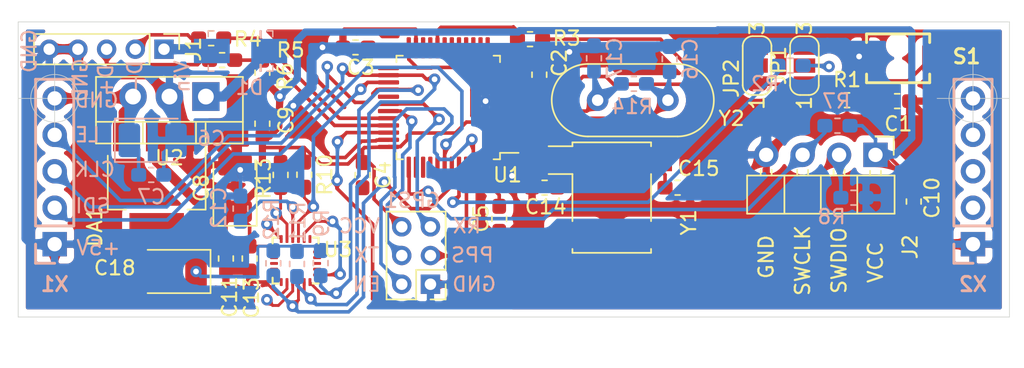
<source format=kicad_pcb>
(kicad_pcb (version 20171130) (host pcbnew "(5.1.5)-3")
  (layers (0 F.Cu signal) (31 B.Cu signal) (34 B.Paste user) (35 F.Paste user) (36 B.SilkS user) (37 F.SilkS user) (38 B.Mask user) (39 F.Mask user) (44 Edge.Cuts user))
  (net 0 "")
  (net 1 GND)
  (net 2 RES)
  (net 3 "Net-(U1-Pad41)")
  (net 4 "Net-(U1-Pad40)")
  (net 5 "Net-(U1-Pad39)")
  (net 6 "Net-(U1-Pad38)")
  (net 7 "Net-(U1-Pad29)")
  (net 8 "Net-(U1-Pad25)")
  (net 9 "Net-(U1-Pad22)")
  (net 10 "Net-(U1-Pad21)")
  (net 11 "Net-(U1-Pad19)")
  (net 12 "Net-(U1-Pad18)")
  (net 13 "Net-(U1-Pad17)")
  (net 14 "Net-(U1-Pad16)")
  (net 15 "Net-(U1-Pad15)")
  (net 16 "Net-(U1-Pad14)")
  (net 17 "Net-(U1-Pad13)")
  (net 18 "Net-(U1-Pad12)")
  (net 19 "Net-(U1-Pad11)")
  (net 20 "Net-(U1-Pad10)")
  (net 21 "Net-(U1-Pad2)")
  (net 22 "Net-(X2-Pad4)")
  (net 23 "Net-(X2-Pad3)")
  (net 24 "Net-(X2-Pad2)")
  (net 25 BOOT0)
  (net 26 BOOT1)
  (net 27 SWCLK)
  (net 28 SWDIO)
  (net 29 "Net-(JP1-Pad2)")
  (net 30 "Net-(JP2-Pad2)")
  (net 31 "Net-(D1-PadA)")
  (net 32 "Net-(J1-Pad2)")
  (net 33 "Net-(J1-Pad3)")
  (net 34 USB_D-)
  (net 35 USB_D+)
  (net 36 GPS_RX)
  (net 37 GPS_TX)
  (net 38 GPS_PPS)
  (net 39 GPS_EN)
  (net 40 "Net-(C12-Pad1)")
  (net 41 MPU_MISO)
  (net 42 MPU_CS)
  (net 43 MPU_FSYNC)
  (net 44 MPU_EDA)
  (net 45 MPU_INT)
  (net 46 MPU_ECL)
  (net 47 LED_CLK)
  (net 48 LED_LE)
  (net 49 LED_SDI)
  (net 50 "Net-(Y1-Pad3)")
  (net 51 "Net-(Y1-Pad2)")
  (net 52 OSC32_IN)
  (net 53 OSC32_OUT)
  (net 54 OSCIN)
  (net 55 OSCOUT)
  (net 56 VBAT)
  (net 57 VDD)
  (net 58 +5V)
  (net 59 Vin)
  (module Connector_PinHeader_2.00mm:PinHeader_1x05_P2.00mm_Vertical_USB (layer F.Cu) (at 60.96 27.305 270)
    (fp_text reference J1 (at 0 -2.06 90) (layer F.SilkS))
    (fp_text value USB)
    (fp_text user GND (at 0.127 9.398 90) (layer B.SilkS) (effects (justify mirror)))
    (fp_text user GND (at 2.159 5.842 90) (layer B.SilkS) (effects (justify mirror)))
    (fp_text user D+ (at 2.159 4.064 90) (layer B.SilkS) (effects (justify mirror)))
    (fp_text user D- (at 1.905 2.032 90) (layer B.SilkS) (effects (justify mirror)))
    (fp_text user Vin (at 1.905 -1.27 90) (layer B.SilkS) (effects (justify mirror)))
    (pad 1 thru_hole rect (at 0 0 270) (size 1.35 1.35) (drill 0.8) (layers *.Cu *.Mask) (net 31 "Net-(D1-PadA)"))
    (pad 2 thru_hole oval (at 0 2 270) (size 1.35 1.35) (drill 0.8) (layers *.Cu *.Mask) (net 32 "Net-(J1-Pad2)"))
    (pad 3 thru_hole oval (at 0 4 270) (size 1.35 1.35) (drill 0.8) (layers *.Cu *.Mask) (net 33 "Net-(J1-Pad3)"))
    (pad 4 thru_hole oval (at 0 6 270) (size 1.35 1.35) (drill 0.8) (layers *.Cu *.Mask) (net 1 GND))
    (pad 5 thru_hole oval (at 0 8 270) (size 1.35 1.35) (drill 0.8) (layers *.Cu *.Mask) (net 1 GND))
  )
  (module Connector_Header:PinHeader_1x05_P2.54mm_Vertical_LED_SPI (layer B.Cu) (at 53.34 40.894)
    (fp_text reference X1 (at 0 2.794) (layer B.SilkS) (effects (font (thickness 0.2)) (justify mirror)))
    (fp_text value LED_SPI hide)
    (fp_text user GND (at 2.921 -10.033) (layer B.SilkS) (effects (justify mirror)))
    (fp_text user LE (at 2.286 -7.62) (layer B.SilkS) (effects (justify mirror)))
    (fp_text user CLK (at 2.794 -5.207) (layer B.SilkS) (effects (justify mirror)))
    (fp_text user SDI (at 2.667 -2.667) (layer B.SilkS) (effects (justify mirror)))
    (fp_text user +5V (at 3.048 0.254) (layer B.SilkS) (effects (justify mirror)))
    (pad 1 thru_hole rect (at 0 0) (size 1.7 1.7) (drill 1) (layers *.Cu *.Mask) (net 1 GND))
    (pad 2 thru_hole oval (at 0 -2.54) (size 1.7 1.7) (drill 1) (layers *.Cu *.Mask) (net 48 LED_LE))
    (pad 3 thru_hole oval (at 0 -5.08) (size 1.7 1.7) (drill 1) (layers *.Cu *.Mask) (net 47 LED_CLK))
    (pad 4 thru_hole oval (at 0 -7.62) (size 1.7 1.7) (drill 1) (layers *.Cu *.Mask) (net 49 LED_SDI))
    (pad 5 thru_hole oval (at 0 -10.16) (size 1.7 1.7) (drill 1) (layers *.Cu *.Mask) (net 58 +5V))
  )
  (module Connector_PinHeader_2.54mm:PinHeader_1x04_P2.54mm_Horizontal (layer F.Cu) (at 110.5535 34.671 270)
    (fp_text reference J2 (at 6.4135 -2.413 270) (layer F.SilkS))
    (fp_text value Conn_01x04_Horizontal)
    (fp_text user VCC (at 7.493 0 90) (layer F.SilkS))
    (fp_text user SWDIO (at 7.366 2.54 90) (layer F.SilkS))
    (fp_text user SWCLK (at 7.366 5.08 90) (layer F.SilkS))
    (fp_text user GND (at 7.112 7.62 90) (layer F.SilkS))
    (pad 4 thru_hole oval (at 0 7.62 270) (size 1.7 1.7) (drill 1) (layers *.Cu *.Mask) (net 1 GND))
    (pad 3 thru_hole oval (at 0 5.08 270) (size 1.7 1.7) (drill 1) (layers *.Cu *.Mask) (net 27 SWCLK))
    (pad 2 thru_hole oval (at 0 2.54 270) (size 1.7 1.7) (drill 1) (layers *.Cu *.Mask) (net 28 SWDIO))
    (pad 1 thru_hole rect (at 0 0 270) (size 1.7 1.7) (drill 1) (layers *.Cu *.Mask) (net 57 VDD))
  )
  (module Capacitor_SMD:C_0603_1608Metric_Pad1.05x0.95mm_HandSolder (layer B.Cu) (at 96.2025 27.9895 90)
    (fp_text reference C16 (at 0 1.43 -90) (layer B.SilkS) (effects (justify mirror)))
    (fp_text value 20p)
    (pad 2 smd roundrect (at 0.875 0 90) (size 1.05 0.95) (layers B.Cu B.Paste B.Mask) (net 1 GND))
    (pad 1 smd roundrect (at -0.875 0 90) (size 1.05 0.95) (layers B.Cu B.Paste B.Mask) (net 54 OSCIN))
  )
  (module Package_TO_SOT_THT:TO-220-3_Vertical (layer F.Cu) (at 63.881 30.607 180)
    (fp_text reference U2 (at 2.54 -4.27) (layer F.SilkS))
    (fp_text value LM7805CT_Obsolete)
    (pad 3 thru_hole oval (at 5.08 0 180) (size 1.905 2) (drill 1.1) (layers *.Cu *.Mask) (net 58 +5V))
    (pad 2 thru_hole oval (at 2.54 0 180) (size 1.905 2) (drill 1.1) (layers *.Cu *.Mask) (net 1 GND))
    (pad 1 thru_hole rect (at 0 0 180) (size 1.905 2) (drill 1.1) (layers *.Cu *.Mask) (net 59 Vin))
  )
  (module Switch_SMD:TS-1185-C-A-A (layer F.Cu) (at 109.855 27.94)
    (fp_text reference S1 (at 7.0485 -0.127) (layer F.SilkS) (effects (font (thickness 0.2))))
    (fp_text value RST_BTN)
    (pad "" np_thru_hole circle (at 2.275 0.9) (size 0.7 0.7) (drill 0.7) (layers *.Cu *.Mask))
    (pad "" np_thru_hole circle (at 2.275 -0.9) (size 0.7 0.7) (drill 0.7) (layers *.Cu *.Mask))
    (pad 2 smd roundrect (at 4.55 0) (size 1.2 1.9) (layers F.Cu F.Paste F.Mask) (roundrect_rratio 0.1) (net 2 RES))
    (pad 1 smd roundrect (at 0 0) (size 1.2 1.9) (layers F.Cu F.Paste F.Mask) (roundrect_rratio 0.1) (net 1 GND))
  )
  (module Capacitor_Tantalum_SMD:CP_EIA-3528-15_AVX-H_Pad1.50x2.35mm_HandSolder (layer F.Cu) (at 61.569 42.799 180)
    (fp_text reference C18 (at 4.038 0.254) (layer F.SilkS))
    (fp_text value T491B107M010AT)
    (pad 2 smd roundrect (at 1.625 0 180) (size 1.5 2.35) (layers F.Cu F.Paste F.Mask) (roundrect_rratio 0.166667) (net 1 GND))
    (pad 1 smd roundrect (at -1.625 0 180) (size 1.5 2.35) (layers F.Cu F.Paste F.Mask) (roundrect_rratio 0.166667) (net 57 VDD))
  )
  (module Capacitor_Tantalum_SMD:CP_EIA-3528-15_AVX-H_Pad1.50x2.35mm_HandSolder (layer F.Cu) (at 65.913 36.983 90)
    (fp_text reference C8 (at 0 -2.35 90) (layer F.SilkS))
    (fp_text value T491B107M010AT)
    (pad 2 smd roundrect (at 1.625 0 90) (size 1.5 2.35) (layers F.Cu F.Paste F.Mask) (roundrect_rratio 0.166667) (net 1 GND))
    (pad 1 smd roundrect (at -1.625 0 90) (size 1.5 2.35) (layers F.Cu F.Paste F.Mask) (roundrect_rratio 0.166667) (net 57 VDD))
  )
  (module Capacitor_Tantalum_SMD:CP_EIA-3528-15_AVX-H_Pad1.50x2.35mm_HandSolder (layer B.Cu) (at 60.172 33.655)
    (fp_text reference C6 (at 4.09 -0.127 180) (layer B.SilkS) (effects (justify mirror)))
    (fp_text value T491B107M010AT)
    (pad 2 smd roundrect (at 1.625 0) (size 1.5 2.35) (layers B.Cu B.Paste B.Mask) (roundrect_rratio 0.166667) (net 1 GND))
    (pad 1 smd roundrect (at -1.625 0) (size 1.5 2.35) (layers B.Cu B.Paste B.Mask) (roundrect_rratio 0.166667) (net 58 +5V))
  )
  (module Connector_Header:PinHeader_1x05_P2.54mm_Vertical (layer B.Cu) (at 117.348 40.894)
    (fp_text reference X2 (at 0 2.794) (layer B.SilkS) (effects (font (thickness 0.2)) (justify mirror)))
    (fp_text value 826926-5 hide)
    (pad 5 thru_hole oval (at 0 -10.16) (size 1.7 1.7) (drill 1) (layers *.Cu *.Mask) (net 58 +5V))
    (pad 4 thru_hole oval (at 0 -7.62) (size 1.7 1.7) (drill 1) (layers *.Cu *.Mask) (net 22 "Net-(X2-Pad4)"))
    (pad 3 thru_hole oval (at 0 -5.08) (size 1.7 1.7) (drill 1) (layers *.Cu *.Mask) (net 23 "Net-(X2-Pad3)"))
    (pad 2 thru_hole oval (at 0 -2.54) (size 1.7 1.7) (drill 1) (layers *.Cu *.Mask) (net 24 "Net-(X2-Pad2)"))
    (pad 1 thru_hole rect (at 0 0) (size 1.7 1.7) (drill 1) (layers *.Cu *.Mask) (net 1 GND))
  )
  (module Package_TO_SOT_SMD:SOT-223 (layer F.Cu) (at 60.452 36.576 270)
    (fp_text reference DA1 (at 3.1115 4.318 90) (layer F.SilkS))
    (fp_text value AMS1117-3.3)
    (pad 1 smd rect (at -3.15 -2.3 270) (size 2 1.5) (layers F.Cu F.Paste F.Mask) (net 1 GND))
    (pad 3 smd rect (at -3.15 2.3 270) (size 2 1.5) (layers F.Cu F.Paste F.Mask) (net 58 +5V))
    (pad 2 smd rect (at -3.15 0 270) (size 2 1.5) (layers F.Cu F.Paste F.Mask) (net 57 VDD))
    (pad 4 smd rect (at 3.15 0 270) (size 2 3.8) (layers F.Cu F.Paste F.Mask))
  )
  (module Resistor_SMD:R_0603_1608Metric_Pad1.05x0.95mm_HandSolder (layer B.Cu) (at 93.712 29.718 180)
    (fp_text reference R14 (at 0.113 -1.5875 180) (layer B.SilkS) (effects (justify mirror)))
    (fp_text value 1M)
    (pad 2 smd roundrect (at 0.875 0 180) (size 1.05 0.95) (layers B.Cu B.Paste B.Mask) (net 55 OSCOUT))
    (pad 1 smd roundrect (at -0.875 0 180) (size 1.05 0.95) (layers B.Cu B.Paste B.Mask) (net 54 OSCIN))
  )
  (module Capacitor_SMD:C_0603_1608Metric_Pad1.05x0.95mm_HandSolder (layer B.Cu) (at 90.932 27.94 90)
    (fp_text reference C17 (at 0 1.43 270) (layer B.SilkS) (effects (justify mirror)))
    (fp_text value 20p)
    (pad 2 smd roundrect (at 0.875 0 90) (size 1.05 0.95) (layers B.Cu B.Paste B.Mask) (net 1 GND))
    (pad 1 smd roundrect (at -0.875 0 90) (size 1.05 0.95) (layers B.Cu B.Paste B.Mask) (net 55 OSCOUT))
  )
  (module Capacitor_SMD:C_0603_1608Metric_Pad1.05x0.95mm_HandSolder (layer F.Cu) (at 96.76 36.957)
    (fp_text reference C15 (at 1.4745 -1.3335) (layer F.SilkS))
    (fp_text value 20p)
    (pad 2 smd roundrect (at 0.875 0) (size 1.05 0.95) (layers F.Cu F.Paste F.Mask) (net 1 GND))
    (pad 1 smd roundrect (at -0.875 0) (size 1.05 0.95) (layers F.Cu F.Paste F.Mask) (net 53 OSC32_OUT))
  )
  (module Capacitor_SMD:C_0603_1608Metric_Pad1.05x0.95mm_HandSolder (layer F.Cu) (at 87.489 36.957 180)
    (fp_text reference C14 (at -0.0775 -1.3335) (layer F.SilkS))
    (fp_text value 20p)
    (pad 2 smd roundrect (at 0.875 0 180) (size 1.05 0.95) (layers F.Cu F.Paste F.Mask) (net 1 GND))
    (pad 1 smd roundrect (at -0.875 0 180) (size 1.05 0.95) (layers F.Cu F.Paste F.Mask) (net 52 OSC32_IN))
  )
  (module Crystal:Crystal_HC18-U_Vertical (layer F.Cu) (at 91.186 30.861)
    (fp_text reference Y2 (at 9.3345 1.27) (layer F.SilkS))
    (fp_text value "Crystal 8MHz")
    (pad 2 thru_hole circle (at 4.9 0) (size 1.5 1.5) (drill 0.8) (layers *.Cu *.Mask) (net 54 OSCIN))
    (pad 1 thru_hole circle (at 0 0) (size 1.5 1.5) (drill 0.8) (layers *.Cu *.Mask) (net 55 OSCOUT))
  )
  (module Oscillator:Oscillator_SMD_Fordahl_DFAS2-4Pin_7.3x5.1mm_HandSoldering (layer F.Cu) (at 92.169 37.649 270)
    (fp_text reference Y1 (at 1.721 -5.367 270) (layer F.SilkS))
    (fp_text value "Clock crystal 32.768KHZ")
    (pad 4 smd rect (at -2.61 -2.7 270) (size 1.54 3) (layers F.Cu F.Paste F.Mask) (net 53 OSC32_OUT))
    (pad 3 smd rect (at 2.61 -2.7 270) (size 1.54 3) (layers F.Cu F.Paste F.Mask) (net 50 "Net-(Y1-Pad3)"))
    (pad 2 smd rect (at 2.61 2.7 270) (size 1.54 3) (layers F.Cu F.Paste F.Mask) (net 51 "Net-(Y1-Pad2)"))
    (pad 1 smd rect (at -2.61 2.7 270) (size 1.54 3) (layers F.Cu F.Paste F.Mask) (net 52 OSC32_IN))
  )
  (module Resistor_SMD:R_0603_1608Metric_Pad1.05x0.95mm_HandSolder (layer F.Cu) (at 69.088 36.068 270)
    (fp_text reference R13 (at 0.254 1.2065 90) (layer F.SilkS))
    (fp_text value 10K)
    (pad 2 smd roundrect (at 0.875 0 270) (size 1.05 0.95) (layers F.Cu F.Paste F.Mask) (net 43 MPU_FSYNC))
    (pad 1 smd roundrect (at -0.875 0 270) (size 1.05 0.95) (layers F.Cu F.Paste F.Mask) (net 57 VDD))
  )
  (module Resistor_SMD:R_0603_1608Metric_Pad1.05x0.95mm_HandSolder (layer B.Cu) (at 68.58 42.2275 270)
    (fp_text reference R12 (at -3.048 0.127 90) (layer B.SilkS) (effects (justify mirror)))
    (fp_text value 10K)
    (pad 2 smd roundrect (at 0.875 0 270) (size 1.05 0.95) (layers B.Cu B.Paste B.Mask) (net 42 MPU_CS))
    (pad 1 smd roundrect (at -0.875 0 270) (size 1.05 0.95) (layers B.Cu B.Paste B.Mask) (net 57 VDD))
  )
  (module Resistor_SMD:R_0603_1608Metric_Pad1.05x0.95mm_HandSolder (layer B.Cu) (at 70.231 42.277 270)
    (fp_text reference R11 (at -2.907 -0.0635 90) (layer B.SilkS) (effects (justify mirror)))
    (fp_text value 10K)
    (pad 2 smd roundrect (at 0.875 0 270) (size 1.05 0.95) (layers B.Cu B.Paste B.Mask) (net 47 LED_CLK))
    (pad 1 smd roundrect (at -0.875 0 270) (size 1.05 0.95) (layers B.Cu B.Paste B.Mask) (net 57 VDD))
  )
  (module Resistor_SMD:R_0603_1608Metric_Pad1.05x0.95mm_HandSolder (layer F.Cu) (at 70.739 36.054 270)
    (fp_text reference R10 (at 0 -1.43 90) (layer F.SilkS))
    (fp_text value 10K)
    (pad 2 smd roundrect (at 0.875 0 270) (size 1.05 0.95) (layers F.Cu F.Paste F.Mask) (net 41 MPU_MISO))
    (pad 1 smd roundrect (at -0.875 0 270) (size 1.05 0.95) (layers F.Cu F.Paste F.Mask) (net 57 VDD))
  )
  (module Resistor_SMD:R_0603_1608Metric_Pad1.05x0.95mm_HandSolder (layer B.Cu) (at 71.882 42.2135 270)
    (fp_text reference R9 (at -2.78 -0.0635 90) (layer B.SilkS) (effects (justify mirror)))
    (fp_text value 10K)
    (pad 2 smd roundrect (at 0.875 0 270) (size 1.05 0.95) (layers B.Cu B.Paste B.Mask) (net 49 LED_SDI))
    (pad 1 smd roundrect (at -0.875 0 270) (size 1.05 0.95) (layers B.Cu B.Paste B.Mask) (net 57 VDD))
  )
  (module Resistor_SMD:R_0603_1608Metric_Pad1.05x0.95mm_HandSolder (layer B.Cu) (at 109.0155 37.6555)
    (fp_text reference R8 (at -1.524 1.328) (layer B.SilkS) (effects (justify mirror)))
    (fp_text value 100K)
    (pad 2 smd roundrect (at 0.875 0) (size 1.05 0.95) (layers B.Cu B.Paste B.Mask) (net 1 GND))
    (pad 1 smd roundrect (at -0.875 0) (size 1.05 0.95) (layers B.Cu B.Paste B.Mask) (net 28 SWDIO))
  )
  (module Resistor_SMD:R_0603_1608Metric_Pad1.05x0.95mm_HandSolder (layer B.Cu) (at 107.9005 32.639)
    (fp_text reference R7 (at -0.0775 -1.7145) (layer B.SilkS) (effects (justify mirror)))
    (fp_text value 100K)
    (pad 2 smd roundrect (at 0.875 0) (size 1.05 0.95) (layers B.Cu B.Paste B.Mask) (net 57 VDD))
    (pad 1 smd roundrect (at -0.875 0) (size 1.05 0.95) (layers B.Cu B.Paste B.Mask) (net 27 SWCLK))
  )
  (module Resistor_SMD:R_0603_1608Metric_Pad1.05x0.95mm_HandSolder (layer F.Cu) (at 67.818 28.942 90)
    (fp_text reference R6 (at -0.268 1.5875 90) (layer F.SilkS))
    (fp_text value 1k5)
    (pad 2 smd roundrect (at 0.875 0 90) (size 1.05 0.95) (layers F.Cu F.Paste F.Mask) (net 35 USB_D+))
    (pad 1 smd roundrect (at -0.875 0 90) (size 1.05 0.95) (layers F.Cu F.Paste F.Mask) (net 57 VDD))
  )
  (module Resistor_SMD:R_0603_1608Metric_Pad1.05x0.95mm_HandSolder (layer F.Cu) (at 65.01 28.067 180)
    (fp_text reference R5 (at -4.7765 0.6985) (layer F.SilkS))
    (fp_text value 20R)
    (pad 2 smd roundrect (at 0.875 0 180) (size 1.05 0.95) (layers F.Cu F.Paste F.Mask) (net 33 "Net-(J1-Pad3)"))
    (pad 1 smd roundrect (at -0.875 0 180) (size 1.05 0.95) (layers F.Cu F.Paste F.Mask) (net 35 USB_D+))
  )
  (module Resistor_SMD:R_0603_1608Metric_Pad1.05x0.95mm_HandSolder (layer F.Cu) (at 64.248 26.543 180)
    (fp_text reference R4 (at -2.554 -0.0635) (layer F.SilkS))
    (fp_text value 20R)
    (pad 2 smd roundrect (at 0.875 0 180) (size 1.05 0.95) (layers F.Cu F.Paste F.Mask) (net 32 "Net-(J1-Pad2)"))
    (pad 1 smd roundrect (at -0.875 0 180) (size 1.05 0.95) (layers F.Cu F.Paste F.Mask) (net 34 USB_D-))
  )
  (module Resistor_SMD:R_0603_1608Metric_Pad1.05x0.95mm_HandSolder (layer F.Cu) (at 86.473 26.6065)
    (fp_text reference R3 (at 2.554 -0.0635) (layer F.SilkS))
    (fp_text value 100K)
    (pad 2 smd roundrect (at 0.875 0) (size 1.05 0.95) (layers F.Cu F.Paste F.Mask) (net 30 "Net-(JP2-Pad2)"))
    (pad 1 smd roundrect (at -0.875 0) (size 1.05 0.95) (layers F.Cu F.Paste F.Mask) (net 26 BOOT1))
  )
  (module Resistor_SMD:R_0603_1608Metric_Pad1.05x0.95mm_HandSolder (layer B.Cu) (at 104.634 28.448)
    (fp_text reference R2 (at -1.778 1.27) (layer B.SilkS) (effects (justify mirror)))
    (fp_text value 100K)
    (pad 2 smd roundrect (at 0.875 0) (size 1.05 0.95) (layers B.Cu B.Paste B.Mask) (net 29 "Net-(JP1-Pad2)"))
    (pad 1 smd roundrect (at -0.875 0) (size 1.05 0.95) (layers B.Cu B.Paste B.Mask) (net 25 BOOT0))
  )
  (module Resistor_SMD:R_0603_1608Metric_Pad1.05x0.95mm_HandSolder (layer F.Cu) (at 108.571 30.861)
    (fp_text reference R1 (at 0 -1.43) (layer F.SilkS))
    (fp_text value 10K)
    (pad 2 smd roundrect (at 0.875 0) (size 1.05 0.95) (layers F.Cu F.Paste F.Mask) (net 2 RES))
    (pad 1 smd roundrect (at -0.875 0) (size 1.05 0.95) (layers F.Cu F.Paste F.Mask) (net 57 VDD))
  )
  (module Capacitor_SMD:C_0603_1608Metric_Pad1.05x0.95mm_HandSolder (layer F.Cu) (at 66.929 41.896 270)
    (fp_text reference C13 (at 2.7445 -0.127 90) (layer F.SilkS))
    (fp_text value 100n)
    (pad 2 smd roundrect (at 0.875 0 270) (size 1.05 0.95) (layers F.Cu F.Paste F.Mask) (net 1 GND))
    (pad 1 smd roundrect (at -0.875 0 270) (size 1.05 0.95) (layers F.Cu F.Paste F.Mask) (net 57 VDD))
  )
  (module Capacitor_SMD:C_0603_1608Metric_Pad1.05x0.95mm_HandSolder (layer B.Cu) (at 66.294 38.4175 90)
    (fp_text reference C12 (at 0.0635 -1.524 90) (layer B.SilkS) (effects (justify mirror)))
    (fp_text value 100n)
    (pad 2 smd roundrect (at 0.875 0 90) (size 1.05 0.95) (layers B.Cu B.Paste B.Mask) (net 1 GND))
    (pad 1 smd roundrect (at -0.875 0 90) (size 1.05 0.95) (layers B.Cu B.Paste B.Mask) (net 40 "Net-(C12-Pad1)"))
  )
  (module Capacitor_SMD:C_0603_1608Metric_Pad1.05x0.95mm_HandSolder (layer F.Cu) (at 65.278 41.896 270)
    (fp_text reference C11 (at 2.681 -0.254 90) (layer F.SilkS))
    (fp_text value 10n)
    (pad 2 smd roundrect (at 0.875 0 270) (size 1.05 0.95) (layers F.Cu F.Paste F.Mask) (net 1 GND))
    (pad 1 smd roundrect (at -0.875 0 270) (size 1.05 0.95) (layers F.Cu F.Paste F.Mask) (net 57 VDD))
  )
  (module Capacitor_SMD:C_0603_1608Metric_Pad1.05x0.95mm_HandSolder (layer F.Cu) (at 113.2205 37.9235 270)
    (fp_text reference C10 (at -0.254 -1.27 90) (layer F.SilkS))
    (fp_text value 100n)
    (pad 2 smd roundrect (at 0.875 0 270) (size 1.05 0.95) (layers F.Cu F.Paste F.Mask) (net 1 GND))
    (pad 1 smd roundrect (at -0.875 0 270) (size 1.05 0.95) (layers F.Cu F.Paste F.Mask) (net 57 VDD))
  )
  (module Capacitor_SMD:C_0603_1608Metric_Pad1.05x0.95mm_HandSolder (layer F.Cu) (at 67.818 32.498 90)
    (fp_text reference C9 (at 0.24 1.651 90) (layer F.SilkS))
    (fp_text value 100n)
    (pad 2 smd roundrect (at 0.875 0 90) (size 1.05 0.95) (layers F.Cu F.Paste F.Mask) (net 1 GND))
    (pad 1 smd roundrect (at -0.875 0 90) (size 1.05 0.95) (layers F.Cu F.Paste F.Mask) (net 57 VDD))
  )
  (module Capacitor_SMD:C_0603_1608Metric_Pad1.05x0.95mm_HandSolder (layer B.Cu) (at 60.071 36.068)
    (fp_text reference C7 (at 0 1.524) (layer B.SilkS) (effects (justify mirror)))
    (fp_text value 100n)
    (pad 2 smd roundrect (at 0.875 0) (size 1.05 0.95) (layers B.Cu B.Paste B.Mask) (net 1 GND))
    (pad 1 smd roundrect (at -0.875 0) (size 1.05 0.95) (layers B.Cu B.Paste B.Mask) (net 58 +5V))
  )
  (module Capacitor_SMD:C_0603_1608Metric_Pad1.05x0.95mm_HandSolder (layer F.Cu) (at 84.328 39.13 270)
    (fp_text reference C5 (at -0.014 1.27 90) (layer F.SilkS))
    (fp_text value 100n)
    (pad 2 smd roundrect (at 0.875 0 270) (size 1.05 0.95) (layers F.Cu F.Paste F.Mask) (net 1 GND))
    (pad 1 smd roundrect (at -0.875 0 270) (size 1.05 0.95) (layers F.Cu F.Paste F.Mask) (net 57 VDD))
  )
  (module Capacitor_SMD:C_0603_1608Metric_Pad1.05x0.95mm_HandSolder (layer F.Cu) (at 74.803 36.082 270)
    (fp_text reference C4 (at 0 -1.43 90) (layer F.SilkS))
    (fp_text value 100n)
    (pad 2 smd roundrect (at 0.875 0 270) (size 1.05 0.95) (layers F.Cu F.Paste F.Mask) (net 1 GND))
    (pad 1 smd roundrect (at -0.875 0 270) (size 1.05 0.95) (layers F.Cu F.Paste F.Mask) (net 57 VDD))
  )
  (module Capacitor_SMD:C_0603_1608Metric_Pad1.05x0.95mm_HandSolder (layer F.Cu) (at 74.309 27.178 180)
    (fp_text reference C3 (at -0.367 -1.397) (layer F.SilkS))
    (fp_text value 100n)
    (pad 2 smd roundrect (at 0.875 0 180) (size 1.05 0.95) (layers F.Cu F.Paste F.Mask) (net 1 GND))
    (pad 1 smd roundrect (at -0.875 0 180) (size 1.05 0.95) (layers F.Cu F.Paste F.Mask) (net 57 VDD))
  )
  (module Capacitor_SMD:C_0603_1608Metric_Pad1.05x0.95mm_HandSolder (layer F.Cu) (at 87.122 29.083 90)
    (fp_text reference C2 (at 0.8255 1.397 90) (layer F.SilkS))
    (fp_text value 100n)
    (pad 2 smd roundrect (at 0.875 0 90) (size 1.05 0.95) (layers F.Cu F.Paste F.Mask) (net 1 GND))
    (pad 1 smd roundrect (at -0.875 0 90) (size 1.05 0.95) (layers F.Cu F.Paste F.Mask) (net 57 VDD))
  )
  (module Capacitor_SMD:C_0603_1608Metric_Pad1.05x0.95mm_HandSolder (layer F.Cu) (at 112.0635 30.9245)
    (fp_text reference C1 (at 0.0775 1.5875) (layer F.SilkS))
    (fp_text value 1uF)
    (pad 2 smd roundrect (at 0.875 0) (size 1.05 0.95) (layers F.Cu F.Paste F.Mask) (net 1 GND))
    (pad 1 smd roundrect (at -0.875 0) (size 1.05 0.95) (layers F.Cu F.Paste F.Mask) (net 2 RES))
  )
  (module Sensor_Motion:InvenSense_QFN-24_3x3mm_P0.4mm (layer F.Cu) (at 70.1325 42.037 180)
    (fp_text reference U3 (at -2.956 0.762) (layer F.SilkS))
    (fp_text value MPU-9250)
    (pad 24 smd roundrect (at -1 -1.5 270) (size 0.55 0.2) (layers F.Cu F.Paste F.Mask) (net 49 LED_SDI))
    (pad 23 smd roundrect (at -0.6 -1.5 270) (size 0.55 0.2) (layers F.Cu F.Paste F.Mask) (net 47 LED_CLK))
    (pad 22 smd roundrect (at -0.2 -1.5 270) (size 0.55 0.2) (layers F.Cu F.Paste F.Mask) (net 42 MPU_CS))
    (pad 21 smd roundrect (at 0.2 -1.5 270) (size 0.55 0.2) (layers F.Cu F.Paste F.Mask) (net 44 MPU_EDA))
    (pad 20 smd roundrect (at 0.6 -1.5 270) (size 0.55 0.2) (layers F.Cu F.Paste F.Mask) (net 1 GND))
    (pad 19 smd roundrect (at 1 -1.5 270) (size 0.55 0.2) (layers F.Cu F.Paste F.Mask))
    (pad 18 smd roundrect (at 1.5 -1 180) (size 0.55 0.2) (layers F.Cu F.Paste F.Mask) (net 1 GND))
    (pad 17 smd roundrect (at 1.5 -0.6 180) (size 0.55 0.2) (layers F.Cu F.Paste F.Mask))
    (pad 16 smd roundrect (at 1.5 -0.2 180) (size 0.55 0.2) (layers F.Cu F.Paste F.Mask))
    (pad 15 smd roundrect (at 1.5 0.2 180) (size 0.55 0.2) (layers F.Cu F.Paste F.Mask))
    (pad 14 smd roundrect (at 1.5 0.6 180) (size 0.55 0.2) (layers F.Cu F.Paste F.Mask))
    (pad 13 smd roundrect (at 1.5 1 180) (size 0.55 0.2) (layers F.Cu F.Paste F.Mask) (net 57 VDD))
    (pad 12 smd roundrect (at 1 1.5 270) (size 0.55 0.2) (layers F.Cu F.Paste F.Mask) (net 45 MPU_INT))
    (pad 11 smd roundrect (at 0.6 1.5 270) (size 0.55 0.2) (layers F.Cu F.Paste F.Mask) (net 43 MPU_FSYNC))
    (pad 10 smd roundrect (at 0.2 1.5 270) (size 0.55 0.2) (layers F.Cu F.Paste F.Mask) (net 40 "Net-(C12-Pad1)"))
    (pad 9 smd roundrect (at -0.2 1.5 270) (size 0.55 0.2) (layers F.Cu F.Paste F.Mask) (net 41 MPU_MISO))
    (pad 8 smd roundrect (at -0.6 1.5 270) (size 0.55 0.2) (layers F.Cu F.Paste F.Mask) (net 57 VDD))
    (pad 7 smd roundrect (at -1 1.5 270) (size 0.55 0.2) (layers F.Cu F.Paste F.Mask) (net 46 MPU_ECL))
    (pad 6 smd roundrect (at -1.5 1 180) (size 0.55 0.2) (layers F.Cu F.Paste F.Mask))
    (pad 5 smd roundrect (at -1.5 0.6 180) (size 0.55 0.2) (layers F.Cu F.Paste F.Mask))
    (pad 4 smd roundrect (at -1.5 0.2 180) (size 0.55 0.2) (layers F.Cu F.Paste F.Mask))
    (pad 3 smd roundrect (at -1.5 -0.2 180) (size 0.55 0.2) (layers F.Cu F.Paste F.Mask))
    (pad 2 smd roundrect (at -1.5 -0.6 180) (size 0.55 0.2) (layers F.Cu F.Paste F.Mask))
    (pad 1 smd roundrect (at -1.5 -1 180) (size 0.55 0.2) (layers F.Cu F.Paste F.Mask) (net 57 VDD))
  )
  (module Connector_PinHeader_2.00mm:PinHeader_2x03_P2.00mm_Vertical (layer F.Cu) (at 79.5335 43.6875 180)
    (fp_text reference GPS1 (at 1.27 5.842) (layer B.SilkS) (effects (justify mirror)))
    (fp_text value "GPS ")
    (fp_text user GND (at -3.048 0) (layer B.SilkS) (effects (justify mirror)))
    (fp_text user PPS (at -2.921 2.032) (layer B.SilkS) (effects (justify mirror)))
    (fp_text user RX (at -2.54 4.064) (layer B.SilkS) (effects (justify mirror)))
    (fp_text user EN (at 4.445 0) (layer B.SilkS) (effects (justify mirror)))
    (fp_text user TX (at 4.445 2.032) (layer B.SilkS) (effects (justify mirror)))
    (fp_text user VCC (at 4.953 4.064) (layer B.SilkS) (effects (justify mirror)))
    (pad 6 thru_hole oval (at 2 4 180) (size 1.35 1.35) (drill 0.8) (layers *.Cu *.Mask) (net 57 VDD))
    (pad 5 thru_hole oval (at 0 4 180) (size 1.35 1.35) (drill 0.8) (layers *.Cu *.Mask) (net 36 GPS_RX))
    (pad 4 thru_hole oval (at 2 2 180) (size 1.35 1.35) (drill 0.8) (layers *.Cu *.Mask) (net 37 GPS_TX))
    (pad 3 thru_hole oval (at 0 2 180) (size 1.35 1.35) (drill 0.8) (layers *.Cu *.Mask) (net 38 GPS_PPS))
    (pad 2 thru_hole oval (at 2 0 180) (size 1.35 1.35) (drill 0.8) (layers *.Cu *.Mask) (net 39 GPS_EN))
    (pad 1 thru_hole rect (at 0 0 90) (size 1.35 1.35) (drill 0.8) (layers *.Cu *.Mask) (net 1 GND))
  )
  (module digikey-footprints:DO-214AC (layer B.Cu) (at 66.294 27.432 180)
    (fp_text reference D1 (at -0.635 -2.54) (layer B.SilkS) (effects (justify mirror)))
    (fp_text value SS14)
    (pad K smd rect (at -2 0 180) (size 2.5 1.7) (layers B.Cu B.Paste B.Mask) (net 59 Vin))
    (pad A smd rect (at 2 0 180) (size 2.5 1.7) (layers B.Cu B.Paste B.Mask) (net 31 "Net-(D1-PadA)"))
  )
  (module Jumper:SolderJumper-3_P1.3mm_Open_RoundedPad1.0x1.5mm_NumberLabels (layer F.Cu) (at 102.2985 28.448 90)
    (fp_text reference JP2 (at -0.889 -1.792 90) (layer F.SilkS))
    (fp_text value BOOT1_Jumper)
    (fp_text user 1 (at -2.6 0 90) (layer F.SilkS))
    (fp_text user 3 (at 2.6 0 90) (layer F.SilkS))
    (pad 2 smd rect (at 0 0 90) (size 1 1.5) (layers F.Cu F.Mask) (net 30 "Net-(JP2-Pad2)"))
    (pad 3 smd custom (at 1.3 0 90) (size 1 0.5) (layers F.Cu F.Mask) (net 1 GND) (options (clearance outline) (anchor rect)) (primitives (gr_circle (center 0 0.25) (end 0.5 0.25) (width 0)) (gr_circle (center 0 -0.25) (end 0.5 -0.25) (width 0)) (gr_poly (pts (xy -0.55 -0.75) (xy 0 -0.75) (xy 0 0.75) (xy -0.55 0.75)) (width 0))))
    (pad 1 smd custom (at -1.3 0 90) (size 1 0.5) (layers F.Cu F.Mask) (net 57 VDD) (options (clearance outline) (anchor rect)) (primitives (gr_circle (center 0 0.25) (end 0.5 0.25) (width 0)) (gr_circle (center 0 -0.25) (end 0.5 -0.25) (width 0)) (gr_poly (pts (xy 0.55 -0.75) (xy 0 -0.75) (xy 0 0.75) (xy 0.55 0.75)) (width 0))))
  )
  (module Jumper:SolderJumper-3_P1.3mm_Open_RoundedPad1.0x1.5mm_NumberLabels (layer F.Cu) (at 105.6005 28.448 90)
    (fp_text reference JP1 (at 0 -1.8 90) (layer F.SilkS))
    (fp_text value BOOT0_Jumper)
    (fp_text user 1 (at -2.6 0 90) (layer F.SilkS))
    (fp_text user 3 (at 2.6 0 90) (layer F.SilkS))
    (pad 2 smd rect (at 0 0 90) (size 1 1.5) (layers F.Cu F.Mask) (net 29 "Net-(JP1-Pad2)"))
    (pad 3 smd custom (at 1.3 0 90) (size 1 0.5) (layers F.Cu F.Mask) (net 1 GND) (options (clearance outline) (anchor rect)) (primitives (gr_circle (center 0 0.25) (end 0.5 0.25) (width 0)) (gr_circle (center 0 -0.25) (end 0.5 -0.25) (width 0)) (gr_poly (pts (xy -0.55 -0.75) (xy 0 -0.75) (xy 0 0.75) (xy -0.55 0.75)) (width 0))))
    (pad 1 smd custom (at -1.3 0 90) (size 1 0.5) (layers F.Cu F.Mask) (net 57 VDD) (options (clearance outline) (anchor rect)) (primitives (gr_circle (center 0 0.25) (end 0.5 0.25) (width 0)) (gr_circle (center 0 -0.25) (end 0.5 -0.25) (width 0)) (gr_poly (pts (xy 0.55 -0.75) (xy 0 -0.75) (xy 0 0.75) (xy 0.55 0.75)) (width 0))))
  )
  (module Package_QFP:LQFP-48_7x7mm_P0.5mm (layer F.Cu) (at 80.772 31.369 180)
    (fp_text reference U1 (at -4.1275 -4.699) (layer F.SilkS))
    (fp_text value STM32F103C8Tx)
    (pad 48 smd roundrect (at -2.75 -4.1625 180) (size 0.3 1.475) (layers F.Cu F.Paste F.Mask) (net 57 VDD))
    (pad 47 smd roundrect (at -2.25 -4.1625 180) (size 0.3 1.475) (layers F.Cu F.Paste F.Mask) (net 1 GND))
    (pad 46 smd roundrect (at -1.75 -4.1625 180) (size 0.3 1.475) (layers F.Cu F.Paste F.Mask) (net 39 GPS_EN))
    (pad 45 smd roundrect (at -1.25 -4.1625 180) (size 0.3 1.475) (layers F.Cu F.Paste F.Mask) (net 38 GPS_PPS))
    (pad 44 smd roundrect (at -0.75 -4.1625 180) (size 0.3 1.475) (layers F.Cu F.Paste F.Mask) (net 25 BOOT0))
    (pad 43 smd roundrect (at -0.25 -4.1625 180) (size 0.3 1.475) (layers F.Cu F.Paste F.Mask) (net 42 MPU_CS))
    (pad 42 smd roundrect (at 0.25 -4.1625 180) (size 0.3 1.475) (layers F.Cu F.Paste F.Mask) (net 48 LED_LE))
    (pad 41 smd roundrect (at 0.75 -4.1625 180) (size 0.3 1.475) (layers F.Cu F.Paste F.Mask) (net 3 "Net-(U1-Pad41)"))
    (pad 40 smd roundrect (at 1.25 -4.1625 180) (size 0.3 1.475) (layers F.Cu F.Paste F.Mask) (net 4 "Net-(U1-Pad40)"))
    (pad 39 smd roundrect (at 1.75 -4.1625 180) (size 0.3 1.475) (layers F.Cu F.Paste F.Mask) (net 5 "Net-(U1-Pad39)"))
    (pad 38 smd roundrect (at 2.25 -4.1625 180) (size 0.3 1.475) (layers F.Cu F.Paste F.Mask) (net 6 "Net-(U1-Pad38)"))
    (pad 37 smd roundrect (at 2.75 -4.1625 180) (size 0.3 1.475) (layers F.Cu F.Paste F.Mask) (net 27 SWCLK))
    (pad 36 smd roundrect (at 4.1625 -2.75 180) (size 1.475 0.3) (layers F.Cu F.Paste F.Mask) (net 57 VDD))
    (pad 35 smd roundrect (at 4.1625 -2.25 180) (size 1.475 0.3) (layers F.Cu F.Paste F.Mask) (net 1 GND))
    (pad 34 smd roundrect (at 4.1625 -1.75 180) (size 1.475 0.3) (layers F.Cu F.Paste F.Mask) (net 28 SWDIO))
    (pad 33 smd roundrect (at 4.1625 -1.25 180) (size 1.475 0.3) (layers F.Cu F.Paste F.Mask) (net 35 USB_D+))
    (pad 32 smd roundrect (at 4.1625 -0.75 180) (size 1.475 0.3) (layers F.Cu F.Paste F.Mask) (net 34 USB_D-))
    (pad 31 smd roundrect (at 4.1625 -0.25 180) (size 1.475 0.3) (layers F.Cu F.Paste F.Mask) (net 37 GPS_TX))
    (pad 30 smd roundrect (at 4.1625 0.25 180) (size 1.475 0.3) (layers F.Cu F.Paste F.Mask) (net 36 GPS_RX))
    (pad 29 smd roundrect (at 4.1625 0.75 180) (size 1.475 0.3) (layers F.Cu F.Paste F.Mask) (net 7 "Net-(U1-Pad29)"))
    (pad 28 smd roundrect (at 4.1625 1.25 180) (size 1.475 0.3) (layers F.Cu F.Paste F.Mask) (net 49 LED_SDI))
    (pad 27 smd roundrect (at 4.1625 1.75 180) (size 1.475 0.3) (layers F.Cu F.Paste F.Mask) (net 41 MPU_MISO))
    (pad 26 smd roundrect (at 4.1625 2.25 180) (size 1.475 0.3) (layers F.Cu F.Paste F.Mask) (net 47 LED_CLK))
    (pad 25 smd roundrect (at 4.1625 2.75 180) (size 1.475 0.3) (layers F.Cu F.Paste F.Mask) (net 8 "Net-(U1-Pad25)"))
    (pad 24 smd roundrect (at 2.75 4.1625 180) (size 0.3 1.475) (layers F.Cu F.Paste F.Mask) (net 57 VDD))
    (pad 23 smd roundrect (at 2.25 4.1625 180) (size 0.3 1.475) (layers F.Cu F.Paste F.Mask) (net 1 GND))
    (pad 22 smd roundrect (at 1.75 4.1625 180) (size 0.3 1.475) (layers F.Cu F.Paste F.Mask) (net 9 "Net-(U1-Pad22)"))
    (pad 21 smd roundrect (at 1.25 4.1625 180) (size 0.3 1.475) (layers F.Cu F.Paste F.Mask) (net 10 "Net-(U1-Pad21)"))
    (pad 20 smd roundrect (at 0.75 4.1625 180) (size 0.3 1.475) (layers F.Cu F.Paste F.Mask) (net 26 BOOT1))
    (pad 19 smd roundrect (at 0.25 4.1625 180) (size 0.3 1.475) (layers F.Cu F.Paste F.Mask) (net 11 "Net-(U1-Pad19)"))
    (pad 18 smd roundrect (at -0.25 4.1625 180) (size 0.3 1.475) (layers F.Cu F.Paste F.Mask) (net 12 "Net-(U1-Pad18)"))
    (pad 17 smd roundrect (at -0.75 4.1625 180) (size 0.3 1.475) (layers F.Cu F.Paste F.Mask) (net 13 "Net-(U1-Pad17)"))
    (pad 16 smd roundrect (at -1.25 4.1625 180) (size 0.3 1.475) (layers F.Cu F.Paste F.Mask) (net 14 "Net-(U1-Pad16)"))
    (pad 15 smd roundrect (at -1.75 4.1625 180) (size 0.3 1.475) (layers F.Cu F.Paste F.Mask) (net 15 "Net-(U1-Pad15)"))
    (pad 14 smd roundrect (at -2.25 4.1625 180) (size 0.3 1.475) (layers F.Cu F.Paste F.Mask) (net 16 "Net-(U1-Pad14)"))
    (pad 13 smd roundrect (at -2.75 4.1625 180) (size 0.3 1.475) (layers F.Cu F.Paste F.Mask) (net 17 "Net-(U1-Pad13)"))
    (pad 12 smd roundrect (at -4.1625 2.75 180) (size 1.475 0.3) (layers F.Cu F.Paste F.Mask) (net 18 "Net-(U1-Pad12)"))
    (pad 11 smd roundrect (at -4.1625 2.25 180) (size 1.475 0.3) (layers F.Cu F.Paste F.Mask) (net 19 "Net-(U1-Pad11)"))
    (pad 10 smd roundrect (at -4.1625 1.75 180) (size 1.475 0.3) (layers F.Cu F.Paste F.Mask) (net 20 "Net-(U1-Pad10)"))
    (pad 9 smd roundrect (at -4.1625 1.25 180) (size 1.475 0.3) (layers F.Cu F.Paste F.Mask) (net 57 VDD))
    (pad 8 smd roundrect (at -4.1625 0.75 180) (size 1.475 0.3) (layers F.Cu F.Paste F.Mask) (net 1 GND))
    (pad 7 smd roundrect (at -4.1625 0.25 180) (size 1.475 0.3) (layers F.Cu F.Paste F.Mask) (net 2 RES))
    (pad 6 smd roundrect (at -4.1625 -0.25 180) (size 1.475 0.3) (layers F.Cu F.Paste F.Mask) (net 55 OSCOUT))
    (pad 5 smd roundrect (at -4.1625 -0.75 180) (size 1.475 0.3) (layers F.Cu F.Paste F.Mask) (net 54 OSCIN))
    (pad 4 smd roundrect (at -4.1625 -1.25 180) (size 1.475 0.3) (layers F.Cu F.Paste F.Mask) (net 53 OSC32_OUT))
    (pad 3 smd roundrect (at -4.1625 -1.75 180) (size 1.475 0.3) (layers F.Cu F.Paste F.Mask) (net 52 OSC32_IN))
    (pad 2 smd roundrect (at -4.1625 -2.25 180) (size 1.475 0.3) (layers F.Cu F.Paste F.Mask) (net 21 "Net-(U1-Pad2)"))
    (pad 1 smd roundrect (at -4.1625 -2.75 180) (size 1.475 0.3) (layers F.Cu F.Paste F.Mask) (net 56 VBAT))
  )
  (gr_line (start 50.8 45.974) (end 119.888 45.974) (layer Edge.Cuts) (width 0.05))
  (target plus (at 117.348 30.734) (size 5) (width 0.05) (layer Edge.Cuts))
  (target plus (at 53.34 30.734) (size 5) (width 0.05) (layer Edge.Cuts))
  (gr_line (start 119.888 45.974) (end 119.888 25.4) (layer Edge.Cuts) (width 0.05))
  (gr_line (start 50.8 25.4) (end 50.8 45.974) (layer Edge.Cuts) (width 0.05))
  (gr_line (start 50.8 25.4) (end 119.888 25.4) (layer Edge.Cuts) (width 0.05))
  (segment (start 54.96 27.305) (end 52.96 27.305) (width 0.7) (layer F.Cu) (net 1))
  (segment (start 51.563 28.702) (end 52.96 27.305) (width 0.7) (layer B.Cu) (net 1))
  (segment (start 51.37501 40.47901) (end 51.37501 28.88999) (width 0.7) (layer B.Cu) (net 1))
  (segment (start 51.37501 28.88999) (end 51.563 28.702) (width 0.7) (layer B.Cu) (net 1))
  (segment (start 51.79 40.894) (end 51.37501 40.47901) (width 0.7) (layer B.Cu) (net 1))
  (segment (start 59.83849 29.05699) (end 55.77901 29.05699) (width 0.7) (layer F.Cu) (net 1))
  (segment (start 61.341 30.607) (end 61.341 30.5595) (width 0.7) (layer F.Cu) (net 1))
  (segment (start 61.341 30.5595) (end 59.83849 29.05699) (width 0.7) (layer F.Cu) (net 1))
  (segment (start 55.77901 29.05699) (end 55.753 29.083) (width 0.7) (layer F.Cu) (net 1))
  (segment (start 54.96 28.29) (end 54.96 27.305) (width 0.7) (layer F.Cu) (net 1))
  (segment (start 55.753 29.083) (end 54.96 28.29) (width 0.7) (layer F.Cu) (net 1))
  (segment (start 61.797 31.063) (end 61.341 30.607) (width 0.7) (layer B.Cu) (net 1))
  (segment (start 61.797 33.655) (end 61.797 31.063) (width 0.7) (layer B.Cu) (net 1))
  (segment (start 60.946 34.506) (end 61.797 33.655) (width 0.25) (layer B.Cu) (net 1))
  (segment (start 60.946 36.068) (end 60.946 34.506) (width 0.25) (layer B.Cu) (net 1))
  (segment (start 62.752 32.78) (end 62.752 33.426) (width 0.7) (layer F.Cu) (net 1))
  (segment (start 61.341 30.607) (end 61.341 31.369) (width 0.7) (layer F.Cu) (net 1))
  (segment (start 61.341 31.369) (end 62.752 32.78) (width 0.7) (layer F.Cu) (net 1))
  (segment (start 65.913 35.358) (end 65.913 35.358) (width 0.7) (layer F.Cu) (net 1))
  (segment (start 78.522 25.944) (end 78.522 27.2065) (width 0.25) (layer F.Cu) (net 1))
  (segment (start 78.486 25.908) (end 78.522 25.944) (width 0.25) (layer F.Cu) (net 1))
  (segment (start 73.434 27.178) (end 73.434 26.007) (width 0.25) (layer F.Cu) (net 1))
  (segment (start 73.533 25.908) (end 78.486 25.908) (width 0.25) (layer F.Cu) (net 1))
  (segment (start 73.434 26.007) (end 73.533 25.908) (width 0.25) (layer F.Cu) (net 1))
  (segment (start 73.434 27.178) (end 72.009 27.178) (width 0.25) (layer F.Cu) (net 1))
  (segment (start 72.009 27.178) (end 72.009 27.178) (width 0.25) (layer F.Cu) (net 1))
  (via (at 72.009 27.178) (size 0.8) (drill 0.4) (layers F.Cu B.Cu) (net 1))
  (segment (start 62.752 33.426) (end 64.202 33.426) (width 0.7) (layer F.Cu) (net 1))
  (via (at 66.27266 35.71766) (size 0.8) (drill 0.4) (layers F.Cu B.Cu) (net 1))
  (segment (start 66.27266 35.49666) (end 66.27266 35.71766) (width 0.7) (layer F.Cu) (net 1))
  (segment (start 66.27266 32.69334) (end 66.27266 35.151975) (width 0.25) (layer F.Cu) (net 1))
  (segment (start 66.27266 35.151975) (end 66.27266 35.71766) (width 0.25) (layer F.Cu) (net 1))
  (segment (start 64.202 33.426) (end 66.27266 35.49666) (width 0.7) (layer F.Cu) (net 1))
  (segment (start 67.343 31.623) (end 66.27266 32.69334) (width 0.25) (layer F.Cu) (net 1))
  (segment (start 67.818 31.623) (end 67.343 31.623) (width 0.25) (layer F.Cu) (net 1))
  (segment (start 69.977 31.242) (end 69.977 31.242) (width 0.25) (layer F.Cu) (net 1))
  (via (at 69.977 31.242) (size 0.8) (drill 0.4) (layers F.Cu B.Cu) (net 1))
  (segment (start 53.34 40.894) (end 51.79 40.894) (width 0.7) (layer B.Cu) (net 1))
  (segment (start 68.604 43.037) (end 68.604 43.156) (width 0.2) (layer F.Cu) (net 1))
  (segment (start 68.604 43.156) (end 68.199 43.561) (width 0.2) (layer F.Cu) (net 1))
  (segment (start 68.199 43.561) (end 68.072 43.561) (width 0.2) (layer F.Cu) (net 1))
  (segment (start 59.194 42.799) (end 59.944 42.799) (width 0.5) (layer F.Cu) (net 1))
  (segment (start 53.34 42.244) (end 53.895 42.799) (width 0.5) (layer F.Cu) (net 1))
  (segment (start 53.34 40.894) (end 53.34 42.244) (width 0.5) (layer F.Cu) (net 1))
  (segment (start 58.039 42.799) (end 58.039 44.069) (width 0.5) (layer F.Cu) (net 1))
  (segment (start 58.039 42.799) (end 59.194 42.799) (width 0.5) (layer F.Cu) (net 1))
  (segment (start 53.895 42.799) (end 58.039 42.799) (width 0.5) (layer F.Cu) (net 1))
  (segment (start 58.039 44.069) (end 58.801 44.831) (width 0.5) (layer F.Cu) (net 1))
  (segment (start 65.278 44.704) (end 65.151 44.831) (width 0.25) (layer F.Cu) (net 1))
  (segment (start 65.278 42.771) (end 65.278 44.704) (width 0.25) (layer F.Cu) (net 1))
  (segment (start 58.801 44.831) (end 65.151 44.831) (width 0.5) (layer F.Cu) (net 1))
  (segment (start 66.929 44.704) (end 66.802 44.831) (width 0.25) (layer F.Cu) (net 1))
  (segment (start 65.151 44.831) (end 66.802 44.831) (width 0.5) (layer F.Cu) (net 1))
  (segment (start 66.802 44.831) (end 67.056 44.831) (width 0.5) (layer F.Cu) (net 1))
  (segment (start 66.929 42.771) (end 66.929 43.561) (width 0.25) (layer F.Cu) (net 1))
  (segment (start 66.929 43.561) (end 66.929 44.704) (width 0.25) (layer F.Cu) (net 1))
  (segment (start 68.8975 44.3865) (end 68.072 43.561) (width 0.2) (layer F.Cu) (net 1))
  (segment (start 69.1515 44.3865) (end 68.8975 44.3865) (width 0.2) (layer F.Cu) (net 1))
  (segment (start 69.5325 43.537) (end 69.5325 44.0055) (width 0.2) (layer F.Cu) (net 1))
  (segment (start 69.5325 44.0055) (end 69.1515 44.3865) (width 0.2) (layer F.Cu) (net 1))
  (segment (start 66.294 35.739) (end 66.27266 35.71766) (width 0.25) (layer B.Cu) (net 1))
  (segment (start 66.294 37.5425) (end 66.294 35.739) (width 0.25) (layer B.Cu) (net 1))
  (segment (start 68.072 43.561) (end 68.045498 43.534498) (width 0.25) (layer F.Cu) (net 1))
  (segment (start 68.045498 43.534498) (end 66.955502 43.534498) (width 0.25) (layer F.Cu) (net 1))
  (segment (start 66.955502 43.534498) (end 66.929 43.561) (width 0.25) (layer F.Cu) (net 1))
  (segment (start 61.797 33.655) (end 64.008 33.655) (width 0.7) (layer B.Cu) (net 1))
  (segment (start 68.58 32.639) (end 71.247 29.972) (width 0.7) (layer B.Cu) (net 1))
  (segment (start 64.008 33.655) (end 65.024 32.639) (width 0.7) (layer B.Cu) (net 1))
  (segment (start 65.024 32.639) (end 68.58 32.639) (width 0.7) (layer B.Cu) (net 1))
  (segment (start 71.247 29.972) (end 71.247 27.94) (width 0.7) (layer B.Cu) (net 1))
  (segment (start 71.247 27.94) (end 72.009 27.178) (width 0.7) (layer B.Cu) (net 1))
  (segment (start 105.6005 27.148) (end 102.2985 27.148) (width 0.25) (layer F.Cu) (net 1))
  (segment (start 83.853 40.005) (end 84.328 40.005) (width 0.25) (layer F.Cu) (net 1))
  (segment (start 83.022 39.174) (end 83.853 40.005) (width 0.25) (layer F.Cu) (net 1))
  (segment (start 83.022 35.5315) (end 83.022 39.174) (width 0.25) (layer F.Cu) (net 1))
  (segment (start 69.977 32.3215) (end 69.977 31.242) (width 0.25) (layer F.Cu) (net 1))
  (segment (start 72.51149 34.85599) (end 69.977 32.3215) (width 0.25) (layer F.Cu) (net 1))
  (segment (start 76.58451 33.64399) (end 75.781308 33.64399) (width 0.25) (layer F.Cu) (net 1))
  (segment (start 76.6095 33.619) (end 76.58451 33.64399) (width 0.25) (layer F.Cu) (net 1))
  (segment (start 73.6006 34.85599) (end 72.51149 34.85599) (width 0.25) (layer F.Cu) (net 1))
  (segment (start 74.743599 33.712991) (end 73.6006 34.85599) (width 0.25) (layer F.Cu) (net 1))
  (segment (start 75.781308 33.64399) (end 75.733512 33.691786) (width 0.25) (layer F.Cu) (net 1))
  (segment (start 75.733512 33.691786) (end 74.924074 33.712991) (width 0.25) (layer F.Cu) (net 1))
  (segment (start 74.924074 33.712991) (end 74.743599 33.712991) (width 0.25) (layer F.Cu) (net 1))
  (segment (start 109.063 27.148) (end 105.6005 27.148) (width 0.25) (layer F.Cu) (net 1))
  (segment (start 109.855 27.94) (end 109.063 27.148) (width 0.25) (layer F.Cu) (net 1))
  (segment (start 113.2205 39.3235) (end 114.791 40.894) (width 0.25) (layer F.Cu) (net 1))
  (segment (start 113.2205 38.7985) (end 113.2205 39.3235) (width 0.25) (layer F.Cu) (net 1))
  (segment (start 116.248 40.894) (end 117.348 40.894) (width 0.25) (layer B.Cu) (net 1))
  (segment (start 112.654 40.894) (end 116.248 40.894) (width 0.25) (layer B.Cu) (net 1))
  (segment (start 109.8905 38.1305) (end 112.654 40.894) (width 0.25) (layer B.Cu) (net 1))
  (segment (start 109.8905 37.6555) (end 109.8905 38.1305) (width 0.25) (layer B.Cu) (net 1))
  (segment (start 114.791 40.894) (end 114.9985 40.894) (width 0.25) (layer F.Cu) (net 1))
  (segment (start 114.9985 40.894) (end 117.348 40.894) (width 0.5) (layer F.Cu) (net 1))
  (segment (start 114.9985 32.766) (end 114.9985 40.894) (width 0.5) (layer F.Cu) (net 1))
  (segment (start 114.935 32.7025) (end 114.9985 32.766) (width 0.5) (layer F.Cu) (net 1))
  (segment (start 112.9385 30.9245) (end 114.7165 32.7025) (width 0.5) (layer F.Cu) (net 1))
  (segment (start 114.7165 32.7025) (end 114.935 32.7025) (width 0.5) (layer F.Cu) (net 1))
  (segment (start 91.073 26.924) (end 90.932 27.065) (width 0.25) (layer B.Cu) (net 1))
  (segment (start 102.9335 34.671) (end 104.8385 32.766) (width 0.7) (layer F.Cu) (net 1))
  (segment (start 104.8385 32.766) (end 114.935 32.766) (width 0.7) (layer F.Cu) (net 1))
  (segment (start 114.7165 32.7025) (end 114.935 32.766) (width 0.5) (layer F.Cu) (net 1))
  (segment (start 115.798 40.894) (end 117.348 40.894) (width 0.7) (layer F.Cu) (net 1))
  (segment (start 114.7165 39.8125) (end 115.798 40.894) (width 0.7) (layer F.Cu) (net 1))
  (segment (start 114.7165 32.7025) (end 114.7165 39.8125) (width 0.7) (layer F.Cu) (net 1))
  (segment (start 107.133516 26.924) (end 107.197016 26.8605) (width 0.7) (layer B.Cu) (net 1))
  (segment (start 95.3135 27.1145) (end 96.2025 27.1145) (width 0.7) (layer B.Cu) (net 1))
  (segment (start 95.25 27.178) (end 95.3135 27.1145) (width 0.7) (layer B.Cu) (net 1))
  (segment (start 96.9315 26.8605) (end 107.197016 26.8605) (width 0.7) (layer B.Cu) (net 1))
  (segment (start 96.6775 27.1145) (end 96.9315 26.8605) (width 0.7) (layer B.Cu) (net 1))
  (segment (start 96.2025 27.1145) (end 96.6775 27.1145) (width 0.7) (layer B.Cu) (net 1))
  (segment (start 87.122 28.208) (end 88.505 28.208) (width 0.25) (layer F.Cu) (net 1))
  (segment (start 88.505 28.208) (end 89.2175 27.4955) (width 0.25) (layer F.Cu) (net 1))
  (segment (start 89.2175 27.4955) (end 89.2175 27.4955) (width 0.25) (layer F.Cu) (net 1))
  (via (at 89.2175 27.4955) (size 0.8) (drill 0.4) (layers F.Cu B.Cu) (net 1))
  (segment (start 84.86251 30.64399) (end 83.65601 30.64399) (width 0.25) (layer F.Cu) (net 1))
  (segment (start 84.9345 30.619) (end 84.8875 30.619) (width 0.25) (layer F.Cu) (net 1))
  (segment (start 84.8875 30.619) (end 84.86251 30.64399) (width 0.25) (layer F.Cu) (net 1))
  (segment (start 83.65601 30.64399) (end 83.3755 30.9245) (width 0.25) (layer F.Cu) (net 1))
  (segment (start 83.3755 30.9245) (end 83.3755 30.9245) (width 0.25) (layer F.Cu) (net 1))
  (via (at 83.3755 30.9245) (size 0.8) (drill 0.4) (layers F.Cu B.Cu) (net 1))
  (segment (start 83.3755 30.358815) (end 86.492815 27.2415) (width 0.5) (layer B.Cu) (net 1))
  (segment (start 86.492815 27.2415) (end 86.868 27.2415) (width 0.5) (layer B.Cu) (net 1))
  (segment (start 83.3755 30.9245) (end 83.3755 30.358815) (width 0.5) (layer B.Cu) (net 1))
  (segment (start 72.009 27.178) (end 86.868 27.2415) (width 0.7) (layer B.Cu) (net 1))
  (segment (start 86.868 27.2415) (end 95.25 27.178) (width 0.7) (layer B.Cu) (net 1))
  (segment (start 83.3755 30.9245) (end 83.3755 34.163) (width 0.5) (layer B.Cu) (net 1))
  (segment (start 83.3755 34.163) (end 85.217 36.1315) (width 0.5) (layer B.Cu) (net 1))
  (segment (start 85.217 36.1315) (end 85.1535 35.941) (width 0.5) (layer B.Cu) (net 1))
  (via (at 85.217 36.1315) (size 0.8) (drill 0.4) (layers F.Cu B.Cu) (net 1))
  (segment (start 85.7885 36.1315) (end 86.614 36.957) (width 0.5) (layer F.Cu) (net 1))
  (segment (start 85.217 36.1315) (end 85.7885 36.1315) (width 0.5) (layer F.Cu) (net 1))
  (segment (start 86.614 36.957) (end 86.614 38.5445) (width 0.5) (layer F.Cu) (net 1))
  (segment (start 85.1535 40.005) (end 84.328 40.005) (width 0.5) (layer F.Cu) (net 1))
  (segment (start 86.614 38.5445) (end 85.1535 40.005) (width 0.5) (layer F.Cu) (net 1))
  (segment (start 84.328 40.53) (end 83.6295 41.2285) (width 0.5) (layer F.Cu) (net 1))
  (segment (start 84.328 40.005) (end 84.328 40.53) (width 0.5) (layer F.Cu) (net 1))
  (segment (start 83.6295 41.2285) (end 83.6295 42.037) (width 0.5) (layer F.Cu) (net 1))
  (segment (start 81.979 43.6875) (end 79.5335 43.6875) (width 0.5) (layer F.Cu) (net 1))
  (segment (start 83.6295 42.037) (end 81.979 43.6875) (width 0.5) (layer F.Cu) (net 1))
  (segment (start 100.6475 36.957) (end 97.635 36.957) (width 0.25) (layer F.Cu) (net 1))
  (segment (start 102.9335 34.671) (end 100.6475 36.957) (width 0.25) (layer F.Cu) (net 1))
  (segment (start 108.458 26.8605) (end 109.4105 27.813) (width 0.7) (layer B.Cu) (net 1))
  (segment (start 107.197016 26.8605) (end 108.458 26.8605) (width 0.7) (layer B.Cu) (net 1))
  (segment (start 102.9335 33.274) (end 102.9335 34.671) (width 0.7) (layer B.Cu) (net 1))
  (segment (start 108.3945 29.464) (end 106.7435 29.464) (width 0.7) (layer B.Cu) (net 1))
  (segment (start 109.4105 27.813) (end 109.4105 28.448) (width 0.7) (layer B.Cu) (net 1))
  (segment (start 106.7435 29.464) (end 102.9335 33.274) (width 0.7) (layer B.Cu) (net 1))
  (segment (start 109.4105 28.448) (end 108.3945 29.464) (width 0.7) (layer B.Cu) (net 1))
  (segment (start 109.4105 27.813) (end 109.4105 27.813) (width 0.7) (layer B.Cu) (net 1))
  (via (at 109.4105 27.813) (size 0.8) (drill 0.4) (layers F.Cu B.Cu) (net 1))
  (segment (start 110.61559 30.861) (end 109.446 30.861) (width 0.25) (layer F.Cu) (net 2))
  (segment (start 111.454999 30.021591) (end 110.61559 30.861) (width 0.25) (layer F.Cu) (net 2))
  (segment (start 114.405 27.94) (end 112.829999 29.515001) (width 0.25) (layer F.Cu) (net 2))
  (segment (start 111.454999 29.515001) (end 111.454999 30.021591) (width 0.25) (layer F.Cu) (net 2))
  (segment (start 112.829999 29.515001) (end 111.454999 29.515001) (width 0.25) (layer F.Cu) (net 2))
  (segment (start 81.522 35.5315) (end 81.522 37.5405) (width 0.25) (layer F.Cu) (net 25))
  (segment (start 81.522 37.5405) (end 81.0895 37.973) (width 0.25) (layer F.Cu) (net 25))
  (segment (start 81.0895 37.973) (end 81.0895 37.973) (width 0.25) (layer F.Cu) (net 25))
  (via (at 81.0895 37.973) (size 0.8) (drill 0.4) (layers F.Cu B.Cu) (net 25))
  (segment (start 103.759 28.923) (end 103.759 28.448) (width 0.25) (layer B.Cu) (net 25))
  (segment (start 94.709 37.973) (end 103.759 28.923) (width 0.25) (layer B.Cu) (net 25))
  (segment (start 81.0895 37.973) (end 94.709 37.973) (width 0.25) (layer B.Cu) (net 25))
  (segment (start 80.022 27.2065) (end 80.022 26.023) (width 0.25) (layer F.Cu) (net 26))
  (segment (start 80.022 26.023) (end 80.264 25.781) (width 0.25) (layer F.Cu) (net 26))
  (segment (start 85.2805 25.781) (end 85.31149 25.75001) (width 0.25) (layer F.Cu) (net 26))
  (segment (start 80.264 25.781) (end 85.2805 25.781) (width 0.25) (layer F.Cu) (net 26))
  (segment (start 85.598 26.03652) (end 85.598 26.6065) (width 0.25) (layer F.Cu) (net 26))
  (segment (start 85.31149 25.75001) (end 85.598 26.03652) (width 0.25) (layer F.Cu) (net 26))
  (segment (start 78.4225 37.4015) (end 78.4225 37.4015) (width 0.25) (layer F.Cu) (net 27))
  (segment (start 78.04699 37.4015) (end 78.4225 37.4015) (width 0.25) (layer F.Cu) (net 27))
  (segment (start 78.04699 35.81949) (end 78.04699 37.4015) (width 0.25) (layer F.Cu) (net 27))
  (segment (start 78.022 35.5315) (end 78.022 35.7945) (width 0.25) (layer F.Cu) (net 27))
  (segment (start 78.022 35.7945) (end 78.04699 35.81949) (width 0.25) (layer F.Cu) (net 27))
  (segment (start 78.4225 37.4015) (end 79.1845 37.4015) (width 0.25) (layer F.Cu) (net 27))
  (segment (start 79.1845 37.4015) (end 79.375 37.211) (width 0.25) (layer F.Cu) (net 27))
  (segment (start 79.375 37.211) (end 79.375 37.211) (width 0.25) (layer F.Cu) (net 27))
  (via (at 79.375 37.211) (size 0.8) (drill 0.4) (layers F.Cu B.Cu) (net 27))
  (segment (start 79.774999 37.610999) (end 79.774999 37.928499) (width 0.25) (layer B.Cu) (net 27))
  (segment (start 79.375 37.211) (end 79.774999 37.610999) (width 0.25) (layer B.Cu) (net 27))
  (segment (start 88.0745 38.481) (end 101.6635 38.481) (width 0.25) (layer B.Cu) (net 27))
  (segment (start 79.774999 37.928499) (end 80.9625 39.116) (width 0.25) (layer B.Cu) (net 27))
  (segment (start 80.9625 39.116) (end 87.4395 39.116) (width 0.25) (layer B.Cu) (net 27))
  (segment (start 101.6635 38.481) (end 105.4735 34.671) (width 0.25) (layer B.Cu) (net 27))
  (segment (start 87.4395 39.116) (end 88.0745 38.481) (width 0.25) (layer B.Cu) (net 27))
  (segment (start 107.0255 33.119) (end 107.0255 32.639) (width 0.25) (layer B.Cu) (net 27))
  (segment (start 105.4735 34.671) (end 107.0255 33.119) (width 0.25) (layer B.Cu) (net 27))
  (segment (start 73.688 33.119) (end 73.05675 33.75025) (width 0.25) (layer F.Cu) (net 28))
  (segment (start 76.6095 33.119) (end 73.688 33.119) (width 0.25) (layer F.Cu) (net 28))
  (segment (start 73.05675 33.75025) (end 73.025 33.782) (width 0.25) (layer F.Cu) (net 28))
  (via (at 73.05675 33.75025) (size 0.8) (drill 0.4) (layers F.Cu B.Cu) (net 28))
  (segment (start 73.05675 33.75025) (end 73.025 36.449) (width 0.25) (layer B.Cu) (net 28))
  (segment (start 73.025 36.449) (end 73.05675 36.449) (width 0.25) (layer B.Cu) (net 28))
  (via (at 73.025 36.449) (size 0.8) (drill 0.4) (layers F.Cu B.Cu) (net 28))
  (segment (start 108.1405 34.798) (end 108.0135 34.671) (width 0.25) (layer B.Cu) (net 28))
  (segment (start 108.1405 37.6555) (end 108.1405 34.798) (width 0.25) (layer B.Cu) (net 28))
  (segment (start 100.8888 41.8084) (end 108.0135 34.6837) (width 0.25) (layer F.Cu) (net 28))
  (segment (start 84.455 45.085) (end 87.7316 41.8084) (width 0.25) (layer F.Cu) (net 28))
  (segment (start 108.0135 34.6837) (end 108.0135 34.671) (width 0.25) (layer F.Cu) (net 28))
  (segment (start 73.025 37.014685) (end 75.5015 39.491185) (width 0.25) (layer F.Cu) (net 28))
  (segment (start 75.5015 39.491185) (end 75.5015 44.704) (width 0.25) (layer F.Cu) (net 28))
  (segment (start 87.7316 41.8084) (end 100.8888 41.8084) (width 0.25) (layer F.Cu) (net 28))
  (segment (start 73.025 36.449) (end 73.025 37.014685) (width 0.25) (layer F.Cu) (net 28))
  (segment (start 75.5015 44.704) (end 75.8825 45.085) (width 0.25) (layer F.Cu) (net 28))
  (segment (start 75.8825 45.085) (end 84.455 45.085) (width 0.25) (layer F.Cu) (net 28))
  (via (at 107.315014 28.5115) (size 0.8) (drill 0.4) (layers F.Cu B.Cu) (net 29))
  (segment (start 107.251514 28.448) (end 107.315014 28.5115) (width 0.25) (layer B.Cu) (net 29))
  (segment (start 105.6005 28.448) (end 107.251514 28.448) (width 0.25) (layer F.Cu) (net 29))
  (segment (start 105.509 28.448) (end 107.251514 28.448) (width 0.25) (layer B.Cu) (net 29))
  (segment (start 107.251514 28.448) (end 107.315014 28.5115) (width 0.25) (layer F.Cu) (net 29))
  (segment (start 102.2985 28.448) (end 97.409 28.448) (width 0.25) (layer F.Cu) (net 30))
  (segment (start 95.5675 26.6065) (end 87.348 26.6065) (width 0.25) (layer F.Cu) (net 30))
  (segment (start 97.409 28.448) (end 95.5675 26.6065) (width 0.25) (layer F.Cu) (net 30))
  (segment (start 64.135 27.305) (end 64.262 27.432) (width 0.7) (layer B.Cu) (net 31))
  (segment (start 60.96 27.305) (end 64.135 27.305) (width 0.7) (layer B.Cu) (net 31))
  (segment (start 62.609999 26.304999) (end 62.848 26.543) (width 0.25) (layer F.Cu) (net 32))
  (segment (start 59.960001 26.304999) (end 62.609999 26.304999) (width 0.25) (layer F.Cu) (net 32))
  (segment (start 62.848 26.543) (end 63.373 26.543) (width 0.25) (layer F.Cu) (net 32))
  (segment (start 58.96 27.305) (end 59.960001 26.304999) (width 0.25) (layer F.Cu) (net 32))
  (segment (start 57.082386 28.38198) (end 63.29502 28.38198) (width 0.25) (layer F.Cu) (net 33))
  (segment (start 63.61 28.067) (end 64.135 28.067) (width 0.25) (layer F.Cu) (net 33))
  (segment (start 56.96 28.259594) (end 57.082386 28.38198) (width 0.25) (layer F.Cu) (net 33))
  (segment (start 63.29502 28.38198) (end 63.61 28.067) (width 0.25) (layer F.Cu) (net 33))
  (segment (start 56.96 27.305) (end 56.96 28.259594) (width 0.25) (layer F.Cu) (net 33))
  (segment (start 73.19051 32.119) (end 75.872 32.119) (width 0.25) (layer F.Cu) (net 34))
  (segment (start 75.872 32.119) (end 76.6095 32.119) (width 0.25) (layer F.Cu) (net 34))
  (segment (start 67.61451 26.543) (end 73.19051 32.119) (width 0.25) (layer F.Cu) (net 34))
  (segment (start 65.123 26.543) (end 67.61451 26.543) (width 0.25) (layer F.Cu) (net 34))
  (segment (start 65.885 28.067) (end 67.818 28.067) (width 0.25) (layer F.Cu) (net 35))
  (segment (start 75.872 32.619) (end 76.6095 32.619) (width 0.25) (layer F.Cu) (net 35))
  (segment (start 72.845 32.619) (end 75.872 32.619) (width 0.25) (layer F.Cu) (net 35))
  (segment (start 68.293 28.067) (end 72.845 32.619) (width 0.25) (layer F.Cu) (net 35))
  (segment (start 67.818 28.067) (end 68.293 28.067) (width 0.25) (layer F.Cu) (net 35))
  (segment (start 76.6095 31.119) (end 79.0615 31.119) (width 0.25) (layer F.Cu) (net 36))
  (segment (start 79.0615 31.119) (end 80.137 32.1945) (width 0.25) (layer F.Cu) (net 36))
  (via (at 80.137 32.1945) (size 0.8) (drill 0.4) (layers F.Cu B.Cu) (net 36))
  (segment (start 78.613 33.7185) (end 79.737001 32.594499) (width 0.25) (layer B.Cu) (net 36))
  (segment (start 78.613 38.608) (end 78.613 33.7185) (width 0.25) (layer B.Cu) (net 36))
  (segment (start 79.5335 39.6875) (end 79.5335 39.5285) (width 0.25) (layer B.Cu) (net 36))
  (segment (start 79.737001 32.594499) (end 80.137 32.1945) (width 0.25) (layer B.Cu) (net 36))
  (segment (start 79.5335 39.5285) (end 78.613 38.608) (width 0.25) (layer B.Cu) (net 36))
  (segment (start 78.162685 32.3215) (end 78.232 32.3215) (width 0.25) (layer F.Cu) (net 37))
  (segment (start 76.6095 31.619) (end 77.460185 31.619) (width 0.25) (layer F.Cu) (net 37))
  (segment (start 77.460185 31.619) (end 78.162685 32.3215) (width 0.25) (layer F.Cu) (net 37))
  (segment (start 78.232 32.3215) (end 78.232 32.3215) (width 0.25) (layer F.Cu) (net 37))
  (via (at 78.232 32.3215) (size 0.8) (drill 0.4) (layers F.Cu B.Cu) (net 37))
  (segment (start 78.105 34.163) (end 78.105 32.385) (width 0.25) (layer B.Cu) (net 37))
  (segment (start 77.597 34.671) (end 78.105 34.163) (width 0.25) (layer B.Cu) (net 37))
  (segment (start 76.533499 40.687499) (end 76.533499 38.147501) (width 0.25) (layer B.Cu) (net 37))
  (segment (start 77.597 37.084) (end 77.597 34.671) (width 0.25) (layer B.Cu) (net 37))
  (segment (start 76.533499 38.147501) (end 77.597 37.084) (width 0.25) (layer B.Cu) (net 37))
  (segment (start 77.5335 41.6875) (end 76.533499 40.687499) (width 0.25) (layer B.Cu) (net 37))
  (segment (start 82.042 35.5515) (end 82.022 35.5315) (width 0.25) (layer F.Cu) (net 38))
  (segment (start 82.042 41.656) (end 82.042 35.5515) (width 0.25) (layer F.Cu) (net 38))
  (segment (start 81.9785 41.7195) (end 82.042 41.656) (width 0.25) (layer F.Cu) (net 38))
  (segment (start 79.5335 41.6875) (end 79.5655 41.7195) (width 0.25) (layer F.Cu) (net 38))
  (segment (start 79.5655 41.7195) (end 81.9785 41.7195) (width 0.25) (layer F.Cu) (net 38))
  (segment (start 82.423 33.5915) (end 82.423 33.528) (width 0.25) (layer B.Cu) (net 39))
  (via (at 82.423 33.5915) (size 0.8) (drill 0.4) (layers F.Cu B.Cu) (net 39))
  (segment (start 82.522 33.6905) (end 82.522 35.5315) (width 0.25) (layer F.Cu) (net 39))
  (segment (start 82.423 33.5915) (end 82.522 33.6905) (width 0.25) (layer F.Cu) (net 39))
  (segment (start 81.026 32.010498) (end 81.026 32.454998) (width 0.25) (layer B.Cu) (net 39))
  (segment (start 81.026 32.454998) (end 80.270498 33.2105) (width 0.25) (layer B.Cu) (net 39))
  (segment (start 77.5335 43.6875) (end 76.083489 42.237489) (width 0.25) (layer B.Cu) (net 39))
  (segment (start 77.0255 32.3215) (end 77.877501 31.469499) (width 0.25) (layer B.Cu) (net 39))
  (segment (start 80.270498 33.2105) (end 80.0735 33.2105) (width 0.25) (layer B.Cu) (net 39))
  (segment (start 80.0735 33.2105) (end 79.8195 33.4645) (width 0.25) (layer B.Cu) (net 39))
  (segment (start 77.877501 31.469499) (end 80.485001 31.469499) (width 0.25) (layer B.Cu) (net 39))
  (segment (start 81.026 34.9885) (end 82.023001 33.991499) (width 0.25) (layer B.Cu) (net 39))
  (segment (start 80.004751 34.792751) (end 80.2005 34.9885) (width 0.25) (layer B.Cu) (net 39))
  (segment (start 82.023001 33.991499) (end 82.423 33.5915) (width 0.25) (layer B.Cu) (net 39))
  (segment (start 79.8195 33.4645) (end 79.8195 34.4805) (width 0.25) (layer B.Cu) (net 39))
  (segment (start 77.0255 36.200408) (end 77.0255 32.3215) (width 0.25) (layer B.Cu) (net 39))
  (segment (start 77.053091 36.227999) (end 77.0255 36.200408) (width 0.25) (layer B.Cu) (net 39))
  (segment (start 77.053091 36.924001) (end 77.053091 36.227999) (width 0.25) (layer B.Cu) (net 39))
  (segment (start 76.083489 37.893603) (end 77.053091 36.924001) (width 0.25) (layer B.Cu) (net 39))
  (segment (start 80.485001 31.469499) (end 81.026 32.010498) (width 0.25) (layer B.Cu) (net 39))
  (segment (start 76.083489 42.237489) (end 76.083489 37.893603) (width 0.25) (layer B.Cu) (net 39))
  (segment (start 80.004751 34.665751) (end 80.004751 34.792751) (width 0.25) (layer B.Cu) (net 39))
  (segment (start 80.2005 34.9885) (end 81.026 34.9885) (width 0.25) (layer B.Cu) (net 39))
  (segment (start 79.8195 34.4805) (end 80.004751 34.665751) (width 0.25) (layer B.Cu) (net 39))
  (segment (start 69.9325 40.537) (end 69.9325 38.3095) (width 0.2) (layer F.Cu) (net 40))
  (segment (start 69.9325 38.3095) (end 69.9325 38.3095) (width 0.2) (layer F.Cu) (net 40))
  (via (at 69.9325 38.3095) (size 0.8) (drill 0.4) (layers F.Cu B.Cu) (net 40))
  (segment (start 69.9325 38.3095) (end 69.532501 37.909501) (width 0.25) (layer B.Cu) (net 40))
  (segment (start 69.532501 37.909501) (end 67.676999 37.909501) (width 0.25) (layer B.Cu) (net 40))
  (segment (start 67.676999 37.909501) (end 66.294 39.2925) (width 0.25) (layer B.Cu) (net 40))
  (segment (start 70.739 37.6555) (end 70.739 36.929) (width 0.2) (layer F.Cu) (net 41))
  (segment (start 70.3325 40.537) (end 70.3325 39.332) (width 0.2) (layer F.Cu) (net 41))
  (segment (start 71.374 38.2905) (end 71.374 38.2905) (width 0.2) (layer F.Cu) (net 41))
  (segment (start 70.3325 39.332) (end 71.374 38.2905) (width 0.2) (layer F.Cu) (net 41))
  (segment (start 71.374 38.2905) (end 70.739 37.6555) (width 0.2) (layer F.Cu) (net 41))
  (via (at 71.374 38.2905) (size 0.8) (drill 0.4) (layers F.Cu B.Cu) (net 41))
  (segment (start 74.276001 30.498997) (end 74.676 30.098998) (width 0.25) (layer B.Cu) (net 41))
  (segment (start 71.374 38.2905) (end 71.374 33.400998) (width 0.25) (layer B.Cu) (net 41))
  (segment (start 76.6095 29.619) (end 75.155998 29.619) (width 0.25) (layer F.Cu) (net 41))
  (segment (start 75.155998 29.619) (end 74.676 30.098998) (width 0.25) (layer F.Cu) (net 41))
  (via (at 74.676 30.098998) (size 0.8) (drill 0.4) (layers F.Cu B.Cu) (net 41))
  (segment (start 71.374 33.400998) (end 74.276001 30.498997) (width 0.25) (layer B.Cu) (net 41))
  (segment (start 70.3325 44.793) (end 70.3325 44.793) (width 0.2) (layer F.Cu) (net 42))
  (via (at 69.9135 45.212) (size 0.8) (drill 0.4) (layers F.Cu B.Cu) (net 42))
  (segment (start 70.3325 44.793) (end 69.9135 45.212) (width 0.2) (layer F.Cu) (net 42))
  (segment (start 70.3325 43.537) (end 70.3325 44.793) (width 0.2) (layer F.Cu) (net 42))
  (segment (start 68.58 43.8785) (end 69.9135 45.212) (width 0.25) (layer B.Cu) (net 42))
  (segment (start 68.58 43.1025) (end 68.58 43.8785) (width 0.25) (layer B.Cu) (net 42))
  (segment (start 69.9135 45.212) (end 70.130515 45.429015) (width 0.25) (layer F.Cu) (net 42))
  (segment (start 73.831501 45.611999) (end 74.8665 44.577) (width 0.25) (layer B.Cu) (net 42))
  (segment (start 70.313499 45.611999) (end 73.831501 45.611999) (width 0.25) (layer B.Cu) (net 42))
  (segment (start 75.928091 36.975999) (end 76.32809 36.576) (width 0.25) (layer B.Cu) (net 42))
  (segment (start 74.8665 44.577) (end 74.8665 38.03759) (width 0.25) (layer B.Cu) (net 42))
  (segment (start 69.9135 45.212) (end 70.313499 45.611999) (width 0.25) (layer B.Cu) (net 42))
  (segment (start 74.8665 38.03759) (end 75.928091 36.975999) (width 0.25) (layer B.Cu) (net 42))
  (via (at 76.32809 36.576) (size 0.8) (drill 0.4) (layers F.Cu B.Cu) (net 42))
  (segment (start 76.728089 36.975999) (end 76.32809 36.576) (width 0.25) (layer F.Cu) (net 42))
  (segment (start 78.16959 38.4175) (end 76.728089 36.975999) (width 0.25) (layer F.Cu) (net 42))
  (segment (start 79.436998 38.4175) (end 78.16959 38.4175) (width 0.25) (layer F.Cu) (net 42))
  (segment (start 81.022 35.5315) (end 81.022 36.832498) (width 0.25) (layer F.Cu) (net 42))
  (segment (start 81.022 36.832498) (end 79.436998 38.4175) (width 0.25) (layer F.Cu) (net 42))
  (segment (start 69.5325 39.485864) (end 68.773995 38.727359) (width 0.2) (layer F.Cu) (net 43))
  (via (at 68.773995 38.727359) (size 0.8) (drill 0.4) (layers F.Cu B.Cu) (net 43))
  (segment (start 69.5325 40.537) (end 69.5325 39.485864) (width 0.2) (layer F.Cu) (net 43))
  (segment (start 69.088 36.943) (end 69.088 38.413354) (width 0.2) (layer F.Cu) (net 43))
  (segment (start 69.088 38.413354) (end 68.773995 38.727359) (width 0.2) (layer F.Cu) (net 43))
  (segment (start 68.535499 45.167499) (end 68.1355 44.7675) (width 0.2) (layer F.Cu) (net 44))
  (segment (start 69.9325 44.171198) (end 68.936199 45.167499) (width 0.2) (layer F.Cu) (net 44))
  (segment (start 69.9325 43.537) (end 69.9325 44.171198) (width 0.2) (layer F.Cu) (net 44))
  (segment (start 68.936199 45.167499) (end 68.535499 45.167499) (width 0.2) (layer F.Cu) (net 44))
  (segment (start 68.1355 44.7675) (end 68.1355 44.7675) (width 0.2) (layer F.Cu) (net 44))
  (via (at 68.1355 44.7675) (size 0.8) (drill 0.4) (layers F.Cu B.Cu) (net 44))
  (segment (start 69.1325 40.537) (end 68.1355 39.54) (width 0.2) (layer F.Cu) (net 45))
  (via (at 68.1355 39.497) (size 0.8) (drill 0.4) (layers F.Cu B.Cu) (net 45))
  (segment (start 68.1355 39.54) (end 68.1355 39.497) (width 0.2) (layer F.Cu) (net 45))
  (segment (start 70.231 43.152) (end 70.231 43.751514) (width 0.25) (layer B.Cu) (net 47))
  (segment (start 70.231 43.751514) (end 71.1835 44.704014) (width 0.25) (layer B.Cu) (net 47))
  (via (at 71.1835 44.704014) (size 0.8) (drill 0.4) (layers F.Cu B.Cu) (net 47))
  (segment (start 70.7325 44.253014) (end 71.1835 44.704014) (width 0.2) (layer F.Cu) (net 47))
  (segment (start 70.7325 43.537) (end 70.7325 44.253014) (width 0.2) (layer F.Cu) (net 47))
  (via (at 79.8195 29.4005) (size 0.8) (drill 0.4) (layers F.Cu B.Cu) (net 47))
  (segment (start 77.347 29.119) (end 76.6095 29.119) (width 0.25) (layer F.Cu) (net 47))
  (segment (start 78.972315 29.119) (end 77.347 29.119) (width 0.25) (layer F.Cu) (net 47))
  (segment (start 79.253815 29.4005) (end 78.972315 29.119) (width 0.25) (layer F.Cu) (net 47))
  (segment (start 79.8195 29.4005) (end 79.253815 29.4005) (width 0.25) (layer F.Cu) (net 47))
  (segment (start 79.8195 30.092502) (end 78.924002 30.988) (width 0.25) (layer B.Cu) (net 47))
  (segment (start 71.583499 45.104013) (end 71.1835 44.704014) (width 0.25) (layer B.Cu) (net 47))
  (segment (start 79.8195 29.4005) (end 79.8195 30.092502) (width 0.25) (layer B.Cu) (net 47))
  (segment (start 78.924002 30.988) (end 76.073 30.988) (width 0.25) (layer B.Cu) (net 47))
  (segment (start 76.073 30.988) (end 75.2475 31.8135) (width 0.25) (layer B.Cu) (net 47))
  (segment (start 75.2475 31.8135) (end 75.2475 36.066589) (width 0.25) (layer B.Cu) (net 47))
  (segment (start 74.416489 44.390601) (end 73.703077 45.104013) (width 0.25) (layer B.Cu) (net 47))
  (segment (start 74.416489 36.8976) (end 74.416489 44.390601) (width 0.25) (layer B.Cu) (net 47))
  (segment (start 73.703077 45.104013) (end 71.583499 45.104013) (width 0.25) (layer B.Cu) (net 47))
  (segment (start 75.2475 36.066589) (end 74.416489 36.8976) (width 0.25) (layer B.Cu) (net 47))
  (segment (start 73.406 29.204185) (end 73.406 28.6385) (width 0.25) (layer B.Cu) (net 47))
  (segment (start 69.145685 33.8455) (end 73.406 29.585185) (width 0.25) (layer B.Cu) (net 47))
  (via (at 73.406 28.6385) (size 0.8) (drill 0.4) (layers F.Cu B.Cu) (net 47))
  (segment (start 53.34 35.814) (end 55.822009 38.296009) (width 0.25) (layer B.Cu) (net 47))
  (segment (start 73.406 29.585185) (end 73.406 29.204185) (width 0.25) (layer B.Cu) (net 47))
  (segment (start 76.6095 29.119) (end 73.8865 29.119) (width 0.25) (layer F.Cu) (net 47))
  (segment (start 65.5955 33.8455) (end 69.145685 33.8455) (width 0.25) (layer B.Cu) (net 47))
  (segment (start 73.8865 29.119) (end 73.406 28.6385) (width 0.25) (layer F.Cu) (net 47))
  (segment (start 61.144991 38.296009) (end 65.5955 33.8455) (width 0.25) (layer B.Cu) (net 47))
  (segment (start 55.822009 38.296009) (end 61.144991 38.296009) (width 0.25) (layer B.Cu) (net 47))
  (segment (start 81.7245 32.8295) (end 80.61325 33.94075) (width 0.25) (layer B.Cu) (net 48))
  (segment (start 80.067002 28.575) (end 81.7245 30.232498) (width 0.25) (layer B.Cu) (net 48))
  (segment (start 81.7245 30.232498) (end 81.7245 32.8295) (width 0.25) (layer B.Cu) (net 48))
  (segment (start 75.1205 28.575) (end 80.067002 28.575) (width 0.25) (layer B.Cu) (net 48))
  (segment (start 54.189999 39.203999) (end 61.189501 39.203999) (width 0.25) (layer B.Cu) (net 48))
  (segment (start 61.189501 39.203999) (end 65.786 34.6075) (width 0.25) (layer B.Cu) (net 48))
  (segment (start 65.786 34.6075) (end 69.088 34.6075) (width 0.25) (layer B.Cu) (net 48))
  (segment (start 53.34 38.354) (end 54.189999 39.203999) (width 0.25) (layer B.Cu) (net 48))
  (segment (start 69.088 34.6075) (end 75.1205 28.575) (width 0.25) (layer B.Cu) (net 48))
  (segment (start 80.61325 33.94075) (end 80.518 34.036) (width 0.25) (layer B.Cu) (net 48))
  (via (at 80.61325 33.94075) (size 0.8) (drill 0.4) (layers F.Cu B.Cu) (net 48))
  (segment (start 80.522 34.032) (end 80.522 35.5315) (width 0.25) (layer F.Cu) (net 48))
  (segment (start 80.61325 33.94075) (end 80.522 34.032) (width 0.25) (layer F.Cu) (net 48))
  (via (at 72.9615 44.323) (size 0.8) (drill 0.4) (layers F.Cu B.Cu) (net 49))
  (segment (start 71.1325 43.537) (end 71.1325 43.5735) (width 0.2) (layer F.Cu) (net 49))
  (segment (start 71.882 44.323) (end 72.9615 44.323) (width 0.2) (layer F.Cu) (net 49))
  (segment (start 71.1325 43.5735) (end 71.882 44.323) (width 0.2) (layer F.Cu) (net 49))
  (segment (start 71.882 43.0885) (end 71.882 43.809185) (width 0.25) (layer B.Cu) (net 49))
  (segment (start 72.395815 44.323) (end 72.9615 44.323) (width 0.25) (layer B.Cu) (net 49))
  (segment (start 71.882 43.809185) (end 72.395815 44.323) (width 0.25) (layer B.Cu) (net 49))
  (segment (start 78.6765 30.1625) (end 78.6765 30.1625) (width 0.25) (layer B.Cu) (net 49))
  (via (at 78.6765 30.1625) (size 0.8) (drill 0.4) (layers F.Cu B.Cu) (net 49))
  (segment (start 78.633 30.119) (end 76.6095 30.119) (width 0.25) (layer F.Cu) (net 49))
  (segment (start 78.6765 30.1625) (end 78.633 30.119) (width 0.25) (layer F.Cu) (net 49))
  (segment (start 73.966478 43.318022) (end 73.966478 36.7112) (width 0.25) (layer B.Cu) (net 49))
  (segment (start 74.549 31.553004) (end 75.939504 30.1625) (width 0.25) (layer B.Cu) (net 49))
  (segment (start 75.939504 30.1625) (end 78.110815 30.1625) (width 0.25) (layer B.Cu) (net 49))
  (segment (start 78.110815 30.1625) (end 78.6765 30.1625) (width 0.25) (layer B.Cu) (net 49))
  (segment (start 72.9615 44.323) (end 73.966478 43.318022) (width 0.25) (layer B.Cu) (net 49))
  (segment (start 74.549 36.128679) (end 74.549 31.553004) (width 0.25) (layer B.Cu) (net 49))
  (segment (start 73.966478 36.7112) (end 74.549 36.128679) (width 0.25) (layer B.Cu) (net 49))
  (segment (start 75.792502 30.119) (end 75.528001 30.383501) (width 0.25) (layer F.Cu) (net 49))
  (segment (start 68.955185 33.3375) (end 72.342493 29.950192) (width 0.25) (layer B.Cu) (net 49))
  (via (at 72.342493 28.514525) (size 0.8) (drill 0.4) (layers F.Cu B.Cu) (net 49))
  (segment (start 74.276784 31.014501) (end 72.342493 29.08021) (width 0.25) (layer F.Cu) (net 49))
  (segment (start 75.528001 30.383501) (end 75.528001 30.574001) (width 0.25) (layer F.Cu) (net 49))
  (segment (start 75.528001 30.574001) (end 75.087501 31.014501) (width 0.25) (layer F.Cu) (net 49))
  (segment (start 72.342493 29.08021) (end 72.342493 28.514525) (width 0.25) (layer B.Cu) (net 49))
  (segment (start 72.342493 29.08021) (end 72.342493 28.514525) (width 0.25) (layer F.Cu) (net 49))
  (segment (start 60.958592 37.845998) (end 65.46709 33.3375) (width 0.25) (layer B.Cu) (net 49))
  (segment (start 65.46709 33.3375) (end 68.955185 33.3375) (width 0.25) (layer B.Cu) (net 49))
  (segment (start 76.6095 30.119) (end 75.792502 30.119) (width 0.25) (layer F.Cu) (net 49))
  (segment (start 53.34 33.274) (end 57.911998 37.845998) (width 0.25) (layer B.Cu) (net 49))
  (segment (start 57.911998 37.845998) (end 60.958592 37.845998) (width 0.25) (layer B.Cu) (net 49))
  (segment (start 72.342493 29.950192) (end 72.342493 29.08021) (width 0.25) (layer B.Cu) (net 49))
  (segment (start 75.087501 31.014501) (end 74.276784 31.014501) (width 0.25) (layer F.Cu) (net 49))
  (segment (start 86.18 33.119) (end 85.4425 33.119) (width 0.25) (layer F.Cu) (net 52))
  (segment (start 89.469 34.019) (end 88.569 33.119) (width 0.25) (layer F.Cu) (net 52))
  (segment (start 88.569 33.119) (end 86.18 33.119) (width 0.25) (layer F.Cu) (net 52))
  (segment (start 89.469 35.039) (end 89.469 34.019) (width 0.25) (layer F.Cu) (net 52))
  (segment (start 88.364 36.144) (end 89.469 35.039) (width 0.25) (layer F.Cu) (net 52))
  (segment (start 88.364 36.957) (end 88.364 36.144) (width 0.25) (layer F.Cu) (net 52))
  (segment (start 86.18 32.619) (end 85.4425 32.619) (width 0.25) (layer F.Cu) (net 53))
  (segment (start 93.469 32.619) (end 86.18 32.619) (width 0.25) (layer F.Cu) (net 53))
  (segment (start 94.869 34.019) (end 93.469 32.619) (width 0.25) (layer F.Cu) (net 53))
  (segment (start 94.869 35.039) (end 94.869 34.019) (width 0.25) (layer F.Cu) (net 53))
  (segment (start 95.885 36.055) (end 94.869 35.039) (width 0.25) (layer F.Cu) (net 53))
  (segment (start 95.885 36.957) (end 95.885 36.055) (width 0.25) (layer F.Cu) (net 53))
  (segment (start 94.828 32.119) (end 85.4425 32.119) (width 0.25) (layer F.Cu) (net 54))
  (segment (start 96.086 30.861) (end 94.828 32.119) (width 0.25) (layer F.Cu) (net 54))
  (segment (start 95.73 30.861) (end 94.587 29.718) (width 0.25) (layer B.Cu) (net 54))
  (segment (start 96.086 30.861) (end 95.73 30.861) (width 0.25) (layer B.Cu) (net 54))
  (segment (start 96.139 30.808) (end 96.086 30.861) (width 0.25) (layer B.Cu) (net 54))
  (segment (start 96.2025 30.7445) (end 96.086 30.861) (width 0.25) (layer B.Cu) (net 54))
  (segment (start 96.2025 28.8645) (end 96.2025 30.7445) (width 0.25) (layer B.Cu) (net 54))
  (segment (start 90.428 31.619) (end 85.4425 31.619) (width 0.25) (layer F.Cu) (net 55))
  (segment (start 91.186 30.861) (end 90.428 31.619) (width 0.25) (layer F.Cu) (net 55))
  (segment (start 91.694 30.861) (end 92.837 29.718) (width 0.25) (layer B.Cu) (net 55))
  (segment (start 91.186 30.861) (end 91.694 30.861) (width 0.25) (layer B.Cu) (net 55))
  (segment (start 90.932 30.607) (end 91.186 30.861) (width 0.25) (layer B.Cu) (net 55))
  (segment (start 90.932 28.815) (end 90.932 30.607) (width 0.25) (layer B.Cu) (net 55))
  (segment (start 60.452 35.126) (end 60.452 33.426) (width 0.7) (layer F.Cu) (net 57))
  (segment (start 63.184 37.858) (end 60.452 35.126) (width 0.7) (layer F.Cu) (net 57))
  (segment (start 65.163 37.858) (end 63.184 37.858) (width 0.7) (layer F.Cu) (net 57))
  (segment (start 65.913 38.608) (end 65.913 38.608) (width 0.7) (layer F.Cu) (net 57))
  (segment (start 65.913 38.608) (end 65.163 37.858) (width 0.7) (layer F.Cu) (net 57))
  (segment (start 67.818 33.898) (end 67.818 33.373) (width 0.25) (layer F.Cu) (net 57))
  (segment (start 67.945 34.025) (end 67.818 33.898) (width 0.25) (layer F.Cu) (net 57))
  (segment (start 67.945 35.306) (end 67.945 34.025) (width 0.25) (layer F.Cu) (net 57))
  (segment (start 74.803 34.29) (end 74.93 34.163) (width 0.25) (layer F.Cu) (net 57))
  (segment (start 74.803 35.207) (end 74.803 34.29) (width 0.25) (layer F.Cu) (net 57))
  (segment (start 74.93 34.163) (end 76.6095 34.119) (width 0.25) (layer F.Cu) (net 57))
  (segment (start 83.522 36.659) (end 83.522 35.5315) (width 0.25) (layer F.Cu) (net 57))
  (segment (start 84.328 38.255) (end 84.328 37.465) (width 0.25) (layer F.Cu) (net 57))
  (segment (start 84.328 37.465) (end 83.522 36.659) (width 0.25) (layer F.Cu) (net 57))
  (segment (start 77.9935 27.178) (end 78.022 27.2065) (width 0.25) (layer F.Cu) (net 57))
  (segment (start 75.184 27.178) (end 77.9935 27.178) (width 0.25) (layer F.Cu) (net 57))
  (segment (start 66.929 39.751) (end 66.929 41.021) (width 0.25) (layer F.Cu) (net 57))
  (segment (start 65.913 38.608) (end 66.929 39.624) (width 0.25) (layer F.Cu) (net 57))
  (segment (start 66.929 39.624) (end 66.929 39.751) (width 0.25) (layer F.Cu) (net 57))
  (segment (start 65.278 39.37) (end 65.278 41.021) (width 0.25) (layer F.Cu) (net 57))
  (segment (start 63.194 41.327) (end 63.754 40.767) (width 0.5) (layer F.Cu) (net 57))
  (segment (start 63.194 42.799) (end 63.194 42.799) (width 0.5) (layer F.Cu) (net 57))
  (segment (start 63.754 40.767) (end 63.754 39.624) (width 0.5) (layer F.Cu) (net 57))
  (segment (start 64.897 39.624) (end 65.913 38.608) (width 0.5) (layer F.Cu) (net 57))
  (segment (start 63.754 39.624) (end 64.897 39.624) (width 0.5) (layer F.Cu) (net 57))
  (segment (start 66.945 41.037) (end 66.929 41.021) (width 0.2) (layer F.Cu) (net 57))
  (segment (start 68.604 41.037) (end 66.945 41.037) (width 0.2) (layer F.Cu) (net 57))
  (segment (start 67.945 35.306) (end 67.945 34.163) (width 0.25) (layer F.Cu) (net 57))
  (segment (start 70.739 35.179) (end 70.739 34.163) (width 0.25) (layer F.Cu) (net 57))
  (segment (start 67.945 34.163) (end 69.088 34.163) (width 0.25) (layer F.Cu) (net 57))
  (segment (start 69.088 35.193) (end 69.088 34.163) (width 0.25) (layer F.Cu) (net 57))
  (segment (start 69.088 34.163) (end 70.739 34.163) (width 0.25) (layer F.Cu) (net 57))
  (segment (start 67.945 36.576) (end 67.945 35.306) (width 0.25) (layer F.Cu) (net 57))
  (segment (start 63.194 42.799) (end 63.194 41.327) (width 0.5) (layer F.Cu) (net 57))
  (via (at 63.194 42.799) (size 0.8) (drill 0.4) (layers F.Cu B.Cu) (net 57))
  (segment (start 63.532 43.137) (end 63.194 42.799) (width 0.25) (layer B.Cu) (net 57))
  (segment (start 71.8185 39.3065) (end 71.8185 39.3065) (width 0.2) (layer F.Cu) (net 57))
  (segment (start 67.5005 43.18) (end 63.532 43.137) (width 0.25) (layer B.Cu) (net 57))
  (via (at 72.7075 39.3065) (size 0.8) (drill 0.4) (layers F.Cu B.Cu) (net 57))
  (segment (start 70.7325 40.144315) (end 71.570315 39.3065) (width 0.2) (layer F.Cu) (net 57))
  (segment (start 72.141815 39.3065) (end 72.7075 39.3065) (width 0.2) (layer F.Cu) (net 57))
  (segment (start 70.7325 40.537) (end 70.7325 40.144315) (width 0.2) (layer F.Cu) (net 57))
  (segment (start 71.570315 39.3065) (end 72.141815 39.3065) (width 0.2) (layer F.Cu) (net 57))
  (segment (start 72.7075 39.37) (end 72.7075 39.3065) (width 0.2) (layer B.Cu) (net 57))
  (segment (start 67.5005 41.1165) (end 67.58 41.037) (width 0.2) (layer B.Cu) (net 57))
  (segment (start 73.279 39.9415) (end 72.7075 39.37) (width 0.2) (layer B.Cu) (net 57))
  (segment (start 67.58 41.037) (end 73.1995 41.037) (width 0.2) (layer B.Cu) (net 57))
  (segment (start 67.5005 43.18) (end 67.5005 41.1165) (width 0.2) (layer B.Cu) (net 57))
  (segment (start 73.1995 41.037) (end 73.279 40.9575) (width 0.2) (layer B.Cu) (net 57))
  (segment (start 73.279 40.9575) (end 73.279 39.9415) (width 0.2) (layer B.Cu) (net 57))
  (segment (start 72.7075 39.3065) (end 73.241468 39.840468) (width 0.25) (layer B.Cu) (net 57))
  (segment (start 71.6325 43.037) (end 73.193968 43.037) (width 0.2) (layer F.Cu) (net 57))
  (via (at 73.241468 42.9895) (size 0.8) (drill 0.4) (layers F.Cu B.Cu) (net 57))
  (segment (start 73.193968 43.037) (end 73.241468 42.9895) (width 0.2) (layer F.Cu) (net 57))
  (segment (start 73.241468 39.840468) (end 73.241468 42.423815) (width 0.25) (layer B.Cu) (net 57))
  (segment (start 73.241468 42.423815) (end 73.241468 42.9895) (width 0.25) (layer B.Cu) (net 57))
  (segment (start 87.483 30.119) (end 84.9345 30.119) (width 0.25) (layer F.Cu) (net 57))
  (segment (start 104.852908 29.748) (end 102.2985 29.748) (width 0.25) (layer F.Cu) (net 57))
  (segment (start 105.6005 29.748) (end 104.852908 29.748) (width 0.25) (layer F.Cu) (net 57))
  (segment (start 77.5335 39.6875) (end 75.60301 37.75701) (width 0.25) (layer F.Cu) (net 57))
  (segment (start 75.60301 37.75701) (end 75.60301 35.53201) (width 0.25) (layer F.Cu) (net 57))
  (segment (start 75.278 35.207) (end 74.803 35.207) (width 0.25) (layer F.Cu) (net 57))
  (segment (start 75.60301 35.53201) (end 75.278 35.207) (width 0.25) (layer F.Cu) (net 57))
  (segment (start 83.522 33.0395) (end 83.522 35.5315) (width 0.25) (layer F.Cu) (net 57))
  (segment (start 82.8675 32.385) (end 83.522 33.0395) (width 0.25) (layer F.Cu) (net 57))
  (segment (start 82.042 32.385) (end 82.8675 32.385) (width 0.25) (layer F.Cu) (net 57))
  (segment (start 81.28 33.147) (end 82.042 32.385) (width 0.25) (layer F.Cu) (net 57))
  (segment (start 78.105 33.147) (end 81.28 33.147) (width 0.25) (layer F.Cu) (net 57))
  (segment (start 76.63449 34.09401) (end 77.437692 34.09401) (width 0.25) (layer F.Cu) (net 57))
  (segment (start 76.6095 34.119) (end 76.63449 34.09401) (width 0.25) (layer F.Cu) (net 57))
  (segment (start 77.437692 34.09401) (end 77.9145 33.617202) (width 0.25) (layer F.Cu) (net 57))
  (segment (start 77.9145 33.617202) (end 77.9145 33.3375) (width 0.25) (layer F.Cu) (net 57))
  (segment (start 77.9145 33.3375) (end 78.105 33.147) (width 0.25) (layer F.Cu) (net 57))
  (segment (start 73.787 35.306) (end 74.93 34.163) (width 0.25) (layer F.Cu) (net 57))
  (segment (start 70.739 34.163) (end 71.882 35.306) (width 0.25) (layer F.Cu) (net 57))
  (segment (start 71.882 35.306) (end 73.787 35.306) (width 0.25) (layer F.Cu) (net 57))
  (segment (start 106.7135 30.861) (end 105.6005 29.748) (width 0.25) (layer F.Cu) (net 57))
  (segment (start 107.696 30.861) (end 106.7135 30.861) (width 0.25) (layer F.Cu) (net 57))
  (segment (start 111.368 34.671) (end 110.5535 34.671) (width 0.25) (layer F.Cu) (net 57))
  (segment (start 113.2205 36.5235) (end 111.368 34.671) (width 0.25) (layer F.Cu) (net 57))
  (segment (start 113.2205 37.0485) (end 113.2205 36.5235) (width 0.25) (layer F.Cu) (net 57))
  (segment (start 109.3005 32.639) (end 108.7755 32.639) (width 0.25) (layer B.Cu) (net 57))
  (segment (start 109.6215 32.639) (end 109.3005 32.639) (width 0.25) (layer B.Cu) (net 57))
  (segment (start 110.5535 33.571) (end 109.6215 32.639) (width 0.25) (layer B.Cu) (net 57))
  (segment (start 110.5535 34.671) (end 110.5535 33.571) (width 0.25) (layer B.Cu) (net 57))
  (segment (start 92.4895 29.748) (end 92.456 29.7815) (width 0.25) (layer F.Cu) (net 57))
  (segment (start 102.2985 29.748) (end 92.4895 29.748) (width 0.25) (layer F.Cu) (net 57))
  (segment (start 92.4895 29.748) (end 92.2955 29.748) (width 0.25) (layer F.Cu) (net 57))
  (segment (start 92.2955 29.748) (end 91.7575 29.21) (width 0.25) (layer F.Cu) (net 57))
  (segment (start 91.7575 29.21) (end 90.17 29.21) (width 0.25) (layer F.Cu) (net 57))
  (segment (start 89.422 29.958) (end 87.122 29.958) (width 0.25) (layer F.Cu) (net 57))
  (segment (start 90.17 29.21) (end 89.422 29.958) (width 0.25) (layer F.Cu) (net 57))
  (segment (start 78.022 27.944) (end 78.022 27.2065) (width 0.25) (layer F.Cu) (net 57))
  (segment (start 78.624297 28.611999) (end 78.022 28.009702) (width 0.25) (layer F.Cu) (net 57))
  (segment (start 82.423 31.9405) (end 82.423 28.6385) (width 0.25) (layer F.Cu) (net 57))
  (segment (start 79.633 28.575) (end 79.596001 28.611999) (width 0.25) (layer F.Cu) (net 57))
  (segment (start 79.596001 28.611999) (end 78.624297 28.611999) (width 0.25) (layer F.Cu) (net 57))
  (segment (start 82.8675 32.385) (end 82.423 31.9405) (width 0.25) (layer F.Cu) (net 57))
  (segment (start 78.022 28.009702) (end 78.022 27.944) (width 0.25) (layer F.Cu) (net 57))
  (segment (start 82.423 28.6385) (end 82.3595 28.575) (width 0.25) (layer F.Cu) (net 57))
  (segment (start 82.3595 28.575) (end 79.633 28.575) (width 0.25) (layer F.Cu) (net 57))
  (segment (start 84.131298 30.119) (end 84.197 30.119) (width 0.25) (layer F.Cu) (net 57))
  (segment (start 84.197 30.119) (end 84.9345 30.119) (width 0.25) (layer F.Cu) (net 57))
  (segment (start 84.047798 30.0355) (end 84.131298 30.119) (width 0.25) (layer F.Cu) (net 57))
  (segment (start 82.423 30.1625) (end 82.55 30.0355) (width 0.25) (layer F.Cu) (net 57))
  (segment (start 82.55 30.0355) (end 84.047798 30.0355) (width 0.25) (layer F.Cu) (net 57))
  (segment (start 65.913 38.608) (end 67.945 36.576) (width 0.25) (layer F.Cu) (net 57))
  (segment (start 67.818 36.703) (end 67.818 33.373) (width 0.5) (layer F.Cu) (net 57))
  (segment (start 65.913 38.608) (end 67.818 36.703) (width 0.5) (layer F.Cu) (net 57))
  (segment (start 68.961 32.705) (end 69.0372 30.5816) (width 0.5) (layer F.Cu) (net 57))
  (segment (start 68.293 33.373) (end 68.961 32.705) (width 0.5) (layer F.Cu) (net 57))
  (segment (start 67.818 33.373) (end 68.293 33.373) (width 0.5) (layer F.Cu) (net 57))
  (segment (start 68.293 29.817) (end 68.9356 30.4596) (width 0.5) (layer F.Cu) (net 57))
  (segment (start 68.9356 30.4596) (end 68.9356 30.48) (width 0.5) (layer F.Cu) (net 57))
  (segment (start 67.818 29.817) (end 68.293 29.817) (width 0.5) (layer F.Cu) (net 57))
  (segment (start 68.9356 30.48) (end 68.961 30.485) (width 0.25) (layer F.Cu) (net 57))
  (segment (start 69.0372 30.5816) (end 68.961 30.485) (width 0.5) (layer F.Cu) (net 57))
  (via (at 69.0372 30.5816) (size 0.8) (drill 0.4) (layers F.Cu B.Cu) (net 57))
  (segment (start 111.9035 34.671) (end 110.5535 34.671) (width 0.5) (layer B.Cu) (net 57))
  (segment (start 85.6488 26.1112) (end 85.7504 26.0096) (width 0.5) (layer B.Cu) (net 57))
  (segment (start 69.0372 30.5816) (end 70.2564 29.3624) (width 0.5) (layer B.Cu) (net 57))
  (segment (start 70.2564 26.67) (end 70.8152 26.1112) (width 0.5) (layer B.Cu) (net 57))
  (segment (start 99.5172 26.0096) (end 99.568 25.9588) (width 0.5) (layer B.Cu) (net 57))
  (segment (start 113.0808 33.4937) (end 111.9035 34.671) (width 0.5) (layer B.Cu) (net 57))
  (segment (start 70.8152 26.1112) (end 85.6488 26.1112) (width 0.5) (layer B.Cu) (net 57))
  (segment (start 70.2564 29.3624) (end 70.2564 26.67) (width 0.5) (layer B.Cu) (net 57))
  (segment (start 112.9284 25.9588) (end 113.0808 26.1112) (width 0.5) (layer B.Cu) (net 57))
  (segment (start 85.7504 26.0096) (end 99.5172 26.0096) (width 0.5) (layer B.Cu) (net 57))
  (segment (start 99.568 25.9588) (end 112.9284 25.9588) (width 0.5) (layer B.Cu) (net 57))
  (segment (start 113.0808 26.1112) (end 113.0808 33.4937) (width 0.5) (layer B.Cu) (net 57))
  (segment (start 58.72502 30.734) (end 58.801 30.65802) (width 0.7) (layer F.Cu) (net 58))
  (segment (start 53.34 30.734) (end 58.72502 30.734) (width 0.7) (layer F.Cu) (net 58))
  (segment (start 58.547 30.861) (end 58.801 30.607) (width 0.7) (layer B.Cu) (net 58))
  (segment (start 58.547 33.655) (end 58.547 30.861) (width 0.7) (layer B.Cu) (net 58))
  (segment (start 59.196 34.304) (end 58.547 33.655) (width 0.25) (layer B.Cu) (net 58))
  (segment (start 59.196 36.068) (end 59.196 34.304) (width 0.25) (layer B.Cu) (net 58))
  (segment (start 58.152 31.726) (end 58.152 33.426) (width 0.7) (layer F.Cu) (net 58))
  (segment (start 58.674 31.204) (end 58.152 31.726) (width 0.7) (layer F.Cu) (net 58))
  (segment (start 58.801 30.607) (end 58.674 30.607) (width 0.7) (layer F.Cu) (net 58))
  (segment (start 58.674 30.607) (end 58.674 31.204) (width 0.7) (layer F.Cu) (net 58))
  (segment (start 68.262 27.432) (end 68.199 27.432) (width 0.7) (layer B.Cu) (net 59))
  (segment (start 65.119 30.607) (end 68.294 27.432) (width 0.7) (layer B.Cu) (net 59))
  (segment (start 63.881 30.607) (end 65.119 30.607) (width 0.7) (layer B.Cu) (net 59))
  (zone (net 1) (net_name GND) (layer F.Cu) (priority 16962) (connect_pads yes (clearance 0.2)) (min_thickness 0.0254) (fill yes (arc_segments 32) (thermal_gap 0.508) (thermal_bridge_width 0.508))
    (polygon (pts (xy 53.8375 26.955) (xy 53.783977 26.953775) (xy 53.73356 26.9501) (xy 53.686249 26.943975) (xy 53.642044 26.9354) (xy 53.600946 26.924375) (xy 53.562954 26.9109) (xy 53.528067 26.894975) (xy 53.496287 26.8766) (xy 53.467613 26.855775) (xy 53.442046 26.832501) (xy 52.6225 27.305) (xy 53.442046 27.777499) (xy 53.467613 27.754224) (xy 53.496287 27.733399) (xy 53.528067 27.715024) (xy 53.562954 27.699099) (xy 53.600946 27.685624) (xy 53.642044 27.674599) (xy 53.686249 27.666024) (xy 53.73356 27.659899) (xy 53.783977 27.656224) (xy 53.8375 27.655)))
  )
  (zone (net 1) (net_name GND) (layer F.Cu) (priority 16962) (connect_pads yes (clearance 0.2)) (min_thickness 0.0254) (fill yes (arc_segments 32) (thermal_gap 0.508) (thermal_bridge_width 0.508))
    (polygon (pts (xy 54.0825 27.655) (xy 54.136022 27.656224) (xy 54.186439 27.659899) (xy 54.23375 27.666024) (xy 54.277955 27.674599) (xy 54.319053 27.685624) (xy 54.357045 27.699099) (xy 54.391932 27.715024) (xy 54.423712 27.733399) (xy 54.452386 27.754224) (xy 54.477954 27.777499) (xy 55.2975 27.305) (xy 54.477954 26.832501) (xy 54.452386 26.855775) (xy 54.423712 26.8766) (xy 54.391932 26.894975) (xy 54.357045 26.9109) (xy 54.319053 26.924375) (xy 54.277955 26.9354) (xy 54.23375 26.943975) (xy 54.186439 26.9501) (xy 54.136022 26.953775) (xy 54.0825 26.955)))
  )
  (zone (net 1) (net_name GND) (layer B.Cu) (priority 16962) (connect_pads yes (clearance 0.2)) (min_thickness 0.0254) (fill yes (arc_segments 32) (thermal_gap 0.508) (thermal_bridge_width 0.508))
    (polygon (pts (xy 52.587002 28.172973) (xy 52.625714 28.135992) (xy 52.663962 28.102941) (xy 52.701747 28.073818) (xy 52.739068 28.048624) (xy 52.775925 28.027359) (xy 52.812317 28.010023) (xy 52.848246 27.996615) (xy 52.883711 27.987137) (xy 52.918712 27.981587) (xy 52.95325 27.979966) (xy 53.198648 27.066352) (xy 52.285034 27.31175) (xy 52.283412 27.346287) (xy 52.277862 27.381288) (xy 52.268384 27.416753) (xy 52.254976 27.452682) (xy 52.23764 27.489075) (xy 52.216375 27.525931) (xy 52.191181 27.563252) (xy 52.162058 27.601037) (xy 52.129007 27.639285) (xy 52.092027 27.677998)))
  )
  (zone (net 1) (net_name GND) (layer F.Cu) (priority 16962) (connect_pads yes (clearance 0.2)) (min_thickness 0.0254) (fill yes (arc_segments 32) (thermal_gap 0.508) (thermal_bridge_width 0.508))
    (polygon (pts (xy 60.064987 29.778462) (xy 60.127262 29.854241) (xy 60.182888 29.931381) (xy 60.231866 30.009881) (xy 60.274195 30.089742) (xy 60.309875 30.170963) (xy 60.338907 30.253544) (xy 60.36129 30.337486) (xy 60.377025 30.422789) (xy 60.38611 30.509451) (xy 60.388548 30.597475) (xy 61.677759 30.943759) (xy 61.331475 29.654548) (xy 61.243926 29.651635) (xy 61.158689 29.641125) (xy 61.075761 29.623015) (xy 60.995144 29.597307) (xy 60.916838 29.564) (xy 60.840842 29.523095) (xy 60.767156 29.474591) (xy 60.695781 29.418488) (xy 60.626716 29.354787) (xy 60.559962 29.283487)))
  )
  (zone (net 1) (net_name GND) (layer F.Cu) (priority 16962) (connect_pads yes (clearance 0.2)) (min_thickness 0.0254) (fill yes (arc_segments 32) (thermal_gap 0.508) (thermal_bridge_width 0.508))
    (polygon (pts (xy 55.31 28.1825) (xy 55.311224 28.128977) (xy 55.314899 28.07856) (xy 55.321024 28.031249) (xy 55.329599 27.987044) (xy 55.340624 27.945946) (xy 55.354099 27.907954) (xy 55.370024 27.873067) (xy 55.388399 27.841287) (xy 55.409224 27.812613) (xy 55.432499 27.787046) (xy 54.96 26.9675) (xy 54.487501 27.787046) (xy 54.510775 27.812613) (xy 54.5316 27.841287) (xy 54.549975 27.873067) (xy 54.5659 27.907954) (xy 54.579375 27.945946) (xy 54.5904 27.987044) (xy 54.598975 28.031249) (xy 54.6051 28.07856) (xy 54.608775 28.128977) (xy 54.61 28.1825)))
  )
  (zone (net 1) (net_name GND) (layer B.Cu) (priority 16962) (connect_pads yes (clearance 0.2)) (min_thickness 0.0254) (fill yes (arc_segments 32) (thermal_gap 0.508) (thermal_bridge_width 0.508))
    (polygon (pts (xy 62.147 32.517555) (xy 62.063527 32.339677) (xy 61.99551 32.173987) (xy 61.942947 32.020485) (xy 61.90584 31.87917) (xy 61.884187 31.750043) (xy 61.87799 31.633103) (xy 61.887247 31.528351) (xy 61.91196 31.435787) (xy 61.952127 31.35541) (xy 62.00775 31.287221) (xy 61.341 30.13075) (xy 60.67425 31.287221) (xy 60.738992 31.35541) (xy 60.80652 31.435787) (xy 60.876832 31.528351) (xy 60.94993 31.633103) (xy 61.025812 31.750043) (xy 61.10448 31.87917) (xy 61.185932 32.020485) (xy 61.27017 32.173987) (xy 61.357192 32.339677) (xy 61.447 32.517555)))
  )
  (zone (net 1) (net_name GND) (layer F.Cu) (priority 16962) (connect_pads yes (clearance 0.2)) (min_thickness 0.0254) (fill yes (arc_segments 32) (thermal_gap 0.508) (thermal_bridge_width 0.508))
    (polygon (pts (xy 62.617013 32.150038) (xy 62.554737 31.938503) (xy 62.499111 31.739898) (xy 62.450133 31.554223) (xy 62.407804 31.381477) (xy 62.372124 31.221661) (xy 62.343092 31.074775) (xy 62.320709 30.940818) (xy 62.304974 30.81979) (xy 62.295889 30.711693) (xy 62.293452 30.616525) (xy 61.004241 30.270241) (xy 61.350525 31.559452) (xy 61.438073 31.569509) (xy 61.52331 31.601454) (xy 61.606238 31.655289) (xy 61.686855 31.731012) (xy 61.765161 31.828624) (xy 61.841157 31.948124) (xy 61.914843 32.089513) (xy 61.986218 32.252791) (xy 62.055283 32.437957) (xy 62.122038 32.645013)))
  )
  (zone (net 1) (net_name GND) (layer F.Cu) (priority 16962) (connect_pads yes (clearance 0.2)) (min_thickness 0.0254) (fill yes (arc_segments 32) (thermal_gap 0.508) (thermal_bridge_width 0.508))
    (polygon (pts (xy 72.672904 27.053) (xy 72.628384 27.05145) (xy 72.585352 27.0468) (xy 72.543808 27.03905) (xy 72.503752 27.0282) (xy 72.465183 27.01425) (xy 72.428102 26.9972) (xy 72.392509 26.97705) (xy 72.358404 26.9538) (xy 72.325786 26.92745) (xy 72.294657 26.898) (xy 71.809 27.178) (xy 72.294657 27.458) (xy 72.325786 27.428549) (xy 72.358404 27.402199) (xy 72.392509 27.378949) (xy 72.428102 27.358799) (xy 72.465183 27.341749) (xy 72.503752 27.327799) (xy 72.543808 27.316949) (xy 72.585352 27.309199) (xy 72.628384 27.304549) (xy 72.672904 27.303)))
  )
  (zone (net 1) (net_name GND) (layer F.Cu) (priority 16962) (connect_pads yes (clearance 0.2)) (min_thickness 0.0254) (fill yes (arc_segments 32) (thermal_gap 0.508) (thermal_bridge_width 0.508))
    (polygon (pts (xy 66.14766 35.151975) (xy 66.14611 35.177832) (xy 66.14146 35.204167) (xy 66.13371 35.230978) (xy 66.12286 35.258266) (xy 66.10891 35.286031) (xy 66.09186 35.314272) (xy 66.07171 35.342989) (xy 66.04846 35.372184) (xy 66.02211 35.401855) (xy 65.99266 35.432003) (xy 66.27266 35.91766) (xy 66.55266 35.432003) (xy 66.523209 35.401855) (xy 66.496859 35.372184) (xy 66.473609 35.342989) (xy 66.453459 35.314272) (xy 66.436409 35.286031) (xy 66.422459 35.258266) (xy 66.411609 35.230978) (xy 66.403859 35.204167) (xy 66.399209 35.177832) (xy 66.39766 35.151975)))
  )
  (zone (net 1) (net_name GND) (layer B.Cu) (priority 16962) (connect_pads yes (clearance 0.2)) (min_thickness 0.0254) (fill yes (arc_segments 32) (thermal_gap 0.508) (thermal_bridge_width 0.508))
    (polygon (pts (xy 52.1329 41.244) (xy 52.203688 41.24645) (xy 52.272081 41.2538) (xy 52.338078 41.26605) (xy 52.401679 41.2832) (xy 52.462885 41.30525) (xy 52.521695 41.3322) (xy 52.578109 41.36405) (xy 52.632128 41.4008) (xy 52.683751 41.44245) (xy 52.732979 41.489) (xy 53.765 40.894) (xy 52.732979 40.299) (xy 52.683751 40.34555) (xy 52.632128 40.3872) (xy 52.578109 40.42395) (xy 52.521695 40.4558) (xy 52.462885 40.48275) (xy 52.401679 40.5048) (xy 52.338078 40.52195) (xy 52.272081 40.5342) (xy 52.203688 40.54155) (xy 52.1329 40.544)))
  )
  (zone (net 1) (net_name GND) (layer F.Cu) (priority 16962) (connect_pads yes (clearance 0.2)) (min_thickness 0.0254) (fill yes (arc_segments 32) (thermal_gap 0.508) (thermal_bridge_width 0.508))
    (polygon (pts (xy 53.59 42.244) (xy 53.59345 42.163704) (xy 53.6038 42.084741) (xy 53.62105 42.007111) (xy 53.6452 41.930814) (xy 53.67625 41.855849) (xy 53.7142 41.782218) (xy 53.75905 41.709919) (xy 53.8108 41.638953) (xy 53.86945 41.569321) (xy 53.935 41.501021) (xy 53.34 40.469) (xy 52.745 41.501021) (xy 52.81055 41.569321) (xy 52.8692 41.638953) (xy 52.92095 41.709919) (xy 52.9658 41.782218) (xy 53.00375 41.855849) (xy 53.0348 41.930814) (xy 53.05895 42.007111) (xy 53.0762 42.084741) (xy 53.08655 42.163704) (xy 53.09 42.244)))
  )
  (zone (net 1) (net_name GND) (layer B.Cu) (priority 16962) (connect_pads yes (clearance 0.2)) (min_thickness 0.0254) (fill yes (arc_segments 32) (thermal_gap 0.508) (thermal_bridge_width 0.508))
    (polygon (pts (xy 66.419 36.402904) (xy 66.416495 36.354329) (xy 66.417517 36.30767) (xy 66.422066 36.262925) (xy 66.430141 36.220094) (xy 66.441744 36.179178) (xy 66.456873 36.140177) (xy 66.47553 36.10309) (xy 66.497713 36.067918) (xy 66.523423 36.03466) (xy 66.55266 36.003317) (xy 66.27266 35.51766) (xy 65.99266 36.003317) (xy 66.022323 36.03466) (xy 66.049313 36.067918) (xy 66.073631 36.10309) (xy 66.095274 36.140177) (xy 66.114245 36.179178) (xy 66.130542 36.220094) (xy 66.144167 36.262925) (xy 66.155117 36.30767) (xy 66.163395 36.354329) (xy 66.169 36.402904)))
  )
  (zone (net 1) (net_name GND) (layer F.Cu) (priority 16962) (connect_pads yes (clearance 0.2)) (min_thickness 0.0254) (fill yes (arc_segments 32) (thermal_gap 0.508) (thermal_bridge_width 0.508))
    (polygon (pts (xy 70.102 31.905904) (xy 70.103549 31.861384) (xy 70.108199 31.818352) (xy 70.115949 31.776808) (xy 70.126799 31.736752) (xy 70.140749 31.698183) (xy 70.157799 31.661102) (xy 70.177949 31.625509) (xy 70.201199 31.591404) (xy 70.227549 31.558786) (xy 70.257 31.527657) (xy 69.977 31.042) (xy 69.697 31.527657) (xy 69.72645 31.558786) (xy 69.7528 31.591404) (xy 69.77605 31.625509) (xy 69.7962 31.661102) (xy 69.81325 31.698183) (xy 69.8272 31.736752) (xy 69.83805 31.776808) (xy 69.8458 31.818352) (xy 69.85045 31.861384) (xy 69.852 31.905904)))
  )
  (zone (net 1) (net_name GND) (layer F.Cu) (priority 16962) (connect_pads yes (clearance 0.2)) (min_thickness 0.0254) (fill yes (arc_segments 32) (thermal_gap 0.508) (thermal_bridge_width 0.508))
    (polygon (pts (xy 115.89948 41.144) (xy 115.998494 41.14745) (xy 116.094205 41.1578) (xy 116.186613 41.17505) (xy 116.275718 41.1992) (xy 116.36152 41.23025) (xy 116.444018 41.2682) (xy 116.523213 41.31305) (xy 116.599105 41.3648) (xy 116.671693 41.42345) (xy 116.740979 41.489) (xy 117.773 40.894) (xy 116.740979 40.299) (xy 116.671693 40.36455) (xy 116.599105 40.4232) (xy 116.523213 40.47495) (xy 116.444018 40.5198) (xy 116.36152 40.55775) (xy 116.275718 40.5888) (xy 116.186613 40.61295) (xy 116.094205 40.6302) (xy 115.998494 40.64055) (xy 115.89948 40.644)))
  )
  (zone (net 1) (net_name GND) (layer F.Cu) (priority 16962) (connect_pads yes (clearance 0.2)) (min_thickness 0.0254) (fill yes (arc_segments 32) (thermal_gap 0.508) (thermal_bridge_width 0.508))
    (polygon (pts (xy 103.539561 33.569965) (xy 103.487773 33.618287) (xy 103.434215 33.661451) (xy 103.378886 33.699455) (xy 103.321786 33.732301) (xy 103.262915 33.759989) (xy 103.202274 33.782517) (xy 103.139861 33.799887) (xy 103.075678 33.812097) (xy 103.009724 33.819149) (xy 102.942 33.821043) (xy 102.63298 34.97152) (xy 103.783457 34.6625) (xy 103.78535 34.594775) (xy 103.792402 34.528821) (xy 103.804613 34.464638) (xy 103.821982 34.402225) (xy 103.844511 34.341584) (xy 103.872198 34.282713) (xy 103.905044 34.225613) (xy 103.943049 34.170284) (xy 103.986212 34.116726) (xy 104.034535 34.064939)))
  )
  (zone (net 1) (net_name GND) (layer F.Cu) (priority 16962) (connect_pads yes (clearance 0.2)) (min_thickness 0.0254) (fill yes (arc_segments 32) (thermal_gap 0.508) (thermal_bridge_width 0.508))
    (polygon (pts (xy 116.1409 41.244) (xy 116.211688 41.24645) (xy 116.280081 41.2538) (xy 116.346078 41.26605) (xy 116.409679 41.2832) (xy 116.470885 41.30525) (xy 116.529695 41.3322) (xy 116.586109 41.36405) (xy 116.640128 41.4008) (xy 116.691751 41.44245) (xy 116.740979 41.489) (xy 117.773 40.894) (xy 116.740979 40.299) (xy 116.691751 40.34555) (xy 116.640128 40.3872) (xy 116.586109 40.42395) (xy 116.529695 40.4558) (xy 116.470885 40.48275) (xy 116.409679 40.5048) (xy 116.346078 40.52195) (xy 116.280081 40.5342) (xy 116.211688 40.54155) (xy 116.1409 40.544)))
  )
  (zone (net 1) (net_name GND) (layer F.Cu) (priority 16962) (connect_pads yes (clearance 0.2)) (min_thickness 0.0254) (fill yes (arc_segments 32) (thermal_gap 0.508) (thermal_bridge_width 0.508))
    (polygon (pts (xy 88.836437 28.05334) (xy 88.869013 28.022955) (xy 88.902729 27.995815) (xy 88.937585 27.971919) (xy 88.973581 27.951267) (xy 89.010718 27.933859) (xy 89.048994 27.919695) (xy 89.08841 27.908775) (xy 89.128967 27.901099) (xy 89.170663 27.896667) (xy 89.2135 27.895479) (xy 89.358921 27.354079) (xy 88.817521 27.4995) (xy 88.816332 27.542336) (xy 88.8119 27.584032) (xy 88.804224 27.624589) (xy 88.793304 27.664005) (xy 88.77914 27.702281) (xy 88.761732 27.739418) (xy 88.74108 27.775414) (xy 88.717184 27.81027) (xy 88.690044 27.843986) (xy 88.65966 27.876563)))
  )
  (zone (net 1) (net_name GND) (layer F.Cu) (priority 16962) (connect_pads yes (clearance 0.2)) (min_thickness 0.0254) (fill yes (arc_segments 32) (thermal_gap 0.508) (thermal_bridge_width 0.508))
    (polygon (pts (xy 84.319914 30.51899) (xy 84.222097 30.570737) (xy 84.131379 30.613773) (xy 84.047758 30.6481) (xy 83.971235 30.673716) (xy 83.901811 30.690623) (xy 83.839484 30.698818) (xy 83.784255 30.698304) (xy 83.736124 30.689079) (xy 83.695091 30.671145) (xy 83.661157 30.6445) (xy 83.1755 30.9245) (xy 83.661157 31.2045) (xy 83.695091 31.172244) (xy 83.736124 31.137479) (xy 83.784255 31.100203) (xy 83.839484 31.060417) (xy 83.901811 31.018122) (xy 83.971235 30.973315) (xy 84.047758 30.925999) (xy 84.131379 30.876173) (xy 84.222097 30.823836) (xy 84.319914 30.76899)))
  )
  (zone (net 1) (net_name GND) (layer B.Cu) (priority 16962) (connect_pads yes (clearance 0.2)) (min_thickness 0.0254) (fill yes (arc_segments 32) (thermal_gap 0.508) (thermal_bridge_width 0.508))
    (polygon (pts (xy 83.1255 30.4045) (xy 83.1252 30.443732) (xy 83.1243 30.479453) (xy 83.1228 30.511664) (xy 83.1207 30.540364) (xy 83.118 30.565554) (xy 83.1147 30.587233) (xy 83.1108 30.605401) (xy 83.1063 30.620059) (xy 83.1012 30.631206) (xy 83.0955 30.638843) (xy 83.3755 31.1245) (xy 83.6555 30.638843) (xy 83.6498 30.631206) (xy 83.6447 30.620059) (xy 83.6402 30.605401) (xy 83.6363 30.587233) (xy 83.633 30.565554) (xy 83.6303 30.540364) (xy 83.6282 30.511664) (xy 83.6267 30.479453) (xy 83.6258 30.443732) (xy 83.6255 30.4045)))
  )
  (zone (net 1) (net_name GND) (layer B.Cu) (priority 16962) (connect_pads yes (clearance 0.2)) (min_thickness 0.0254) (fill yes (arc_segments 32) (thermal_gap 0.508) (thermal_bridge_width 0.508))
    (polygon (pts (xy 83.6255 31.4445) (xy 83.6258 31.405267) (xy 83.6267 31.369546) (xy 83.6282 31.337335) (xy 83.6303 31.308635) (xy 83.633 31.283445) (xy 83.6363 31.261766) (xy 83.6402 31.243598) (xy 83.6447 31.22894) (xy 83.6498 31.217793) (xy 83.6555 31.210157) (xy 83.3755 30.7245) (xy 83.0955 31.210157) (xy 83.1012 31.217793) (xy 83.1063 31.22894) (xy 83.1108 31.243598) (xy 83.1147 31.261766) (xy 83.118 31.283445) (xy 83.1207 31.308635) (xy 83.1228 31.337335) (xy 83.1243 31.369546) (xy 83.1252 31.405267) (xy 83.1255 31.4445)))
  )
  (zone (net 1) (net_name GND) (layer B.Cu) (priority 16962) (connect_pads yes (clearance 0.2)) (min_thickness 0.0254) (fill yes (arc_segments 32) (thermal_gap 0.508) (thermal_bridge_width 0.508))
    (polygon (pts (xy 84.679191 35.922549) (xy 84.705773 35.951403) (xy 84.729519 35.978105) (xy 84.750429 36.002652) (xy 84.768502 36.025045) (xy 84.783739 36.045285) (xy 84.796139 36.063371) (xy 84.805703 36.079303) (xy 84.81243 36.093081) (xy 84.816321 36.104706) (xy 84.817376 36.114177) (xy 85.353631 36.277554) (xy 85.226327 35.731609) (xy 85.216947 35.729926) (xy 85.205608 35.72527) (xy 85.192308 35.71764) (xy 85.177048 35.707036) (xy 85.159829 35.693459) (xy 85.140648 35.676909) (xy 85.119508 35.657384) (xy 85.096408 35.634886) (xy 85.071347 35.609415) (xy 85.044327 35.58097)))
  )
  (zone (net 1) (net_name GND) (layer F.Cu) (priority 16962) (connect_pads yes (clearance 0.2)) (min_thickness 0.0254) (fill yes (arc_segments 32) (thermal_gap 0.508) (thermal_bridge_width 0.508))
    (polygon (pts (xy 85.737 35.8815) (xy 85.697767 35.8812) (xy 85.662046 35.8803) (xy 85.629835 35.8788) (xy 85.601135 35.8767) (xy 85.575945 35.874) (xy 85.554266 35.8707) (xy 85.536098 35.8668) (xy 85.52144 35.8623) (xy 85.510293 35.8572) (xy 85.502657 35.8515) (xy 85.017 36.1315) (xy 85.502657 36.4115) (xy 85.510293 36.4058) (xy 85.52144 36.4007) (xy 85.536098 36.3962) (xy 85.554266 36.3923) (xy 85.575945 36.389) (xy 85.601135 36.3863) (xy 85.629835 36.3842) (xy 85.662046 36.3827) (xy 85.697767 36.3818) (xy 85.737 36.3815)))
  )
  (zone (net 1) (net_name GND) (layer F.Cu) (priority 16962) (connect_pads yes (clearance 0.2)) (min_thickness 0.0254) (fill yes (arc_segments 32) (thermal_gap 0.508) (thermal_bridge_width 0.508))
    (polygon (pts (xy 80.559535 43.437501) (xy 80.495434 43.435276) (xy 80.433489 43.428601) (xy 80.3737 43.417476) (xy 80.316067 43.401901) (xy 80.26059 43.381876) (xy 80.207269 43.357401) (xy 80.156104 43.328476) (xy 80.107095 43.295101) (xy 80.060242 43.257276) (xy 80.015546 43.215001) (xy 79.196 43.6875) (xy 80.015546 44.159999) (xy 80.060242 44.117724) (xy 80.107095 44.079899) (xy 80.156104 44.046523) (xy 80.207269 44.017599) (xy 80.26059 43.993124) (xy 80.316067 43.973099) (xy 80.3737 43.957524) (xy 80.433489 43.946399) (xy 80.495434 43.939724) (xy 80.559535 43.937499)))
  )
  (zone (net 1) (net_name GND) (layer F.Cu) (priority 16962) (connect_pads yes (clearance 0.2)) (min_thickness 0.0254) (fill yes (arc_segments 32) (thermal_gap 0.508) (thermal_bridge_width 0.508))
    (polygon (pts (xy 101.784243 35.997033) (xy 101.882529 35.905393) (xy 101.984323 35.823539) (xy 102.089627 35.751469) (xy 102.198439 35.689185) (xy 102.310761 35.636685) (xy 102.426591 35.593969) (xy 102.54593 35.561039) (xy 102.668778 35.537893) (xy 102.795134 35.524533) (xy 102.925 35.520957) (xy 103.23402 34.37048) (xy 102.083543 34.6795) (xy 102.079967 34.809365) (xy 102.066606 34.935721) (xy 102.04346 35.058569) (xy 102.01053 35.177908) (xy 101.967815 35.293738) (xy 101.915315 35.40606) (xy 101.85303 35.514872) (xy 101.78096 35.620176) (xy 101.699106 35.72197) (xy 101.607467 35.820257)))
  )
  (zone (net 1) (net_name GND) (layer B.Cu) (priority 16962) (connect_pads yes (clearance 0.2)) (min_thickness 0.0254) (fill yes (arc_segments 32) (thermal_gap 0.508) (thermal_bridge_width 0.508))
    (polygon (pts (xy 102.5835 33.4639) (xy 102.58105 33.534688) (xy 102.5737 33.603081) (xy 102.56145 33.669078) (xy 102.5443 33.732679) (xy 102.52225 33.793885) (xy 102.4953 33.852695) (xy 102.46345 33.909109) (xy 102.4267 33.963128) (xy 102.38505 34.014751) (xy 102.3385 34.063979) (xy 102.9335 35.096) (xy 103.5285 34.063979) (xy 103.48195 34.014751) (xy 103.4403 33.963128) (xy 103.40355 33.909109) (xy 103.3717 33.852695) (xy 103.34475 33.793885) (xy 103.3227 33.732679) (xy 103.30555 33.669078) (xy 103.2933 33.603081) (xy 103.28595 33.534688) (xy 103.2835 33.4639)))
  )
  (zone (net 25) (net_name BOOT0) (layer F.Cu) (priority 16962) (connect_pads yes (clearance 0.2)) (min_thickness 0.0254) (fill yes (arc_segments 32) (thermal_gap 0.508) (thermal_bridge_width 0.508))
    (polygon (pts (xy 81.433611 37.452112) (xy 81.408055 37.475475) (xy 81.380621 37.496333) (xy 81.351307 37.514686) (xy 81.320115 37.530535) (xy 81.287043 37.543878) (xy 81.252093 37.554717) (xy 81.215263 37.56305) (xy 81.176554 37.568879) (xy 81.135966 37.572202) (xy 81.0935 37.573021) (xy 80.948079 38.114421) (xy 81.489479 37.969) (xy 81.490297 37.926533) (xy 81.49362 37.885945) (xy 81.499449 37.847236) (xy 81.507782 37.810406) (xy 81.518621 37.775456) (xy 81.531964 37.742384) (xy 81.547813 37.711192) (xy 81.566166 37.681878) (xy 81.587024 37.654444) (xy 81.610388 37.628889)))
  )
  (zone (net 25) (net_name BOOT0) (layer B.Cu) (priority 16962) (connect_pads yes (clearance 0.2)) (min_thickness 0.0254) (fill yes (arc_segments 32) (thermal_gap 0.508) (thermal_bridge_width 0.508))
    (polygon (pts (xy 81.753404 37.848) (xy 81.708884 37.84645) (xy 81.665852 37.8418) (xy 81.624308 37.83405) (xy 81.584252 37.8232) (xy 81.545683 37.80925) (xy 81.508602 37.7922) (xy 81.473009 37.77205) (xy 81.438904 37.7488) (xy 81.406286 37.72245) (xy 81.375157 37.693) (xy 80.8895 37.973) (xy 81.375157 38.253) (xy 81.406286 38.223549) (xy 81.438904 38.197199) (xy 81.473009 38.173949) (xy 81.508602 38.153799) (xy 81.545683 38.136749) (xy 81.584252 38.122799) (xy 81.624308 38.111949) (xy 81.665852 38.104199) (xy 81.708884 38.099549) (xy 81.753404 38.098)))
  )
  (zone (net 27) (net_name SWCLK) (layer F.Cu) (priority 16962) (connect_pads yes (clearance 0.2)) (min_thickness 0.0254) (fill yes (arc_segments 32) (thermal_gap 0.508) (thermal_bridge_width 0.508))
    (polygon (pts (xy 78.520596 37.5265) (xy 78.60131 37.491854) (xy 78.676727 37.464119) (xy 78.746846 37.443294) (xy 78.811667 37.429379) (xy 78.871191 37.422374) (xy 78.925417 37.422279) (xy 78.974345 37.429094) (xy 79.017975 37.442819) (xy 79.056308 37.463454) (xy 79.089343 37.491) (xy 79.575 37.211) (xy 79.089343 36.931) (xy 79.056308 36.962355) (xy 79.017975 36.99442) (xy 78.974345 37.027195) (xy 78.925417 37.06068) (xy 78.871191 37.094875) (xy 78.811667 37.12978) (xy 78.746846 37.165395) (xy 78.676727 37.20172) (xy 78.60131 37.238755) (xy 78.520596 37.2765)))
  )
  (zone (net 27) (net_name SWCLK) (layer B.Cu) (priority 16962) (connect_pads yes (clearance 0.2)) (min_thickness 0.0254) (fill yes (arc_segments 32) (thermal_gap 0.508) (thermal_bridge_width 0.508))
    (polygon (pts (xy 79.863387 37.52261) (xy 79.846198 37.503229) (xy 79.830865 37.48132) (xy 79.817387 37.456882) (xy 79.805764 37.429914) (xy 79.795996 37.400418) (xy 79.788082 37.368392) (xy 79.782024 37.333838) (xy 79.77782 37.296754) (xy 79.775472 37.257141) (xy 79.774979 37.215) (xy 79.233579 37.069579) (xy 79.379 37.610979) (xy 79.421141 37.611472) (xy 79.460754 37.61382) (xy 79.497838 37.618024) (xy 79.532392 37.624082) (xy 79.564418 37.631996) (xy 79.593914 37.641764) (xy 79.620882 37.653387) (xy 79.64532 37.666865) (xy 79.667229 37.682198) (xy 79.68661 37.699387)))
  )
  (zone (net 27) (net_name SWCLK) (layer B.Cu) (priority 16962) (connect_pads yes (clearance 0.2)) (min_thickness 0.0254) (fill yes (arc_segments 32) (thermal_gap 0.508) (thermal_bridge_width 0.508))
    (polygon (pts (xy 104.324243 35.997033) (xy 104.422529 35.905393) (xy 104.524323 35.823539) (xy 104.629627 35.751469) (xy 104.738439 35.689185) (xy 104.850761 35.636685) (xy 104.966591 35.593969) (xy 105.08593 35.561039) (xy 105.208778 35.537893) (xy 105.335134 35.524533) (xy 105.465 35.520957) (xy 105.77402 34.37048) (xy 104.623543 34.6795) (xy 104.619967 34.809365) (xy 104.606606 34.935721) (xy 104.58346 35.058569) (xy 104.55053 35.177908) (xy 104.507815 35.293738) (xy 104.455315 35.40606) (xy 104.39303 35.514872) (xy 104.32096 35.620176) (xy 104.239106 35.72197) (xy 104.147467 35.820257)))
  )
  (zone (net 27) (net_name SWCLK) (layer B.Cu) (priority 16962) (connect_pads yes (clearance 0.2)) (min_thickness 0.0254) (fill yes (arc_segments 32) (thermal_gap 0.508) (thermal_bridge_width 0.508))
    (polygon (pts (xy 106.622757 33.344967) (xy 106.52447 33.436606) (xy 106.422676 33.51846) (xy 106.317372 33.59053) (xy 106.20856 33.652815) (xy 106.096238 33.705315) (xy 105.980408 33.74803) (xy 105.861069 33.78096) (xy 105.738221 33.804106) (xy 105.611865 33.817467) (xy 105.482 33.821043) (xy 105.17298 34.97152) (xy 106.323457 34.6625) (xy 106.327033 34.532634) (xy 106.340393 34.406278) (xy 106.363539 34.28343) (xy 106.396469 34.164091) (xy 106.439185 34.048261) (xy 106.491685 33.935939) (xy 106.553969 33.827127) (xy 106.626039 33.721823) (xy 106.707893 33.620029) (xy 106.799533 33.521743)))
  )
  (zone (net 28) (net_name SWDIO) (layer F.Cu) (priority 16962) (connect_pads yes (clearance 0.2)) (min_thickness 0.0254) (fill yes (arc_segments 32) (thermal_gap 0.508) (thermal_bridge_width 0.508))
    (polygon (pts (xy 73.437813 33.19241) (xy 73.405236 33.222794) (xy 73.37152 33.249934) (xy 73.336664 33.27383) (xy 73.300668 33.294482) (xy 73.263531 33.31189) (xy 73.225255 33.326054) (xy 73.185839 33.336974) (xy 73.145282 33.34465) (xy 73.103586 33.349082) (xy 73.06075 33.350271) (xy 72.915329 33.891671) (xy 73.456729 33.74625) (xy 73.457917 33.703413) (xy 73.462349 33.661717) (xy 73.470025 33.62116) (xy 73.480945 33.581744) (xy 73.495109 33.543468) (xy 73.512517 33.506331) (xy 73.533169 33.470335) (xy 73.557065 33.435479) (xy 73.584205 33.401763) (xy 73.61459 33.369187)))
  )
  (zone (net 28) (net_name SWDIO) (layer B.Cu) (priority 16962) (connect_pads yes (clearance 0.2)) (min_thickness 0.0254) (fill yes (arc_segments 32) (thermal_gap 0.508) (thermal_bridge_width 0.508))
    (polygon (pts (xy 73.173931 34.415579) (xy 73.176004 34.37108) (xy 73.18116 34.328106) (xy 73.189398 34.286656) (xy 73.200719 34.24673) (xy 73.215121 34.208328) (xy 73.232606 34.17145) (xy 73.253174 34.136097) (xy 73.276823 34.102267) (xy 73.303555 34.069962) (xy 73.33337 34.039181) (xy 73.059102 33.550264) (xy 72.773409 34.032593) (xy 72.80249 34.064067) (xy 72.828455 34.096992) (xy 72.851302 34.131369) (xy 72.871032 34.167196) (xy 72.887645 34.204475) (xy 72.90114 34.243205) (xy 72.911518 34.283387) (xy 72.918779 34.325019) (xy 72.922922 34.368103) (xy 72.923949 34.412638)))
  )
  (zone (net 28) (net_name SWDIO) (layer B.Cu) (priority 16962) (connect_pads yes (clearance 0.2)) (min_thickness 0.0254) (fill yes (arc_segments 32) (thermal_gap 0.508) (thermal_bridge_width 0.508))
    (polygon (pts (xy 72.907819 35.783671) (xy 72.905745 35.828169) (xy 72.900589 35.871143) (xy 72.892351 35.912593) (xy 72.881031 35.952519) (xy 72.866628 35.990921) (xy 72.849143 36.027799) (xy 72.828575 36.063152) (xy 72.804926 36.096982) (xy 72.778194 36.129287) (xy 72.74838 36.160069) (xy 73.022648 36.648986) (xy 73.308341 36.166657) (xy 73.279259 36.135182) (xy 73.253294 36.102257) (xy 73.230447 36.06788) (xy 73.210717 36.032053) (xy 73.194105 35.994774) (xy 73.180609 35.956044) (xy 73.170231 35.915862) (xy 73.16297 35.87423) (xy 73.158827 35.831146) (xy 73.157801 35.786612)))
  )
  (zone (net 28) (net_name SWDIO) (layer B.Cu) (priority 16962) (connect_pads yes (clearance 0.2)) (min_thickness 0.0254) (fill yes (arc_segments 32) (thermal_gap 0.508) (thermal_bridge_width 0.508))
    (polygon (pts (xy 108.2655 36.548295) (xy 108.24607 36.389867) (xy 108.23858 36.238417) (xy 108.24303 36.093945) (xy 108.25942 35.956451) (xy 108.28775 35.825935) (xy 108.32802 35.702397) (xy 108.38023 35.585836) (xy 108.44438 35.476253) (xy 108.52047 35.373648) (xy 108.6085 35.278021) (xy 108.0135 34.246) (xy 107.4185 35.278021) (xy 107.50907 35.373648) (xy 107.59278 35.476253) (xy 107.66963 35.585836) (xy 107.73962 35.702397) (xy 107.80275 35.825935) (xy 107.85902 35.956451) (xy 107.90843 36.093945) (xy 107.95098 36.238417) (xy 107.98667 36.389867) (xy 108.0155 36.548295)))
  )
  (zone (net 28) (net_name SWDIO) (layer F.Cu) (priority 16962) (connect_pads yes (clearance 0.2)) (min_thickness 0.0254) (fill yes (arc_segments 32) (thermal_gap 0.508) (thermal_bridge_width 0.508))
    (polygon (pts (xy 106.864243 36.009733) (xy 106.962529 35.91568) (xy 107.064323 35.831667) (xy 107.169627 35.757692) (xy 107.278439 35.693757) (xy 107.390761 35.63986) (xy 107.506591 35.596001) (xy 107.62593 35.562182) (xy 107.748778 35.538401) (xy 107.875134 35.52466) (xy 108.005 35.520957) (xy 108.31402 34.37048) (xy 107.163543 34.6795) (xy 107.159967 34.809492) (xy 107.146606 34.936229) (xy 107.12346 35.059712) (xy 107.09053 35.17994) (xy 107.047815 35.296913) (xy 106.995315 35.410632) (xy 106.93303 35.521095) (xy 106.86096 35.628304) (xy 106.779106 35.732257) (xy 106.687467 35.832957)))
  )
  (zone (net 28) (net_name SWDIO) (layer F.Cu) (priority 16962) (connect_pads yes (clearance 0.2)) (min_thickness 0.0254) (fill yes (arc_segments 32) (thermal_gap 0.508) (thermal_bridge_width 0.508))
    (polygon (pts (xy 73.15 37.014685) (xy 73.151549 36.988827) (xy 73.156199 36.962492) (xy 73.163949 36.935681) (xy 73.174799 36.908393) (xy 73.188749 36.880629) (xy 73.205799 36.852387) (xy 73.225949 36.82367) (xy 73.249199 36.794475) (xy 73.275549 36.764804) (xy 73.305 36.734657) (xy 73.025 36.249) (xy 72.745 36.734657) (xy 72.77445 36.764804) (xy 72.8008 36.794475) (xy 72.82405 36.82367) (xy 72.8442 36.852387) (xy 72.86125 36.880629) (xy 72.8752 36.908393) (xy 72.88605 36.935681) (xy 72.8938 36.962492) (xy 72.89845 36.988827) (xy 72.9 37.014685)))
  )
  (zone (net 29) (net_name "Net-(JP1-Pad2)") (layer F.Cu) (priority 16962) (connect_pads yes (clearance 0.2)) (min_thickness 0.0254) (fill yes (arc_segments 32) (thermal_gap 0.508) (thermal_bridge_width 0.508))
    (polygon (pts (xy 106.58761 28.573) (xy 106.644194 28.586614) (xy 106.698021 28.602059) (xy 106.74909 28.619334) (xy 106.797401 28.638439) (xy 106.842955 28.659374) (xy 106.885751 28.682139) (xy 106.925789 28.706734) (xy 106.963069 28.733159) (xy 106.997592 28.761414) (xy 107.029357 28.7915) (xy 107.515014 28.5115) (xy 107.029357 28.2315) (xy 106.997592 28.260315) (xy 106.963069 28.28476) (xy 106.925789 28.304835) (xy 106.885751 28.32054) (xy 106.842955 28.331875) (xy 106.797401 28.33884) (xy 106.74909 28.341435) (xy 106.698021 28.33966) (xy 106.644194 28.333515) (xy 106.58761 28.323)))
  )
  (zone (net 29) (net_name "Net-(JP1-Pad2)") (layer B.Cu) (priority 16962) (connect_pads yes (clearance 0.2)) (min_thickness 0.0254) (fill yes (arc_segments 32) (thermal_gap 0.508) (thermal_bridge_width 0.508))
    (polygon (pts (xy 106.58761 28.573) (xy 106.644194 28.586614) (xy 106.698021 28.602059) (xy 106.74909 28.619334) (xy 106.797401 28.638439) (xy 106.842955 28.659374) (xy 106.885751 28.682139) (xy 106.925789 28.706734) (xy 106.963069 28.733159) (xy 106.997592 28.761414) (xy 107.029357 28.7915) (xy 107.515014 28.5115) (xy 107.029357 28.2315) (xy 106.997592 28.260315) (xy 106.963069 28.28476) (xy 106.925789 28.304835) (xy 106.885751 28.32054) (xy 106.842955 28.331875) (xy 106.797401 28.33884) (xy 106.74909 28.341435) (xy 106.698021 28.33966) (xy 106.644194 28.333515) (xy 106.58761 28.323)))
  )
  (zone (net 31) (net_name "Net-(D1-PadA)") (layer B.Cu) (priority 16962) (connect_pads yes (clearance 0.2)) (min_thickness 0.0254) (fill yes (arc_segments 32) (thermal_gap 0.508) (thermal_bridge_width 0.508))
    (polygon (pts (xy 61.8375 26.955) (xy 61.783977 26.953775) (xy 61.73356 26.9501) (xy 61.686249 26.943975) (xy 61.642044 26.9354) (xy 61.600946 26.924375) (xy 61.562954 26.9109) (xy 61.528067 26.894975) (xy 61.496287 26.8766) (xy 61.467613 26.855775) (xy 61.442046 26.832501) (xy 60.6225 27.305) (xy 61.442046 27.777499) (xy 61.467613 27.754224) (xy 61.496287 27.733399) (xy 61.528067 27.715024) (xy 61.562954 27.699099) (xy 61.600946 27.685624) (xy 61.642044 27.674599) (xy 61.686249 27.666024) (xy 61.73356 27.659899) (xy 61.783977 27.656224) (xy 61.8375 27.655)))
  )
  (zone (net 32) (net_name "Net-(J1-Pad2)") (layer F.Cu) (priority 16962) (connect_pads yes (clearance 0.2)) (min_thickness 0.0254) (fill yes (arc_segments 32) (thermal_gap 0.508) (thermal_bridge_width 0.508))
    (polygon (pts (xy 59.810515 26.277709) (xy 59.737782 26.345526) (xy 59.662462 26.406103) (xy 59.584555 26.459438) (xy 59.50406 26.505532) (xy 59.420977 26.544385) (xy 59.335307 26.575997) (xy 59.247049 26.600368) (xy 59.156203 26.617498) (xy 59.06277 26.627386) (xy 58.96675 26.630034) (xy 58.721352 27.543648) (xy 59.634966 27.29825) (xy 59.637613 27.202229) (xy 59.647501 27.108796) (xy 59.664631 27.01795) (xy 59.689002 26.929692) (xy 59.720614 26.844022) (xy 59.759467 26.760939) (xy 59.805561 26.680444) (xy 59.858896 26.602537) (xy 59.919473 26.527217) (xy 59.987291 26.454485)))
  )
  (zone (net 33) (net_name "Net-(J1-Pad3)") (layer F.Cu) (priority 16962) (connect_pads yes (clearance 0.2)) (min_thickness 0.0254) (fill yes (arc_segments 32) (thermal_gap 0.508) (thermal_bridge_width 0.508))
    (polygon (pts (xy 57.085 28.259594) (xy 57.088474 28.231121) (xy 57.098899 28.198474) (xy 57.116274 28.161654) (xy 57.140599 28.120659) (xy 57.171874 28.075492) (xy 57.210099 28.02615) (xy 57.255274 27.972634) (xy 57.307399 27.914945) (xy 57.366474 27.853082) (xy 57.432499 27.787046) (xy 56.96 26.9675) (xy 56.487501 27.787046) (xy 56.553525 27.853082) (xy 56.6126 27.914945) (xy 56.664725 27.972634) (xy 56.7099 28.02615) (xy 56.748125 28.075492) (xy 56.7794 28.120659) (xy 56.803725 28.161654) (xy 56.8211 28.198474) (xy 56.831525 28.231121) (xy 56.835 28.259594)))
  )
  (zone (net 36) (net_name GPS_RX) (layer F.Cu) (priority 16962) (connect_pads yes (clearance 0.2)) (min_thickness 0.0254) (fill yes (arc_segments 32) (thermal_gap 0.508) (thermal_bridge_width 0.508))
    (polygon (pts (xy 79.57916 31.813437) (xy 79.609544 31.846013) (xy 79.636684 31.879729) (xy 79.66058 31.914585) (xy 79.681232 31.950581) (xy 79.69864 31.987718) (xy 79.712804 32.025994) (xy 79.723724 32.06541) (xy 79.7314 32.105967) (xy 79.735832 32.147663) (xy 79.737021 32.1905) (xy 80.278421 32.335921) (xy 80.133 31.794521) (xy 80.090163 31.793332) (xy 80.048467 31.7889) (xy 80.00791 31.781224) (xy 79.968494 31.770304) (xy 79.930218 31.75614) (xy 79.893081 31.738732) (xy 79.857085 31.71808) (xy 79.822229 31.694184) (xy 79.788513 31.667044) (xy 79.755937 31.63666)))
  )
  (zone (net 36) (net_name GPS_RX) (layer B.Cu) (priority 16962) (connect_pads yes (clearance 0.2)) (min_thickness 0.0254) (fill yes (arc_segments 32) (thermal_gap 0.508) (thermal_bridge_width 0.508))
    (polygon (pts (xy 79.82539 32.682887) (xy 79.84477 32.665698) (xy 79.866679 32.650365) (xy 79.891117 32.636887) (xy 79.918085 32.625264) (xy 79.947581 32.615496) (xy 79.979607 32.607582) (xy 80.014161 32.601524) (xy 80.051245 32.59732) (xy 80.090858 32.594972) (xy 80.133 32.594479) (xy 80.278421 32.053079) (xy 79.737021 32.1985) (xy 79.736527 32.240641) (xy 79.734179 32.280254) (xy 79.729975 32.317338) (xy 79.723917 32.351892) (xy 79.716004 32.383918) (xy 79.706235 32.413414) (xy 79.694612 32.440382) (xy 79.681134 32.46482) (xy 79.665801 32.486729) (xy 79.648613 32.50611)))
  )
  (zone (net 36) (net_name GPS_RX) (layer B.Cu) (priority 16962) (connect_pads yes (clearance 0.2)) (min_thickness 0.0254) (fill yes (arc_segments 32) (thermal_gap 0.508) (thermal_bridge_width 0.508))
    (polygon (pts (xy 78.524612 38.696389) (xy 78.588933 38.795834) (xy 78.646381 38.895055) (xy 78.696955 38.994052) (xy 78.740657 39.092825) (xy 78.777486 39.191373) (xy 78.807442 39.289697) (xy 78.830524 39.387796) (xy 78.846734 39.485672) (xy 78.85607 39.583323) (xy 78.858534 39.68075) (xy 79.772148 39.926148) (xy 79.52675 39.012534) (xy 79.430913 39.00848) (xy 79.338032 38.994374) (xy 79.248106 38.970214) (xy 79.161137 38.936002) (xy 79.077123 38.891736) (xy 78.996065 38.837417) (xy 78.917962 38.773045) (xy 78.842815 38.698621) (xy 78.770624 38.614143) (xy 78.701389 38.519612)))
  )
  (zone (net 37) (net_name GPS_TX) (layer F.Cu) (priority 16962) (connect_pads yes (clearance 0.2)) (min_thickness 0.0254) (fill yes (arc_segments 32) (thermal_gap 0.508) (thermal_bridge_width 0.508))
    (polygon (pts (xy 77.604845 31.940437) (xy 77.648399 31.973013) (xy 77.687322 32.006729) (xy 77.721616 32.041585) (xy 77.751279 32.077581) (xy 77.776312 32.114718) (xy 77.796714 32.152994) (xy 77.812486 32.19241) (xy 77.823628 32.232967) (xy 77.830139 32.274663) (xy 77.832021 32.3175) (xy 78.373421 32.462921) (xy 78.228 31.921521) (xy 78.18447 31.920332) (xy 78.140694 31.9159) (xy 78.096672 31.908224) (xy 78.052404 31.897304) (xy 78.007889 31.88314) (xy 77.963128 31.865732) (xy 77.918121 31.84508) (xy 77.872867 31.821184) (xy 77.827368 31.794044) (xy 77.781622 31.76366)))
  )
  (zone (net 37) (net_name GPS_TX) (layer B.Cu) (priority 16962) (connect_pads yes (clearance 0.2)) (min_thickness 0.0254) (fill yes (arc_segments 32) (thermal_gap 0.508) (thermal_bridge_width 0.508))
    (polygon (pts (xy 78.23 33.048904) (xy 78.255679 32.992319) (xy 78.281919 32.938492) (xy 78.308719 32.887423) (xy 78.336079 32.839112) (xy 78.363999 32.793558) (xy 78.392479 32.750762) (xy 78.421519 32.710724) (xy 78.451119 32.673444) (xy 78.481279 32.638921) (xy 78.512 32.607157) (xy 78.232 32.1215) (xy 77.952 32.607157) (xy 77.98018 32.638921) (xy 78.00272 32.673444) (xy 78.01962 32.710724) (xy 78.03088 32.750762) (xy 78.0365 32.793558) (xy 78.03648 32.839112) (xy 78.03082 32.887423) (xy 78.01952 32.938492) (xy 78.00258 32.992319) (xy 77.98 33.048904)))
  )
  (zone (net 37) (net_name GPS_TX) (layer B.Cu) (priority 16962) (connect_pads yes (clearance 0.2)) (min_thickness 0.0254) (fill yes (arc_segments 32) (thermal_gap 0.508) (thermal_bridge_width 0.508))
    (polygon (pts (xy 76.506209 40.836985) (xy 76.574026 40.909717) (xy 76.634603 40.985037) (xy 76.687938 41.062944) (xy 76.734032 41.143439) (xy 76.772885 41.226522) (xy 76.804497 41.312192) (xy 76.828868 41.40045) (xy 76.845998 41.491296) (xy 76.855886 41.584729) (xy 76.858534 41.68075) (xy 77.772148 41.926148) (xy 77.52675 41.012534) (xy 77.430729 41.009886) (xy 77.337296 40.999998) (xy 77.24645 40.982868) (xy 77.158192 40.958497) (xy 77.072522 40.926885) (xy 76.989439 40.888032) (xy 76.908944 40.841938) (xy 76.831037 40.788603) (xy 76.755717 40.728026) (xy 76.682985 40.660209)))
  )
  (zone (net 38) (net_name GPS_PPS) (layer F.Cu) (priority 16962) (connect_pads yes (clearance 0.2)) (min_thickness 0.0254) (fill yes (arc_segments 32) (thermal_gap 0.508) (thermal_bridge_width 0.508))
    (polygon (pts (xy 80.89331 41.5945) (xy 80.787846 41.584945) (xy 80.686312 41.56908) (xy 80.588709 41.546905) (xy 80.495037 41.51842) (xy 80.405296 41.483625) (xy 80.319484 41.44252) (xy 80.237604 41.395105) (xy 80.159654 41.34138) (xy 80.085634 41.281345) (xy 80.015546 41.215001) (xy 79.196 41.6875) (xy 80.015546 42.159999) (xy 80.085634 42.094294) (xy 80.159654 42.036179) (xy 80.237604 41.985654) (xy 80.319484 41.942719) (xy 80.405296 41.907374) (xy 80.495037 41.879619) (xy 80.588709 41.859454) (xy 80.686312 41.846879) (xy 80.787846 41.841894) (xy 80.89331 41.8445)))
  )
  (zone (net 39) (net_name GPS_EN) (layer F.Cu) (priority 16962) (connect_pads yes (clearance 0.2)) (min_thickness 0.0254) (fill yes (arc_segments 32) (thermal_gap 0.508) (thermal_bridge_width 0.508))
    (polygon (pts (xy 82.647 34.354404) (xy 82.629739 34.291074) (xy 82.617559 34.231212) (xy 82.610459 34.174818) (xy 82.608439 34.121892) (xy 82.611499 34.072433) (xy 82.619639 34.026442) (xy 82.632859 33.983919) (xy 82.651159 33.944864) (xy 82.674539 33.909276) (xy 82.703 33.877157) (xy 82.423 33.3915) (xy 82.143 33.877157) (xy 82.17344 33.909276) (xy 82.20276 33.944864) (xy 82.23096 33.983919) (xy 82.25804 34.026442) (xy 82.284 34.072433) (xy 82.30884 34.121892) (xy 82.33256 34.174818) (xy 82.35516 34.231212) (xy 82.37664 34.291074) (xy 82.397 34.354404)))
  )
  (zone (net 39) (net_name GPS_EN) (layer B.Cu) (priority 16962) (connect_pads yes (clearance 0.2)) (min_thickness 0.0254) (fill yes (arc_segments 32) (thermal_gap 0.508) (thermal_bridge_width 0.508))
    (polygon (pts (xy 76.506209 42.836985) (xy 76.574026 42.909717) (xy 76.634603 42.985037) (xy 76.687938 43.062944) (xy 76.734032 43.143439) (xy 76.772885 43.226522) (xy 76.804497 43.312192) (xy 76.828868 43.40045) (xy 76.845998 43.491296) (xy 76.855886 43.584729) (xy 76.858534 43.68075) (xy 77.772148 43.926148) (xy 77.52675 43.012534) (xy 77.430729 43.009886) (xy 77.337296 42.999998) (xy 77.24645 42.982868) (xy 77.158192 42.958497) (xy 77.072522 42.926885) (xy 76.989439 42.888032) (xy 76.908944 42.841938) (xy 76.831037 42.788603) (xy 76.755717 42.728026) (xy 76.682985 42.660209)))
  )
  (zone (net 39) (net_name GPS_EN) (layer B.Cu) (priority 16962) (connect_pads yes (clearance 0.2)) (min_thickness 0.0254) (fill yes (arc_segments 32) (thermal_gap 0.508) (thermal_bridge_width 0.508))
    (polygon (pts (xy 82.11139 34.079887) (xy 82.13077 34.062698) (xy 82.152679 34.047365) (xy 82.177117 34.033887) (xy 82.204085 34.022264) (xy 82.233581 34.012496) (xy 82.265607 34.004582) (xy 82.300161 33.998524) (xy 82.337245 33.99432) (xy 82.376858 33.991972) (xy 82.419 33.991479) (xy 82.564421 33.450079) (xy 82.023021 33.5955) (xy 82.022527 33.637641) (xy 82.020179 33.677254) (xy 82.015975 33.714338) (xy 82.009917 33.748892) (xy 82.002004 33.780918) (xy 81.992235 33.810414) (xy 81.980612 33.837382) (xy 81.967134 33.86182) (xy 81.951801 33.883729) (xy 81.934613 33.90311)))
  )
  (zone (net 40) (net_name "Net-(C12-Pad1)") (layer F.Cu) (priority 16962) (connect_pads yes (clearance 0.2)) (min_thickness 0.0254) (fill yes (arc_segments 32) (thermal_gap 0.508) (thermal_bridge_width 0.508))
    (polygon (pts (xy 70.0325 39.03376) (xy 70.034299 38.982183) (xy 70.039699 38.932322) (xy 70.048699 38.884175) (xy 70.061299 38.837742) (xy 70.077499 38.793025) (xy 70.097299 38.750022) (xy 70.120699 38.708733) (xy 70.147699 38.66916) (xy 70.178299 38.631301) (xy 70.2125 38.595157) (xy 69.9325 38.1095) (xy 69.6525 38.595157) (xy 69.6867 38.631301) (xy 69.7173 38.66916) (xy 69.7443 38.708733) (xy 69.7677 38.750022) (xy 69.7875 38.793025) (xy 69.8037 38.837742) (xy 69.8163 38.884175) (xy 69.8253 38.932322) (xy 69.8307 38.982183) (xy 69.8325 39.03376)))
  )
  (zone (net 40) (net_name "Net-(C12-Pad1)") (layer B.Cu) (priority 16962) (connect_pads yes (clearance 0.2)) (min_thickness 0.0254) (fill yes (arc_segments 32) (thermal_gap 0.508) (thermal_bridge_width 0.508))
    (polygon (pts (xy 69.444113 37.99789) (xy 69.461301 38.01727) (xy 69.476634 38.039179) (xy 69.490112 38.063617) (xy 69.501735 38.090585) (xy 69.511504 38.120081) (xy 69.519417 38.152107) (xy 69.525475 38.186661) (xy 69.529679 38.223745) (xy 69.532027 38.263358) (xy 69.532521 38.3055) (xy 70.073921 38.450921) (xy 69.9285 37.909521) (xy 69.886358 37.909027) (xy 69.846745 37.906679) (xy 69.809661 37.902475) (xy 69.775107 37.896417) (xy 69.743081 37.888504) (xy 69.713585 37.878735) (xy 69.686617 37.867112) (xy 69.662179 37.853634) (xy 69.64027 37.838301) (xy 69.62089 37.821113)))
  )
  (zone (net 41) (net_name MPU_MISO) (layer F.Cu) (priority 16962) (connect_pads yes (clearance 0.2)) (min_thickness 0.0254) (fill yes (arc_segments 32) (thermal_gap 0.508) (thermal_bridge_width 0.508))
    (polygon (pts (xy 70.932582 38.873339) (xy 70.970324 38.838142) (xy 71.0094 38.806703) (xy 71.049809 38.779021) (xy 71.091551 38.755099) (xy 71.134626 38.734934) (xy 71.179034 38.718527) (xy 71.224776 38.705878) (xy 71.271851 38.696987) (xy 71.320258 38.691854) (xy 71.37 38.690479) (xy 71.515421 38.149079) (xy 70.974021 38.2945) (xy 70.972646 38.344241) (xy 70.967513 38.392648) (xy 70.958622 38.439723) (xy 70.945973 38.485465) (xy 70.929566 38.529873) (xy 70.909401 38.572948) (xy 70.885478 38.61469) (xy 70.857797 38.655099) (xy 70.826358 38.694175) (xy 70.791161 38.731918)))
  )
  (zone (net 41) (net_name MPU_MISO) (layer F.Cu) (priority 16962) (connect_pads yes (clearance 0.2)) (min_thickness 0.0254) (fill yes (arc_segments 32) (thermal_gap 0.508) (thermal_bridge_width 0.508))
    (polygon (pts (xy 70.791161 37.849082) (xy 70.826358 37.886824) (xy 70.857797 37.9259) (xy 70.885477 37.966309) (xy 70.909401 38.008051) (xy 70.929566 38.051126) (xy 70.945973 38.095534) (xy 70.958622 38.141276) (xy 70.967513 38.188351) (xy 70.972646 38.236758) (xy 70.974021 38.2865) (xy 71.515421 38.431921) (xy 71.37 37.890521) (xy 71.320258 37.889146) (xy 71.271851 37.884013) (xy 71.224776 37.875122) (xy 71.179034 37.862473) (xy 71.134626 37.846066) (xy 71.091551 37.825901) (xy 71.049809 37.801978) (xy 71.0094 37.774297) (xy 70.970324 37.742858) (xy 70.932582 37.707661)))
  )
  (zone (net 41) (net_name MPU_MISO) (layer B.Cu) (priority 16962) (connect_pads yes (clearance 0.2)) (min_thickness 0.0254) (fill yes (arc_segments 32) (thermal_gap 0.508) (thermal_bridge_width 0.508))
    (polygon (pts (xy 74.36439 30.587385) (xy 74.38377 30.570196) (xy 74.405679 30.554863) (xy 74.430117 30.541385) (xy 74.457085 30.529762) (xy 74.486581 30.519994) (xy 74.518607 30.51208) (xy 74.553161 30.506022) (xy 74.590245 30.501818) (xy 74.629858 30.49947) (xy 74.672 30.498977) (xy 74.817421 29.957577) (xy 74.276021 30.102998) (xy 74.275527 30.145139) (xy 74.273179 30.184752) (xy 74.268975 30.221836) (xy 74.262917 30.25639) (xy 74.255004 30.288416) (xy 74.245235 30.317912) (xy 74.233612 30.34488) (xy 74.220134 30.369318) (xy 74.204801 30.391227) (xy 74.187613 30.410608)))
  )
  (zone (net 41) (net_name MPU_MISO) (layer B.Cu) (priority 16962) (connect_pads yes (clearance 0.2)) (min_thickness 0.0254) (fill yes (arc_segments 32) (thermal_gap 0.508) (thermal_bridge_width 0.508))
    (polygon (pts (xy 71.249 37.626596) (xy 71.24745 37.671115) (xy 71.2428 37.714147) (xy 71.23505 37.755691) (xy 71.2242 37.795747) (xy 71.21025 37.834316) (xy 71.1932 37.871397) (xy 71.17305 37.90699) (xy 71.1498 37.941095) (xy 71.12345 37.973713) (xy 71.094 38.004843) (xy 71.374 38.4905) (xy 71.654 38.004843) (xy 71.624549 37.973713) (xy 71.598199 37.941095) (xy 71.574949 37.90699) (xy 71.554799 37.871397) (xy 71.537749 37.834316) (xy 71.523799 37.795747) (xy 71.512949 37.755691) (xy 71.505199 37.714147) (xy 71.500549 37.671115) (xy 71.499 37.626596)))
  )
  (zone (net 41) (net_name MPU_MISO) (layer F.Cu) (priority 16962) (connect_pads yes (clearance 0.2)) (min_thickness 0.0254) (fill yes (arc_segments 32) (thermal_gap 0.508) (thermal_bridge_width 0.508))
    (polygon (pts (xy 75.057063 29.541158) (xy 75.024486 29.571542) (xy 74.99077 29.598682) (xy 74.955914 29.622578) (xy 74.919918 29.64323) (xy 74.882781 29.660638) (xy 74.844505 29.674802) (xy 74.805089 29.685722) (xy 74.764532 29.693398) (xy 74.722836 29.69783) (xy 74.68 29.699019) (xy 74.534579 30.240419) (xy 75.075979 30.094998) (xy 75.077167 30.052161) (xy 75.081599 30.010465) (xy 75.089275 29.969908) (xy 75.100195 29.930492) (xy 75.114359 29.892216) (xy 75.131767 29.855079) (xy 75.152419 29.819083) (xy 75.176315 29.784227) (xy 75.203455 29.750511) (xy 75.23384 29.717935)))
  )
  (zone (net 42) (net_name MPU_CS) (layer F.Cu) (priority 16962) (connect_pads yes (clearance 0.2)) (min_thickness 0.0254) (fill yes (arc_segments 32) (thermal_gap 0.508) (thermal_bridge_width 0.508))
    (polygon (pts (xy 70.261789 44.72229) (xy 70.24174 44.739792) (xy 70.218497 44.755399) (xy 70.192057 44.769111) (xy 70.162422 44.780927) (xy 70.129591 44.790848) (xy 70.093564 44.798873) (xy 70.054341 44.805003) (xy 70.011923 44.809238) (xy 69.966309 44.811577) (xy 69.9175 44.812021) (xy 69.772079 45.353421) (xy 70.313479 45.208) (xy 70.313922 45.15919) (xy 70.316261 45.113576) (xy 70.320496 45.071158) (xy 70.326626 45.031935) (xy 70.334651 44.995908) (xy 70.344572 44.963077) (xy 70.356388 44.933442) (xy 70.3701 44.907002) (xy 70.385707 44.883759) (xy 70.40321 44.863711)))
  )
  (zone (net 42) (net_name MPU_CS) (layer B.Cu) (priority 16962) (connect_pads yes (clearance 0.2)) (min_thickness 0.0254) (fill yes (arc_segments 32) (thermal_gap 0.508) (thermal_bridge_width 0.508))
    (polygon (pts (xy 69.35566 44.830937) (xy 69.386044 44.863513) (xy 69.413184 44.897229) (xy 69.43708 44.932085) (xy 69.457732 44.968081) (xy 69.47514 45.005218) (xy 69.489304 45.043494) (xy 69.500224 45.08291) (xy 69.5079 45.123467) (xy 69.512332 45.165163) (xy 69.513521 45.208) (xy 70.054921 45.353421) (xy 69.9095 44.812021) (xy 69.866663 44.810832) (xy 69.824967 44.8064) (xy 69.78441 44.798724) (xy 69.744994 44.787804) (xy 69.706718 44.77364) (xy 69.669581 44.756232) (xy 69.633585 44.73558) (xy 69.598729 44.711684) (xy 69.565013 44.684544) (xy 69.532437 44.65416)))
  )
  (zone (net 42) (net_name MPU_CS) (layer B.Cu) (priority 16962) (connect_pads yes (clearance 0.2)) (min_thickness 0.0254) (fill yes (arc_segments 32) (thermal_gap 0.508) (thermal_bridge_width 0.508))
    (polygon (pts (xy 76.01648 37.064387) (xy 76.03586 37.047198) (xy 76.057769 37.031865) (xy 76.082207 37.018387) (xy 76.109175 37.006764) (xy 76.138671 36.996996) (xy 76.170697 36.989082) (xy 76.205251 36.983024) (xy 76.242335 36.97882) (xy 76.281948 36.976472) (xy 76.32409 36.975979) (xy 76.469511 36.434579) (xy 75.928111 36.58) (xy 75.927617 36.622141) (xy 75.925269 36.661754) (xy 75.921065 36.698838) (xy 75.915007 36.733392) (xy 75.907094 36.765418) (xy 75.897325 36.794914) (xy 75.885702 36.821882) (xy 75.872224 36.84632) (xy 75.856891 36.868229) (xy 75.839703 36.88761)))
  )
  (zone (net 42) (net_name MPU_CS) (layer B.Cu) (priority 16962) (connect_pads yes (clearance 0.2)) (min_thickness 0.0254) (fill yes (arc_segments 32) (thermal_gap 0.508) (thermal_bridge_width 0.508))
    (polygon (pts (xy 70.401887 45.52361) (xy 70.384698 45.504229) (xy 70.369365 45.48232) (xy 70.355887 45.457882) (xy 70.344264 45.430914) (xy 70.334496 45.401418) (xy 70.326582 45.369392) (xy 70.320524 45.334838) (xy 70.31632 45.297754) (xy 70.313972 45.258141) (xy 70.313479 45.216) (xy 69.772079 45.070579) (xy 69.9175 45.611979) (xy 69.959641 45.612472) (xy 69.999254 45.61482) (xy 70.036338 45.619024) (xy 70.070892 45.625082) (xy 70.102918 45.632996) (xy 70.132414 45.642764) (xy 70.159382 45.654387) (xy 70.18382 45.667865) (xy 70.205729 45.683198) (xy 70.22511 45.700387)))
  )
  (zone (net 42) (net_name MPU_CS) (layer F.Cu) (priority 16962) (connect_pads yes (clearance 0.2)) (min_thickness 0.0254) (fill yes (arc_segments 32) (thermal_gap 0.508) (thermal_bridge_width 0.508))
    (polygon (pts (xy 76.816477 36.88761) (xy 76.799288 36.868229) (xy 76.783955 36.84632) (xy 76.770477 36.821882) (xy 76.758854 36.794914) (xy 76.749086 36.765418) (xy 76.741172 36.733392) (xy 76.735114 36.698838) (xy 76.73091 36.661754) (xy 76.728562 36.622141) (xy 76.728069 36.58) (xy 76.186669 36.434579) (xy 76.33209 36.975979) (xy 76.374231 36.976472) (xy 76.413844 36.97882) (xy 76.450928 36.983024) (xy 76.485482 36.989082) (xy 76.517508 36.996996) (xy 76.547004 37.006764) (xy 76.573972 37.018387) (xy 76.59841 37.031865) (xy 76.620319 37.047198) (xy 76.6397 37.064387)))
  )
  (zone (net 43) (net_name MPU_FSYNC) (layer F.Cu) (priority 16962) (connect_pads yes (clearance 0.2)) (min_thickness 0.0254) (fill yes (arc_segments 32) (thermal_gap 0.508) (thermal_bridge_width 0.508))
    (polygon (pts (xy 69.356834 39.168777) (xy 69.321637 39.131034) (xy 69.290198 39.091958) (xy 69.262517 39.051549) (xy 69.238594 39.009807) (xy 69.218429 38.966732) (xy 69.202022 38.922324) (xy 69.189373 38.876582) (xy 69.180482 38.829507) (xy 69.175349 38.7811) (xy 69.173974 38.731359) (xy 68.632574 38.585938) (xy 68.777995 39.127338) (xy 68.827736 39.128713) (xy 68.876143 39.133846) (xy 68.923218 39.142736) (xy 68.96896 39.155386) (xy 69.013368 39.171793) (xy 69.056443 39.191958) (xy 69.098185 39.215881) (xy 69.138594 39.243562) (xy 69.17767 39.275001) (xy 69.215413 39.310198)))
  )
  (zone (net 44) (net_name MPU_EDA) (layer F.Cu) (priority 16962) (connect_pads yes (clearance 0.2)) (min_thickness 0.0254) (fill yes (arc_segments 32) (thermal_gap 0.508) (thermal_bridge_width 0.508))
    (polygon (pts (xy 68.606209 45.096788) (xy 68.592316 45.08035) (xy 68.579939 45.060336) (xy 68.569078 45.036747) (xy 68.559732 45.009581) (xy 68.551901 44.978841) (xy 68.545586 44.944524) (xy 68.540786 44.906631) (xy 68.537501 44.865163) (xy 68.535732 44.820119) (xy 68.535479 44.7715) (xy 67.994079 44.626079) (xy 68.1395 45.167479) (xy 68.188119 45.167732) (xy 68.233163 45.169501) (xy 68.274631 45.172786) (xy 68.312524 45.177586) (xy 68.346841 45.183901) (xy 68.377581 45.191732) (xy 68.404747 45.201078) (xy 68.428336 45.211939) (xy 68.44835 45.224316) (xy 68.464788 45.238209)))
  )
  (zone (net 45) (net_name MPU_INT) (layer F.Cu) (priority 16962) (connect_pads yes (clearance 0.2)) (min_thickness 0.0254) (fill yes (arc_segments 32) (thermal_gap 0.508) (thermal_bridge_width 0.508))
    (polygon (pts (xy 68.718339 39.981418) (xy 68.683142 39.935505) (xy 68.651703 39.889119) (xy 68.624021 39.84226) (xy 68.600099 39.794928) (xy 68.579934 39.747123) (xy 68.563527 39.698845) (xy 68.550878 39.650093) (xy 68.541987 39.600868) (xy 68.536854 39.551171) (xy 68.535479 39.501) (xy 67.994079 39.355579) (xy 68.1395 39.896979) (xy 68.189241 39.898784) (xy 68.237648 39.905207) (xy 68.284723 39.916247) (xy 68.330465 39.931907) (xy 68.374873 39.952184) (xy 68.417948 39.977079) (xy 68.45969 40.006592) (xy 68.500099 40.040723) (xy 68.539175 40.079472) (xy 68.576918 40.122839)))
  )
  (zone (net 47) (net_name LED_CLK) (layer B.Cu) (priority 16962) (connect_pads yes (clearance 0.2)) (min_thickness 0.0254) (fill yes (arc_segments 32) (thermal_gap 0.508) (thermal_bridge_width 0.508))
    (polygon (pts (xy 70.62566 44.322951) (xy 70.656044 44.355527) (xy 70.683184 44.389243) (xy 70.70708 44.424099) (xy 70.727732 44.460095) (xy 70.74514 44.497232) (xy 70.759304 44.535508) (xy 70.770224 44.574924) (xy 70.7779 44.615481) (xy 70.782332 44.657177) (xy 70.783521 44.700014) (xy 71.324921 44.845435) (xy 71.1795 44.304035) (xy 71.136663 44.302846) (xy 71.094967 44.298414) (xy 71.05441 44.290738) (xy 71.014994 44.279818) (xy 70.976718 44.265654) (xy 70.939581 44.248246) (xy 70.903585 44.227594) (xy 70.868729 44.203698) (xy 70.835013 44.176558) (xy 70.802437 44.146174)))
  )
  (zone (net 47) (net_name LED_CLK) (layer F.Cu) (priority 16962) (connect_pads yes (clearance 0.2)) (min_thickness 0.0254) (fill yes (arc_segments 32) (thermal_gap 0.508) (thermal_bridge_width 0.508))
    (polygon (pts (xy 70.66179 44.323725) (xy 70.685372 44.349853) (xy 70.706419 44.378536) (xy 70.724931 44.409776) (xy 70.740907 44.443571) (xy 70.754348 44.479922) (xy 70.765253 44.518829) (xy 70.773623 44.560292) (xy 70.779458 44.60431) (xy 70.782757 44.650884) (xy 70.783521 44.700014) (xy 71.324921 44.845435) (xy 71.1795 44.304035) (xy 71.13037 44.303271) (xy 71.083796 44.299972) (xy 71.039778 44.294137) (xy 70.998315 44.285767) (xy 70.959408 44.274862) (xy 70.923057 44.261421) (xy 70.889262 44.245445) (xy 70.858022 44.226933) (xy 70.829339 44.205886) (xy 70.803211 44.182304)))
  )
  (zone (net 47) (net_name LED_CLK) (layer F.Cu) (priority 16962) (connect_pads yes (clearance 0.2)) (min_thickness 0.0254) (fill yes (arc_segments 32) (thermal_gap 0.508) (thermal_bridge_width 0.508))
    (polygon (pts (xy 79.253815 29.5255) (xy 79.279672 29.527049) (xy 79.306007 29.531699) (xy 79.332818 29.539449) (xy 79.360106 29.550299) (xy 79.387871 29.564249) (xy 79.416112 29.581299) (xy 79.444829 29.601449) (xy 79.474024 29.624699) (xy 79.503695 29.651049) (xy 79.533843 29.6805) (xy 80.0195 29.4005) (xy 79.533843 29.1205) (xy 79.503695 29.14995) (xy 79.474024 29.1763) (xy 79.444829 29.19955) (xy 79.416112 29.2197) (xy 79.387871 29.23675) (xy 79.360106 29.2507) (xy 79.332818 29.26155) (xy 79.306007 29.2693) (xy 79.279672 29.27395) (xy 79.253815 29.2755)))
  )
  (zone (net 47) (net_name LED_CLK) (layer B.Cu) (priority 16962) (connect_pads yes (clearance 0.2)) (min_thickness 0.0254) (fill yes (arc_segments 32) (thermal_gap 0.508) (thermal_bridge_width 0.508))
    (polygon (pts (xy 71.671887 45.015624) (xy 71.654698 44.996243) (xy 71.639365 44.974334) (xy 71.625887 44.949896) (xy 71.614264 44.922928) (xy 71.604496 44.893432) (xy 71.596582 44.861406) (xy 71.590524 44.826852) (xy 71.58632 44.789768) (xy 71.583972 44.750155) (xy 71.583479 44.708014) (xy 71.042079 44.562593) (xy 71.1875 45.103993) (xy 71.229641 45.104486) (xy 71.269254 45.106834) (xy 71.306338 45.111038) (xy 71.340892 45.117096) (xy 71.372918 45.12501) (xy 71.402414 45.134778) (xy 71.429382 45.146401) (xy 71.45382 45.159879) (xy 71.475729 45.175212) (xy 71.49511 45.192401)))
  )
  (zone (net 47) (net_name LED_CLK) (layer B.Cu) (priority 16962) (connect_pads yes (clearance 0.2)) (min_thickness 0.0254) (fill yes (arc_segments 32) (thermal_gap 0.508) (thermal_bridge_width 0.508))
    (polygon (pts (xy 79.9445 30.064404) (xy 79.946049 30.019884) (xy 79.950699 29.976852) (xy 79.958449 29.935308) (xy 79.969299 29.895252) (xy 79.983249 29.856683) (xy 80.000299 29.819602) (xy 80.020449 29.784009) (xy 80.043699 29.749904) (xy 80.070049 29.717286) (xy 80.0995 29.686157) (xy 79.8195 29.2005) (xy 79.5395 29.686157) (xy 79.56895 29.717286) (xy 79.5953 29.749904) (xy 79.61855 29.784009) (xy 79.6387 29.819602) (xy 79.65575 29.856683) (xy 79.6697 29.895252) (xy 79.68055 29.935308) (xy 79.6883 29.976852) (xy 79.69295 30.019884) (xy 79.6945 30.064404)))
  )
  (zone (net 47) (net_name LED_CLK) (layer B.Cu) (priority 16962) (connect_pads yes (clearance 0.2)) (min_thickness 0.0254) (fill yes (arc_segments 32) (thermal_gap 0.508) (thermal_bridge_width 0.508))
    (polygon (pts (xy 73.531 29.204185) (xy 73.532549 29.178327) (xy 73.537199 29.151992) (xy 73.544949 29.125181) (xy 73.555799 29.097893) (xy 73.569749 29.070129) (xy 73.586799 29.041887) (xy 73.606949 29.01317) (xy 73.630199 28.983975) (xy 73.656549 28.954304) (xy 73.686 28.924157) (xy 73.406 28.4385) (xy 73.126 28.924157) (xy 73.15545 28.954304) (xy 73.1818 28.983975) (xy 73.20505 29.01317) (xy 73.2252 29.041887) (xy 73.24225 29.070129) (xy 73.2562 29.097893) (xy 73.26705 29.125181) (xy 73.2748 29.151992) (xy 73.27945 29.178327) (xy 73.281 29.204185)))
  )
  (zone (net 47) (net_name LED_CLK) (layer B.Cu) (priority 16962) (connect_pads yes (clearance 0.2)) (min_thickness 0.0254) (fill yes (arc_segments 32) (thermal_gap 0.508) (thermal_bridge_width 0.508))
    (polygon (pts (xy 54.666033 36.963257) (xy 54.574393 36.86497) (xy 54.492539 36.763176) (xy 54.420469 36.657872) (xy 54.358185 36.54906) (xy 54.305685 36.436738) (xy 54.262969 36.320908) (xy 54.230039 36.201569) (xy 54.206893 36.078721) (xy 54.193533 35.952365) (xy 54.189957 35.8225) (xy 53.03948 35.51348) (xy 53.3485 36.663957) (xy 53.478365 36.667533) (xy 53.604721 36.680893) (xy 53.727569 36.704039) (xy 53.846908 36.736969) (xy 53.962738 36.779685) (xy 54.07506 36.832185) (xy 54.183872 36.894469) (xy 54.289176 36.966539) (xy 54.39097 37.048393) (xy 54.489257 37.140033)))
  )
  (zone (net 47) (net_name LED_CLK) (layer F.Cu) (priority 16962) (connect_pads yes (clearance 0.2)) (min_thickness 0.0254) (fill yes (arc_segments 32) (thermal_gap 0.508) (thermal_bridge_width 0.508))
    (polygon (pts (xy 73.96384 29.019563) (xy 73.933455 28.986986) (xy 73.906315 28.95327) (xy 73.882419 28.918414) (xy 73.861767 28.882418) (xy 73.844359 28.845281) (xy 73.830195 28.807005) (xy 73.819275 28.767589) (xy 73.811599 28.727032) (xy 73.807167 28.685336) (xy 73.805979 28.6425) (xy 73.264579 28.497079) (xy 73.41 29.038479) (xy 73.452836 29.039667) (xy 73.494532 29.044099) (xy 73.535089 29.051775) (xy 73.574505 29.062695) (xy 73.612781 29.076859) (xy 73.649918 29.094267) (xy 73.685914 29.114919) (xy 73.72077 29.138815) (xy 73.754486 29.165955) (xy 73.787063 29.19634)))
  )
  (zone (net 48) (net_name LED_LE) (layer B.Cu) (priority 16962) (connect_pads yes (clearance 0.2)) (min_thickness 0.0254) (fill yes (arc_segments 32) (thermal_gap 0.508) (thermal_bridge_width 0.508))
    (polygon (pts (xy 80.994313 33.38291) (xy 80.961736 33.413294) (xy 80.92802 33.440434) (xy 80.893164 33.46433) (xy 80.857168 33.484982) (xy 80.820031 33.50239) (xy 80.781755 33.516554) (xy 80.742339 33.527474) (xy 80.701782 33.53515) (xy 80.660086 33.539582) (xy 80.61725 33.540771) (xy 80.471829 34.082171) (xy 81.013229 33.93675) (xy 81.014417 33.893913) (xy 81.018849 33.852217) (xy 81.026525 33.81166) (xy 81.037445 33.772244) (xy 81.051609 33.733968) (xy 81.069017 33.696831) (xy 81.089669 33.660835) (xy 81.113565 33.625979) (xy 81.140705 33.592263) (xy 81.17109 33.559687)))
  )
  (zone (net 48) (net_name LED_LE) (layer B.Cu) (priority 16962) (connect_pads yes (clearance 0.2)) (min_thickness 0.0254) (fill yes (arc_segments 32) (thermal_gap 0.508) (thermal_bridge_width 0.508))
    (polygon (pts (xy 54.278387 39.11561) (xy 54.2604 39.090976) (xy 54.244445 39.055082) (xy 54.230523 39.007925) (xy 54.218632 38.949507) (xy 54.208773 38.879827) (xy 54.200946 38.798885) (xy 54.195151 38.706681) (xy 54.191387 38.603216) (xy 54.189656 38.488488) (xy 54.189957 38.3625) (xy 53.03948 38.05348) (xy 53.3485 39.203957) (xy 53.474488 39.203656) (xy 53.589216 39.205387) (xy 53.692681 39.209151) (xy 53.784885 39.214946) (xy 53.865827 39.222773) (xy 53.935507 39.232632) (xy 53.993925 39.244523) (xy 54.041082 39.258445) (xy 54.076976 39.2744) (xy 54.10161 39.292387)))
  )
  (zone (net 48) (net_name LED_LE) (layer F.Cu) (priority 16962) (connect_pads yes (clearance 0.2)) (min_thickness 0.0254) (fill yes (arc_segments 32) (thermal_gap 0.508) (thermal_bridge_width 0.508))
    (polygon (pts (xy 80.647 34.695904) (xy 80.665887 34.634046) (xy 80.686049 34.575502) (xy 80.707487 34.520271) (xy 80.730199 34.468352) (xy 80.754187 34.419746) (xy 80.779449 34.374452) (xy 80.805987 34.332472) (xy 80.833799 34.293804) (xy 80.862887 34.258449) (xy 80.89325 34.226407) (xy 80.61325 33.74075) (xy 80.33325 34.226407) (xy 80.361787 34.258449) (xy 80.3854 34.293804) (xy 80.404087 34.332472) (xy 80.41785 34.374452) (xy 80.426688 34.419746) (xy 80.4306 34.468352) (xy 80.429587 34.520271) (xy 80.42365 34.575502) (xy 80.412787 34.634046) (xy 80.397 34.695904)))
  )
  (zone (net 49) (net_name LED_SDI) (layer F.Cu) (priority 16962) (connect_pads yes (clearance 0.2)) (min_thickness 0.0254) (fill yes (arc_segments 32) (thermal_gap 0.508) (thermal_bridge_width 0.508))
    (polygon (pts (xy 72.23724 44.423) (xy 72.288816 44.424799) (xy 72.338677 44.430199) (xy 72.386824 44.439199) (xy 72.433257 44.451799) (xy 72.477974 44.467999) (xy 72.520977 44.487799) (xy 72.562266 44.511199) (xy 72.601839 44.538199) (xy 72.639698 44.568799) (xy 72.675843 44.603) (xy 73.1615 44.323) (xy 72.675843 44.043) (xy 72.639698 44.0772) (xy 72.601839 44.1078) (xy 72.562266 44.1348) (xy 72.520977 44.1582) (xy 72.477974 44.178) (xy 72.433257 44.1942) (xy 72.386824 44.2068) (xy 72.338677 44.2158) (xy 72.288816 44.2212) (xy 72.23724 44.223)))
  )
  (zone (net 49) (net_name LED_SDI) (layer B.Cu) (priority 16962) (connect_pads yes (clearance 0.2)) (min_thickness 0.0254) (fill yes (arc_segments 32) (thermal_gap 0.508) (thermal_bridge_width 0.508))
    (polygon (pts (xy 72.395815 44.448) (xy 72.421672 44.449549) (xy 72.448007 44.454199) (xy 72.474818 44.461949) (xy 72.502106 44.472799) (xy 72.529871 44.486749) (xy 72.558112 44.503799) (xy 72.586829 44.523949) (xy 72.616024 44.547199) (xy 72.645695 44.573549) (xy 72.675843 44.603) (xy 73.1615 44.323) (xy 72.675843 44.043) (xy 72.645695 44.07245) (xy 72.616024 44.0988) (xy 72.586829 44.12205) (xy 72.558112 44.1422) (xy 72.529871 44.15925) (xy 72.502106 44.1732) (xy 72.474818 44.18405) (xy 72.448007 44.1918) (xy 72.421672 44.19645) (xy 72.395815 44.198)))
  )
  (zone (net 49) (net_name LED_SDI) (layer F.Cu) (priority 16962) (connect_pads yes (clearance 0.2)) (min_thickness 0.0254) (fill yes (arc_segments 32) (thermal_gap 0.508) (thermal_bridge_width 0.508))
    (polygon (pts (xy 77.969096 30.244) (xy 78.02188 30.253814) (xy 78.072307 30.265859) (xy 78.120376 30.280134) (xy 78.166087 30.296639) (xy 78.209441 30.315374) (xy 78.250437 30.336339) (xy 78.289075 30.359534) (xy 78.325355 30.384959) (xy 78.359278 30.412614) (xy 78.390843 30.4425) (xy 78.8765 30.1625) (xy 78.390843 29.8825) (xy 78.359278 29.911515) (xy 78.325355 29.93656) (xy 78.289075 29.957635) (xy 78.250437 29.97474) (xy 78.209441 29.987875) (xy 78.166087 29.99704) (xy 78.120376 30.002235) (xy 78.072307 30.00346) (xy 78.02188 30.000715) (xy 77.969096 29.994)))
  )
  (zone (net 49) (net_name LED_SDI) (layer B.Cu) (priority 16962) (connect_pads yes (clearance 0.2)) (min_thickness 0.0254) (fill yes (arc_segments 32) (thermal_gap 0.508) (thermal_bridge_width 0.508))
    (polygon (pts (xy 78.110815 30.2875) (xy 78.136672 30.289049) (xy 78.163007 30.293699) (xy 78.189818 30.301449) (xy 78.217106 30.312299) (xy 78.244871 30.326249) (xy 78.273112 30.343299) (xy 78.301829 30.363449) (xy 78.331024 30.386699) (xy 78.360695 30.413049) (xy 78.390843 30.4425) (xy 78.8765 30.1625) (xy 78.390843 29.8825) (xy 78.360695 29.91195) (xy 78.331024 29.9383) (xy 78.301829 29.96155) (xy 78.273112 29.9817) (xy 78.244871 29.99875) (xy 78.217106 30.0127) (xy 78.189818 30.02355) (xy 78.163007 30.0313) (xy 78.136672 30.03595) (xy 78.110815 30.0375)))
  )
  (zone (net 49) (net_name LED_SDI) (layer B.Cu) (priority 16962) (connect_pads yes (clearance 0.2)) (min_thickness 0.0254) (fill yes (arc_segments 32) (thermal_gap 0.508) (thermal_bridge_width 0.508))
    (polygon (pts (xy 73.342563 43.76516) (xy 73.309986 43.795544) (xy 73.27627 43.822684) (xy 73.241414 43.84658) (xy 73.205418 43.867232) (xy 73.168281 43.88464) (xy 73.130005 43.898804) (xy 73.090589 43.909724) (xy 73.050032 43.9174) (xy 73.008336 43.921832) (xy 72.9655 43.923021) (xy 72.820079 44.464421) (xy 73.361479 44.319) (xy 73.362667 44.276163) (xy 73.367099 44.234467) (xy 73.374775 44.19391) (xy 73.385695 44.154494) (xy 73.399859 44.116218) (xy 73.417267 44.079081) (xy 73.437919 44.043085) (xy 73.461815 44.008229) (xy 73.488955 43.974513) (xy 73.51934 43.941937)))
  )
  (zone (net 49) (net_name LED_SDI) (layer B.Cu) (priority 16962) (connect_pads yes (clearance 0.2)) (min_thickness 0.0254) (fill yes (arc_segments 32) (thermal_gap 0.508) (thermal_bridge_width 0.508))
    (polygon (pts (xy 72.467493 29.08021) (xy 72.469042 29.054352) (xy 72.473692 29.028017) (xy 72.481442 29.001206) (xy 72.492292 28.973918) (xy 72.506242 28.946154) (xy 72.523292 28.917912) (xy 72.543442 28.889195) (xy 72.566692 28.86) (xy 72.593042 28.830329) (xy 72.622493 28.800182) (xy 72.342493 28.314525) (xy 72.062493 28.800182) (xy 72.091943 28.830329) (xy 72.118293 28.86) (xy 72.141543 28.889195) (xy 72.161693 28.917912) (xy 72.178743 28.946154) (xy 72.192693 28.973918) (xy 72.203543 29.001206) (xy 72.211293 29.028017) (xy 72.215943 29.054352) (xy 72.217493 29.08021)))
  )
  (zone (net 49) (net_name LED_SDI) (layer F.Cu) (priority 16962) (connect_pads yes (clearance 0.2)) (min_thickness 0.0254) (fill yes (arc_segments 32) (thermal_gap 0.508) (thermal_bridge_width 0.508))
    (polygon (pts (xy 72.467493 29.08021) (xy 72.469042 29.054352) (xy 72.473692 29.028017) (xy 72.481442 29.001206) (xy 72.492292 28.973918) (xy 72.506242 28.946154) (xy 72.523292 28.917912) (xy 72.543442 28.889195) (xy 72.566692 28.86) (xy 72.593042 28.830329) (xy 72.622493 28.800182) (xy 72.342493 28.314525) (xy 72.062493 28.800182) (xy 72.091943 28.830329) (xy 72.118293 28.86) (xy 72.141543 28.889195) (xy 72.161693 28.917912) (xy 72.178743 28.946154) (xy 72.192693 28.973918) (xy 72.203543 29.001206) (xy 72.211293 29.028017) (xy 72.215943 29.054352) (xy 72.217493 29.08021)))
  )
  (zone (net 49) (net_name LED_SDI) (layer B.Cu) (priority 16962) (connect_pads yes (clearance 0.2)) (min_thickness 0.0254) (fill yes (arc_segments 32) (thermal_gap 0.508) (thermal_bridge_width 0.508))
    (polygon (pts (xy 54.666033 34.423257) (xy 54.574393 34.32497) (xy 54.492539 34.223176) (xy 54.420469 34.117872) (xy 54.358185 34.00906) (xy 54.305685 33.896738) (xy 54.262969 33.780908) (xy 54.230039 33.661569) (xy 54.206893 33.538721) (xy 54.193533 33.412365) (xy 54.189957 33.2825) (xy 53.03948 32.97348) (xy 53.3485 34.123957) (xy 53.478365 34.127533) (xy 53.604721 34.140893) (xy 53.727569 34.164039) (xy 53.846908 34.196969) (xy 53.962738 34.239685) (xy 54.07506 34.292185) (xy 54.183872 34.354469) (xy 54.289176 34.426539) (xy 54.39097 34.508393) (xy 54.489257 34.600033)))
  )
  (zone (net 54) (net_name OSCIN) (layer F.Cu) (priority 16962) (connect_pads yes (clearance 0.2)) (min_thickness 0.0254) (fill yes (arc_segments 32) (thermal_gap 0.508) (thermal_bridge_width 0.508))
    (polygon (pts (xy 95.107453 32.016324) (xy 95.191136 31.938297) (xy 95.277803 31.868601) (xy 95.367451 31.807236) (xy 95.460082 31.754203) (xy 95.555696 31.709502) (xy 95.654292 31.673131) (xy 95.75587 31.645092) (xy 95.860431 31.625384) (xy 95.967974 31.614007) (xy 96.0785 31.610962) (xy 96.351165 30.595835) (xy 95.336038 30.8685) (xy 95.332992 30.979025) (xy 95.321615 31.086568) (xy 95.301907 31.191129) (xy 95.273868 31.292707) (xy 95.237498 31.391303) (xy 95.192796 31.486917) (xy 95.139763 31.579548) (xy 95.078398 31.669196) (xy 95.008702 31.755863) (xy 94.930676 31.839547)))
  )
  (zone (net 54) (net_name OSCIN) (layer B.Cu) (priority 16962) (connect_pads yes (clearance 0.2)) (min_thickness 0.0254) (fill yes (arc_segments 32) (thermal_gap 0.508) (thermal_bridge_width 0.508))
    (polygon (pts (xy 94.574676 29.882453) (xy 94.720342 29.966136) (xy 94.850558 30.052803) (xy 94.965323 30.142451) (xy 95.064636 30.235082) (xy 95.148498 30.330696) (xy 95.216908 30.429292) (xy 95.269867 30.53087) (xy 95.307375 30.635431) (xy 95.329432 30.742974) (xy 95.336038 30.8535) (xy 96.351165 31.126165) (xy 96.0785 30.111038) (xy 95.964414 30.107992) (xy 95.846191 30.096615) (xy 95.72383 30.076907) (xy 95.597332 30.048868) (xy 95.466696 30.012498) (xy 95.331922 29.967796) (xy 95.193011 29.914763) (xy 95.049963 29.853398) (xy 94.902776 29.783702) (xy 94.751453 29.705676)))
  )
  (zone (net 54) (net_name OSCIN) (layer B.Cu) (priority 16962) (connect_pads yes (clearance 0.2)) (min_thickness 0.0254) (fill yes (arc_segments 32) (thermal_gap 0.508) (thermal_bridge_width 0.508))
    (polygon (pts (xy 96.0775 29.235625) (xy 96.051365 29.372106) (xy 96.01956 29.502476) (xy 95.982085 29.626733) (xy 95.93894 29.744879) (xy 95.890125 29.856912) (xy 95.83564 29.962832) (xy 95.775485 30.062641) (xy 95.70966 30.156337) (xy 95.638165 30.243921) (xy 95.561 30.325393) (xy 96.086 31.236) (xy 96.611 30.325393) (xy 96.536164 30.243921) (xy 96.471659 30.156337) (xy 96.417484 30.062641) (xy 96.373639 29.962832) (xy 96.340124 29.856912) (xy 96.316939 29.744879) (xy 96.304084 29.626733) (xy 96.301559 29.502476) (xy 96.309364 29.372106) (xy 96.3275 29.235625)))
  )
  (zone (net 55) (net_name OSCOUT) (layer F.Cu) (priority 16962) (connect_pads yes (clearance 0.2)) (min_thickness 0.0254) (fill yes (arc_segments 32) (thermal_gap 0.508) (thermal_bridge_width 0.508))
    (polygon (pts (xy 90.516389 31.707388) (xy 90.541374 31.688058) (xy 90.575522 31.670882) (xy 90.61883 31.655858) (xy 90.671299 31.642986) (xy 90.73293 31.632268) (xy 90.803721 31.623701) (xy 90.883674 31.617287) (xy 90.972788 31.613026) (xy 91.071063 31.610918) (xy 91.1785 31.610962) (xy 91.451165 30.595835) (xy 90.436038 30.8685) (xy 90.436081 30.975936) (xy 90.433973 31.074211) (xy 90.429712 31.163325) (xy 90.423298 31.243278) (xy 90.414732 31.314069) (xy 90.404013 31.3757) (xy 90.391141 31.428169) (xy 90.376117 31.471477) (xy 90.358941 31.505625) (xy 90.339612 31.530611)))
  )
  (zone (net 55) (net_name OSCOUT) (layer B.Cu) (priority 16962) (connect_pads yes (clearance 0.2)) (min_thickness 0.0254) (fill yes (arc_segments 32) (thermal_gap 0.508) (thermal_bridge_width 0.508))
    (polygon (pts (xy 92.672547 29.705676) (xy 92.492343 29.783702) (xy 92.319316 29.853398) (xy 92.153468 29.914763) (xy 91.994797 29.967796) (xy 91.843303 30.012498) (xy 91.698987 30.048868) (xy 91.561849 30.076907) (xy 91.431888 30.096615) (xy 91.309105 30.107992) (xy 91.1935 30.111038) (xy 90.920835 31.126165) (xy 91.935962 30.8535) (xy 91.944087 30.742974) (xy 91.970704 30.635431) (xy 92.015812 30.53087) (xy 92.079411 30.429292) (xy 92.161502 30.330696) (xy 92.262083 30.235082) (xy 92.381156 30.142451) (xy 92.518721 30.052803) (xy 92.674777 29.966136) (xy 92.849324 29.882453)))
  )
  (zone (net 55) (net_name OSCOUT) (layer B.Cu) (priority 16962) (connect_pads yes (clearance 0.2)) (min_thickness 0.0254) (fill yes (arc_segments 32) (thermal_gap 0.508) (thermal_bridge_width 0.508))
    (polygon (pts (xy 90.807 29.098125) (xy 90.85126 29.260731) (xy 90.88244 29.414476) (xy 90.90054 29.559358) (xy 90.90556 29.695379) (xy 90.8975 29.822537) (xy 90.87636 29.940832) (xy 90.84214 30.050266) (xy 90.79484 30.150837) (xy 90.73446 30.242546) (xy 90.661 30.325393) (xy 91.186 31.236) (xy 91.711 30.325393) (xy 91.632459 30.242546) (xy 91.556839 30.150837) (xy 91.484139 30.050266) (xy 91.414359 29.940832) (xy 91.347499 29.822537) (xy 91.283559 29.695379) (xy 91.222539 29.559358) (xy 91.164439 29.414476) (xy 91.109259 29.260731) (xy 91.057 29.098125)))
  )
  (zone (net 57) (net_name VDD) (layer F.Cu) (priority 16962) (connect_pads yes (clearance 0.2)) (min_thickness 0.0254) (fill yes (arc_segments 32) (thermal_gap 0.508) (thermal_bridge_width 0.508))
    (polygon (pts (xy 62.944 42.279) (xy 62.9437 42.318232) (xy 62.9428 42.353953) (xy 62.9413 42.386164) (xy 62.9392 42.414864) (xy 62.9365 42.440054) (xy 62.9332 42.461733) (xy 62.9293 42.479901) (xy 62.9248 42.494559) (xy 62.9197 42.505706) (xy 62.914 42.513343) (xy 63.194 42.999) (xy 63.474 42.513343) (xy 63.4683 42.505706) (xy 63.4632 42.494559) (xy 63.4587 42.479901) (xy 63.4548 42.461733) (xy 63.4515 42.440054) (xy 63.4488 42.414864) (xy 63.4467 42.386164) (xy 63.4452 42.353953) (xy 63.4443 42.318232) (xy 63.444 42.279)))
  )
  (zone (net 57) (net_name VDD) (layer F.Cu) (priority 16962) (connect_pads yes (clearance 0.2)) (min_thickness 0.0254) (fill yes (arc_segments 32) (thermal_gap 0.508) (thermal_bridge_width 0.508))
    (polygon (pts (xy 72.141815 39.4065) (xy 72.163262 39.408299) (xy 72.186165 39.413699) (xy 72.210526 39.422699) (xy 72.236344 39.435299) (xy 72.263618 39.451499) (xy 72.292349 39.471299) (xy 72.322537 39.494699) (xy 72.354182 39.521699) (xy 72.387284 39.552299) (xy 72.421843 39.5865) (xy 72.9075 39.3065) (xy 72.421843 39.0265) (xy 72.387284 39.0607) (xy 72.354182 39.0913) (xy 72.322537 39.1183) (xy 72.292349 39.1417) (xy 72.263618 39.1615) (xy 72.236344 39.1777) (xy 72.210526 39.1903) (xy 72.186165 39.1993) (xy 72.163262 39.2047) (xy 72.141815 39.2065)))
  )
  (zone (net 57) (net_name VDD) (layer B.Cu) (priority 16962) (connect_pads yes (clearance 0.2)) (min_thickness 0.0254) (fill yes (arc_segments 32) (thermal_gap 0.508) (thermal_bridge_width 0.508))
    (polygon (pts (xy 73.290339 39.811418) (xy 73.255142 39.76161) (xy 73.223703 39.711739) (xy 73.196021 39.661805) (xy 73.172099 39.611808) (xy 73.151934 39.561748) (xy 73.135527 39.511625) (xy 73.122878 39.461438) (xy 73.113987 39.411188) (xy 73.108854 39.360876) (xy 73.107479 39.3105) (xy 72.566079 39.165079) (xy 72.7115 39.706479) (xy 72.761241 39.708489) (xy 72.809648 39.715527) (xy 72.856723 39.727592) (xy 72.902465 39.744687) (xy 72.946873 39.766809) (xy 72.989948 39.793959) (xy 73.03169 39.826137) (xy 73.072099 39.863343) (xy 73.111175 39.905577) (xy 73.148918 39.952839)))
  )
  (zone (net 57) (net_name VDD) (layer B.Cu) (priority 16962) (connect_pads yes (clearance 0.2)) (min_thickness 0.0254) (fill yes (arc_segments 32) (thermal_gap 0.508) (thermal_bridge_width 0.508))
    (polygon (pts (xy 73.26534 39.687563) (xy 73.234955 39.654986) (xy 73.207815 39.62127) (xy 73.183919 39.586414) (xy 73.163267 39.550418) (xy 73.145859 39.513281) (xy 73.131695 39.475005) (xy 73.120775 39.435589) (xy 73.113099 39.395032) (xy 73.108667 39.353336) (xy 73.107479 39.3105) (xy 72.566079 39.165079) (xy 72.7115 39.706479) (xy 72.754336 39.707667) (xy 72.796032 39.712099) (xy 72.836589 39.719775) (xy 72.876005 39.730695) (xy 72.914281 39.744859) (xy 72.951418 39.762267) (xy 72.987414 39.782919) (xy 73.02227 39.806815) (xy 73.055986 39.833955) (xy 73.088563 39.86434)))
  )
  (zone (net 57) (net_name VDD) (layer F.Cu) (priority 16962) (connect_pads yes (clearance 0.2)) (min_thickness 0.0254) (fill yes (arc_segments 32) (thermal_gap 0.508) (thermal_bridge_width 0.508))
    (polygon (pts (xy 72.469708 43.137) (xy 72.530309 43.129774) (xy 72.588245 43.127099) (xy 72.643517 43.128974) (xy 72.696125 43.135399) (xy 72.746067 43.146374) (xy 72.793345 43.161899) (xy 72.837959 43.181974) (xy 72.879907 43.206599) (xy 72.919191 43.235774) (xy 72.955811 43.2695) (xy 73.441468 42.9895) (xy 72.955811 42.7095) (xy 72.919191 42.744175) (xy 72.879907 42.7762) (xy 72.837959 42.805575) (xy 72.793345 42.8323) (xy 72.746067 42.856375) (xy 72.696125 42.8778) (xy 72.643517 42.896575) (xy 72.588245 42.9127) (xy 72.530309 42.926175) (xy 72.469708 42.937)))
  )
  (zone (net 57) (net_name VDD) (layer B.Cu) (priority 16962) (connect_pads yes (clearance 0.2)) (min_thickness 0.0254) (fill yes (arc_segments 32) (thermal_gap 0.508) (thermal_bridge_width 0.508))
    (polygon (pts (xy 73.116468 42.423815) (xy 73.114918 42.449672) (xy 73.110268 42.476007) (xy 73.102518 42.502818) (xy 73.091668 42.530106) (xy 73.077718 42.557871) (xy 73.060668 42.586112) (xy 73.040518 42.614829) (xy 73.017268 42.644024) (xy 72.990918 42.673695) (xy 72.961468 42.703843) (xy 73.241468 43.1895) (xy 73.521468 42.703843) (xy 73.492017 42.673695) (xy 73.465667 42.644024) (xy 73.442417 42.614829) (xy 73.422267 42.586112) (xy 73.405217 42.557871) (xy 73.391267 42.530106) (xy 73.380417 42.502818) (xy 73.372667 42.476007) (xy 73.368017 42.449672) (xy 73.366468 42.423815)))
  )
  (zone (net 57) (net_name VDD) (layer F.Cu) (priority 16962) (connect_pads yes (clearance 0.2)) (min_thickness 0.0254) (fill yes (arc_segments 32) (thermal_gap 0.508) (thermal_bridge_width 0.508))
    (polygon (pts (xy 76.506209 38.836985) (xy 76.574026 38.909717) (xy 76.634603 38.985037) (xy 76.687938 39.062944) (xy 76.734032 39.143439) (xy 76.772885 39.226522) (xy 76.804497 39.312192) (xy 76.828868 39.40045) (xy 76.845998 39.491296) (xy 76.855886 39.584729) (xy 76.858534 39.68075) (xy 77.772148 39.926148) (xy 77.52675 39.012534) (xy 77.430729 39.009886) (xy 77.337296 38.999998) (xy 77.24645 38.982868) (xy 77.158192 38.958497) (xy 77.072522 38.926885) (xy 76.989439 38.888032) (xy 76.908944 38.841938) (xy 76.831037 38.788603) (xy 76.755717 38.728026) (xy 76.682985 38.660209)))
  )
  (zone (net 57) (net_name VDD) (layer F.Cu) (priority 16962) (connect_pads yes (clearance 0.2)) (min_thickness 0.0254) (fill yes (arc_segments 32) (thermal_gap 0.508) (thermal_bridge_width 0.508))
    (polygon (pts (xy 112.694033 35.820257) (xy 112.447638 35.72197) (xy 112.227319 35.620176) (xy 112.033074 35.514872) (xy 111.864905 35.40606) (xy 111.72281 35.293738) (xy 111.606789 35.177908) (xy 111.516844 35.058569) (xy 111.452973 34.935721) (xy 111.415178 34.809365) (xy 111.403457 34.6795) (xy 110.25298 34.37048) (xy 110.562 35.520957) (xy 110.70001 35.524533) (xy 110.850801 35.537893) (xy 111.014374 35.561039) (xy 111.190728 35.593969) (xy 111.379863 35.636685) (xy 111.58178 35.689185) (xy 111.796477 35.751469) (xy 112.023956 35.823539) (xy 112.264215 35.905393) (xy 112.517257 35.997033)))
  )
  (zone (net 57) (net_name VDD) (layer F.Cu) (priority 16962) (connect_pads yes (clearance 0.2)) (min_thickness 0.0254) (fill yes (arc_segments 32) (thermal_gap 0.508) (thermal_bridge_width 0.508))
    (polygon (pts (xy 69.26839 31.110231) (xy 69.270096 31.071034) (xy 69.272277 31.035368) (xy 69.274931 31.003232) (xy 69.278059 30.974625) (xy 69.281661 30.949549) (xy 69.285736 30.928002) (xy 69.290285 30.909985) (xy 69.295308 30.895498) (xy 69.300804 30.884541) (xy 69.306775 30.877114) (xy 69.044372 30.381729) (xy 68.747136 30.857031) (xy 68.752558 30.864867) (xy 68.757255 30.876189) (xy 68.761226 30.890999) (xy 68.764472 30.909296) (xy 68.766993 30.931079) (xy 68.768788 30.956349) (xy 68.769857 30.985106) (xy 68.770201 31.01735) (xy 68.76982 31.053081) (xy 68.768713 31.092299)))
  )
  (zone (net 57) (net_name VDD) (layer F.Cu) (priority 16962) (connect_pads yes (clearance 0.2)) (min_thickness 0.0254) (fill yes (arc_segments 32) (thermal_gap 0.508) (thermal_bridge_width 0.508))
    (polygon (pts (xy 68.391128 30.268682) (xy 68.437961 30.319815) (xy 68.479855 30.36645) (xy 68.516811 30.408587) (xy 68.548829 30.446226) (xy 68.575907 30.479367) (xy 68.598047 30.50801) (xy 68.615249 30.532154) (xy 68.627511 30.551801) (xy 68.634835 30.566949) (xy 68.637221 30.5776) (xy 69.178621 30.723021) (xy 69.0332 30.181621) (xy 69.022753 30.179031) (xy 69.008217 30.171095) (xy 68.98959 30.157813) (xy 68.966874 30.139183) (xy 68.940067 30.115207) (xy 68.90917 30.085885) (xy 68.874183 30.051215) (xy 68.835106 30.011199) (xy 68.791939 29.965837) (xy 68.744682 29.915128)))
  )
  (zone (net 57) (net_name VDD) (layer B.Cu) (priority 16962) (connect_pads yes (clearance 0.2)) (min_thickness 0.0254) (fill yes (arc_segments 32) (thermal_gap 0.508) (thermal_bridge_width 0.508))
    (polygon (pts (xy 111.9035 34.421) (xy 111.823204 34.41755) (xy 111.744241 34.4072) (xy 111.666611 34.38995) (xy 111.590314 34.3658) (xy 111.515349 34.33475) (xy 111.441718 34.2968) (xy 111.369419 34.25195) (xy 111.298453 34.2002) (xy 111.228821 34.14155) (xy 111.160521 34.076) (xy 110.1285 34.671) (xy 111.160521 35.266) (xy 111.228821 35.20045) (xy 111.298453 35.1418) (xy 111.369419 35.09005) (xy 111.441718 35.0452) (xy 111.515349 35.00725) (xy 111.590314 34.9762) (xy 111.666611 34.95205) (xy 111.744241 34.9348) (xy 111.823204 34.92445) (xy 111.9035 34.921)))
  )
  (zone (net 57) (net_name VDD) (layer B.Cu) (priority 16962) (connect_pads yes (clearance 0.2)) (min_thickness 0.0254) (fill yes (arc_segments 32) (thermal_gap 0.508) (thermal_bridge_width 0.508))
    (polygon (pts (xy 69.228118 30.037128) (xy 69.200164 30.064657) (xy 69.174269 30.089279) (xy 69.150432 30.110995) (xy 69.128653 30.129805) (xy 69.108932 30.145707) (xy 69.091269 30.158703) (xy 69.075665 30.168793) (xy 69.062118 30.175975) (xy 69.05063 30.180251) (xy 69.0412 30.181621) (xy 68.895779 30.723021) (xy 69.437179 30.5776) (xy 69.438548 30.568169) (xy 69.442824 30.556681) (xy 69.450006 30.543134) (xy 69.460096 30.52753) (xy 69.473092 30.509867) (xy 69.488994 30.490146) (xy 69.507804 30.468367) (xy 69.52952 30.44453) (xy 69.554142 30.418635) (xy 69.581672 30.390682)))
  )
  (zone (net 58) (net_name +5V) (layer F.Cu) (priority 16962) (connect_pads yes (clearance 0.2)) (min_thickness 0.0254) (fill yes (arc_segments 32) (thermal_gap 0.508) (thermal_bridge_width 0.508))
    (polygon (pts (xy 57.270465 31.084) (xy 57.376138 31.063037) (xy 57.477225 31.05095) (xy 57.573724 31.047737) (xy 57.665637 31.0534) (xy 57.752962 31.067937) (xy 57.835699 31.09135) (xy 57.91385 31.123637) (xy 57.987413 31.1648) (xy 58.05639 31.214837) (xy 58.120779 31.27375) (xy 59.27725 30.607) (xy 58.120779 29.94025) (xy 58.05639 30.001702) (xy 57.987413 30.05936) (xy 57.91385 30.113222) (xy 57.835699 30.16329) (xy 57.752962 30.209562) (xy 57.665637 30.25204) (xy 57.573724 30.290722) (xy 57.477225 30.32561) (xy 57.376138 30.356702) (xy 57.270465 30.384)))
  )
  (zone (net 58) (net_name +5V) (layer F.Cu) (priority 16962) (connect_pads yes (clearance 0.2)) (min_thickness 0.0254) (fill yes (arc_segments 32) (thermal_gap 0.508) (thermal_bridge_width 0.508))
    (polygon (pts (xy 54.5471 30.384) (xy 54.476311 30.38155) (xy 54.407918 30.3742) (xy 54.341921 30.36195) (xy 54.27832 30.3448) (xy 54.217114 30.32275) (xy 54.158304 30.2958) (xy 54.10189 30.26395) (xy 54.047871 30.2272) (xy 53.996248 30.18555) (xy 53.947021 30.139) (xy 52.915 30.734) (xy 53.947021 31.329) (xy 53.996248 31.28245) (xy 54.047871 31.2408) (xy 54.10189 31.20405) (xy 54.158304 31.1722) (xy 54.217114 31.14525) (xy 54.27832 31.1232) (xy 54.341921 31.10605) (xy 54.407918 31.0938) (xy 54.476311 31.08645) (xy 54.5471 31.084)))
  )
  (zone (net 58) (net_name +5V) (layer B.Cu) (priority 16962) (connect_pads yes (clearance 0.2)) (min_thickness 0.0254) (fill yes (arc_segments 32) (thermal_gap 0.508) (thermal_bridge_width 0.508))
    (polygon (pts (xy 58.897 32.315555) (xy 58.948427 32.176057) (xy 59.00111 32.044707) (xy 59.055047 31.921505) (xy 59.11024 31.80645) (xy 59.166687 31.699543) (xy 59.22439 31.600783) (xy 59.283347 31.510171) (xy 59.34356 31.427707) (xy 59.405027 31.35339) (xy 59.46775 31.287221) (xy 58.801 30.13075) (xy 58.13425 31.287221) (xy 58.191892 31.35339) (xy 58.23812 31.427707) (xy 58.272932 31.510171) (xy 58.29633 31.600783) (xy 58.308312 31.699543) (xy 58.30888 31.80645) (xy 58.298032 31.921505) (xy 58.27577 32.044707) (xy 58.242092 32.176057) (xy 58.197 32.315555)))
  )
  (zone (net 1) (net_name GND) (layer F.Cu) (connect_pads (clearance 0.508)) (min_thickness 0.254) (fill yes (arc_segments 32) (thermal_gap 0.508) (thermal_bridge_width 0.508))
    (polygon (pts (xy 120.904 49.53) (xy 49.53 49.53) (xy 49.53 23.876) (xy 120.904 23.876)))
  )
  (zone (net 1) (net_name GND) (layer B.Cu) (connect_pads (clearance 0.508)) (min_thickness 0.254) (fill yes (arc_segments 32) (thermal_gap 0.508) (thermal_bridge_width 0.508))
    (polygon (pts (xy 120.904 49.53) (xy 49.53 49.53) (xy 49.53 23.876) (xy 120.904 23.876)))
  )
)
</source>
